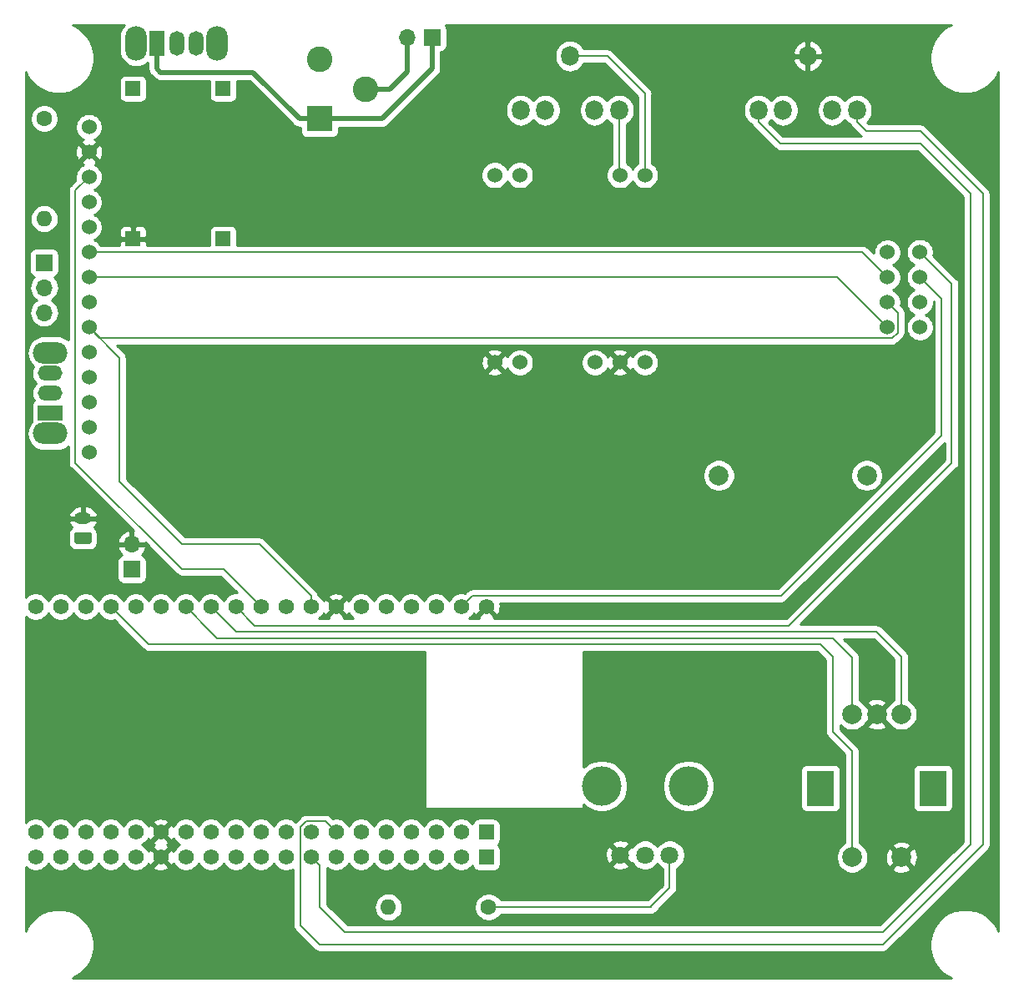
<source format=gbr>
G04 #@! TF.GenerationSoftware,KiCad,Pcbnew,(5.1.4)-1*
G04 #@! TF.CreationDate,2019-11-03T17:56:11-05:00*
G04 #@! TF.ProjectId,MorseTutor4,4d6f7273-6554-4757-946f-72342e6b6963,rev?*
G04 #@! TF.SameCoordinates,Original*
G04 #@! TF.FileFunction,Copper,L1,Top*
G04 #@! TF.FilePolarity,Positive*
%FSLAX46Y46*%
G04 Gerber Fmt 4.6, Leading zero omitted, Abs format (unit mm)*
G04 Created by KiCad (PCBNEW (5.1.4)-1) date 2019-11-03 17:56:11*
%MOMM*%
%LPD*%
G04 APERTURE LIST*
%ADD10O,1.750000X1.200000*%
%ADD11C,0.100000*%
%ADD12C,1.200000*%
%ADD13C,1.524000*%
%ADD14C,1.560000*%
%ADD15R,1.560000X1.560000*%
%ADD16O,1.800000X2.000000*%
%ADD17C,2.000000*%
%ADD18C,1.600000*%
%ADD19O,1.600000X1.600000*%
%ADD20C,1.800000*%
%ADD21C,4.000000*%
%ADD22R,2.800000X3.600000*%
%ADD23R,2.600000X2.600000*%
%ADD24C,2.600000*%
%ADD25O,1.700000X1.700000*%
%ADD26R,1.700000X1.700000*%
%ADD27R,1.500000X2.500000*%
%ADD28O,1.500000X2.500000*%
%ADD29O,2.200000X3.500000*%
%ADD30O,3.500000X2.200000*%
%ADD31O,2.500000X1.500000*%
%ADD32R,2.500000X1.500000*%
%ADD33R,1.524000X1.524000*%
%ADD34C,0.685800*%
%ADD35C,0.203200*%
%ADD36C,0.508000*%
%ADD37C,0.254000*%
G04 APERTURE END LIST*
D10*
X36477000Y-80705000D03*
D11*
G36*
X37126505Y-82106204D02*
G01*
X37150773Y-82109804D01*
X37174572Y-82115765D01*
X37197671Y-82124030D01*
X37219850Y-82134520D01*
X37240893Y-82147132D01*
X37260599Y-82161747D01*
X37278777Y-82178223D01*
X37295253Y-82196401D01*
X37309868Y-82216107D01*
X37322480Y-82237150D01*
X37332970Y-82259329D01*
X37341235Y-82282428D01*
X37347196Y-82306227D01*
X37350796Y-82330495D01*
X37352000Y-82354999D01*
X37352000Y-83055001D01*
X37350796Y-83079505D01*
X37347196Y-83103773D01*
X37341235Y-83127572D01*
X37332970Y-83150671D01*
X37322480Y-83172850D01*
X37309868Y-83193893D01*
X37295253Y-83213599D01*
X37278777Y-83231777D01*
X37260599Y-83248253D01*
X37240893Y-83262868D01*
X37219850Y-83275480D01*
X37197671Y-83285970D01*
X37174572Y-83294235D01*
X37150773Y-83300196D01*
X37126505Y-83303796D01*
X37102001Y-83305000D01*
X35851999Y-83305000D01*
X35827495Y-83303796D01*
X35803227Y-83300196D01*
X35779428Y-83294235D01*
X35756329Y-83285970D01*
X35734150Y-83275480D01*
X35713107Y-83262868D01*
X35693401Y-83248253D01*
X35675223Y-83231777D01*
X35658747Y-83213599D01*
X35644132Y-83193893D01*
X35631520Y-83172850D01*
X35621030Y-83150671D01*
X35612765Y-83127572D01*
X35606804Y-83103773D01*
X35603204Y-83079505D01*
X35602000Y-83055001D01*
X35602000Y-82354999D01*
X35603204Y-82330495D01*
X35606804Y-82306227D01*
X35612765Y-82282428D01*
X35621030Y-82259329D01*
X35631520Y-82237150D01*
X35644132Y-82216107D01*
X35658747Y-82196401D01*
X35675223Y-82178223D01*
X35693401Y-82161747D01*
X35713107Y-82147132D01*
X35734150Y-82134520D01*
X35756329Y-82124030D01*
X35779428Y-82115765D01*
X35803227Y-82109804D01*
X35827495Y-82106204D01*
X35851999Y-82105000D01*
X37102001Y-82105000D01*
X37126505Y-82106204D01*
X37126505Y-82106204D01*
G37*
D12*
X36477000Y-82705000D03*
D13*
X118080000Y-58810000D03*
X118080000Y-56270000D03*
X118080000Y-53730000D03*
X118080000Y-61350000D03*
X37080000Y-58790000D03*
X121380000Y-58790000D03*
X37080000Y-61330000D03*
X37080000Y-63870000D03*
X121380000Y-56250000D03*
X37080000Y-56250000D03*
X37080000Y-68950000D03*
X121380000Y-61330000D03*
X37080000Y-66410000D03*
X37080000Y-43550000D03*
X37080000Y-74030000D03*
X37080000Y-46090000D03*
X121380000Y-53710000D03*
X37080000Y-41010000D03*
X37080000Y-71490000D03*
X37080000Y-51170000D03*
X37080000Y-53710000D03*
X37080000Y-48630000D03*
D14*
X34220000Y-112550000D03*
X72320000Y-112550000D03*
X52000000Y-112550000D03*
X49460000Y-112550000D03*
X39300000Y-112550000D03*
X64700000Y-112550000D03*
X74860000Y-112550000D03*
X57080000Y-112550000D03*
X36760000Y-112550000D03*
X54540000Y-112550000D03*
X31680000Y-112550000D03*
X41840000Y-112550000D03*
X62160000Y-112550000D03*
X69780000Y-112550000D03*
D15*
X77400000Y-112550000D03*
D14*
X67240000Y-112550000D03*
X59620000Y-112550000D03*
X46920000Y-112550000D03*
X44380000Y-112550000D03*
X77400000Y-89690000D03*
X74860000Y-89690000D03*
X72320000Y-89690000D03*
X69780000Y-89690000D03*
X67240000Y-89690000D03*
X64700000Y-89690000D03*
X62160000Y-89690000D03*
X59620000Y-89690000D03*
X57080000Y-89690000D03*
X54540000Y-89690000D03*
X52000000Y-89690000D03*
X49460000Y-89690000D03*
X46920000Y-89690000D03*
X44380000Y-89690000D03*
X41840000Y-89690000D03*
X39300000Y-89690000D03*
X36760000Y-89690000D03*
X34220000Y-89690000D03*
X31680000Y-89690000D03*
X34220000Y-115090000D03*
X36760000Y-115090000D03*
X39300000Y-115090000D03*
X41840000Y-115090000D03*
X44380000Y-115090000D03*
X46920000Y-115090000D03*
X49460000Y-115090000D03*
X52000000Y-115090000D03*
X54540000Y-115090000D03*
X57080000Y-115090000D03*
X59620000Y-115090000D03*
X62160000Y-115090000D03*
X64700000Y-115090000D03*
X67240000Y-115090000D03*
X69780000Y-115090000D03*
X72320000Y-115090000D03*
X31680000Y-115090000D03*
X74860000Y-115090000D03*
D15*
X77400000Y-115090000D03*
D16*
X90880000Y-39310000D03*
X88380000Y-39310000D03*
X80880000Y-39310000D03*
X83380000Y-39310000D03*
X85880000Y-33810000D03*
X110010000Y-33810000D03*
X107510000Y-39310000D03*
X105010000Y-39310000D03*
X112510000Y-39310000D03*
X115010000Y-39310000D03*
D17*
X100986000Y-76355000D03*
X115986000Y-76355000D03*
D18*
X32540000Y-40160000D03*
D19*
X32540000Y-50320000D03*
X67465000Y-120170000D03*
D18*
X77625000Y-120170000D03*
D20*
X91000000Y-114870000D03*
X93500000Y-114870000D03*
X96000000Y-114870000D03*
D21*
X89100000Y-107870000D03*
X97900000Y-107870000D03*
D22*
X122710000Y-108105000D03*
X111310000Y-108105000D03*
D17*
X119510000Y-115105000D03*
X114510000Y-115105000D03*
X119510000Y-100605000D03*
X117010000Y-100605000D03*
X114510000Y-100605000D03*
D13*
X93480000Y-64900000D03*
X90960000Y-64900000D03*
X88420000Y-64900000D03*
X80800000Y-64900000D03*
X78260000Y-64900000D03*
X93480000Y-45900000D03*
X90960000Y-45900000D03*
X80800000Y-45900000D03*
X78260000Y-45900000D03*
D23*
X60480000Y-40160000D03*
D24*
X60480000Y-34160000D03*
X65180000Y-37160000D03*
D25*
X41430000Y-83340000D03*
D26*
X41430000Y-85880000D03*
X71910000Y-31905000D03*
D25*
X69370000Y-31905000D03*
D27*
X43970000Y-32540000D03*
D28*
X45970000Y-32540000D03*
X47970000Y-32540000D03*
D29*
X41870000Y-32540000D03*
X50070000Y-32540000D03*
D30*
X33175000Y-63905000D03*
X33175000Y-72105000D03*
D31*
X33175000Y-66005000D03*
X33175000Y-68005000D03*
D32*
X33175000Y-70005000D03*
D33*
X41557000Y-37112000D03*
X50701000Y-37112000D03*
X41557000Y-52352000D03*
X50701000Y-52352000D03*
D26*
X32540000Y-54765000D03*
D25*
X32540000Y-57305000D03*
X32540000Y-59845000D03*
D34*
X78260006Y-87150000D03*
D35*
X60480000Y-115950000D02*
X59620000Y-115090000D01*
X60480000Y-120170000D02*
X60480000Y-115950000D01*
X63020000Y-122710000D02*
X60480000Y-120170000D01*
X117630000Y-122710000D02*
X63020000Y-122710000D01*
X105010000Y-39310000D02*
X105010000Y-40513200D01*
X105010000Y-40513200D02*
X107196800Y-42700000D01*
X107196800Y-42700000D02*
X121440000Y-42700000D01*
X121440000Y-42700000D02*
X126520000Y-47780000D01*
X126520000Y-47780000D02*
X126520000Y-113820000D01*
X126520000Y-113820000D02*
X117630000Y-122710000D01*
X90880000Y-45820000D02*
X90960000Y-45900000D01*
X90880000Y-39310000D02*
X90880000Y-45820000D01*
X85880000Y-33810000D02*
X89690000Y-33810000D01*
X89690000Y-33810000D02*
X93500000Y-37620000D01*
X93480000Y-37640000D02*
X93480000Y-45900000D01*
X93500000Y-37620000D02*
X93480000Y-37640000D01*
X115010000Y-40513200D02*
X115010000Y-39310000D01*
X121440000Y-41430000D02*
X115926800Y-41430000D01*
X127790000Y-47780000D02*
X121440000Y-41430000D01*
X127790000Y-113820000D02*
X127790000Y-47780000D01*
X117630000Y-123980000D02*
X127790000Y-113820000D01*
X61075199Y-111465199D02*
X59099295Y-111465199D01*
X62160000Y-112550000D02*
X61075199Y-111465199D01*
X59099295Y-111465199D02*
X58535199Y-112029295D01*
X58535199Y-112029295D02*
X58535199Y-122035199D01*
X115926800Y-41430000D02*
X115010000Y-40513200D01*
X58535199Y-122035199D02*
X60480000Y-123980000D01*
X60480000Y-123980000D02*
X117630000Y-123980000D01*
X96000000Y-114870000D02*
X96000000Y-118225000D01*
X94135000Y-120090000D02*
X94135000Y-120170000D01*
X96000000Y-118225000D02*
X94135000Y-120090000D01*
X77625000Y-120170000D02*
X94135000Y-120170000D01*
X43110000Y-93500000D02*
X39300000Y-89690000D01*
X111280000Y-93500000D02*
X43110000Y-93500000D01*
X112550000Y-94770000D02*
X111280000Y-93500000D01*
X112550000Y-102390000D02*
X112550000Y-94770000D01*
X114510000Y-115105000D02*
X114510000Y-104350000D01*
X114510000Y-104350000D02*
X112550000Y-102390000D01*
X49460000Y-89690000D02*
X52000000Y-92230000D01*
X52000000Y-92230000D02*
X95344750Y-92230000D01*
X95344750Y-92230000D02*
X116995000Y-92230000D01*
X119510000Y-94745000D02*
X119510000Y-100063590D01*
X116995000Y-92230000D02*
X119510000Y-94745000D01*
X49572500Y-92342500D02*
X46920000Y-89690000D01*
X50095000Y-92865000D02*
X49572500Y-92342500D01*
X112550000Y-92865000D02*
X50095000Y-92865000D01*
X114510000Y-100605000D02*
X114510000Y-94825000D01*
X114510000Y-94825000D02*
X112550000Y-92865000D01*
X35715000Y-47455000D02*
X37080000Y-46090000D01*
X35715000Y-53952182D02*
X35715000Y-47455000D01*
X35715000Y-75085000D02*
X35715000Y-54993591D01*
X46510000Y-85880000D02*
X35715000Y-75085000D01*
X54540000Y-89690000D02*
X50730000Y-85880000D01*
X50730000Y-85880000D02*
X46510000Y-85880000D01*
X35715000Y-53952182D02*
X35715000Y-54993591D01*
X74860000Y-89690000D02*
X75963086Y-88586914D01*
X107303086Y-88586914D02*
X123573589Y-72316411D01*
X75963086Y-88586914D02*
X107303086Y-88586914D01*
X118080000Y-56250000D02*
X115940000Y-54110000D01*
X115540000Y-53710000D02*
X115305000Y-53710000D01*
X118080000Y-56250000D02*
X115540000Y-53710000D01*
X37080000Y-53710000D02*
X115305000Y-53710000D01*
X123573589Y-58443589D02*
X121380000Y-56250000D01*
X123573589Y-65153589D02*
X123573589Y-58443589D01*
X123573589Y-72316411D02*
X123573589Y-65153589D01*
X123573589Y-65153589D02*
X123573589Y-64793589D01*
X113000000Y-56250000D02*
X112970000Y-56250000D01*
X118080000Y-61330000D02*
X113000000Y-56250000D01*
X37080000Y-56250000D02*
X112970000Y-56250000D01*
X40160000Y-64410000D02*
X37080000Y-61330000D01*
X40160000Y-76990000D02*
X40160000Y-64410000D01*
X46510000Y-83340000D02*
X40160000Y-76990000D01*
X54373086Y-83340000D02*
X46510000Y-83340000D01*
X59620000Y-89690000D02*
X59620000Y-88586914D01*
X59620000Y-88586914D02*
X54373086Y-83340000D01*
X119146801Y-61862065D02*
X119146801Y-59856801D01*
X119146801Y-59856801D02*
X118080000Y-58790000D01*
X118592065Y-62416801D02*
X119146801Y-61862065D01*
X38166801Y-62416801D02*
X118592065Y-62416801D01*
X37080000Y-61330000D02*
X38166801Y-62416801D01*
X124615000Y-56945000D02*
X121380000Y-53710000D01*
X124615000Y-75085000D02*
X124615000Y-56945000D01*
X108105000Y-91595000D02*
X124615000Y-75085000D01*
X52000000Y-89690000D02*
X53905000Y-91595000D01*
X53905000Y-91595000D02*
X108105000Y-91595000D01*
D36*
X71910000Y-35080000D02*
X66830000Y-40160000D01*
X71910000Y-31905000D02*
X71910000Y-35080000D01*
X43970000Y-35080000D02*
X43970000Y-32540000D01*
X44351000Y-35461000D02*
X43970000Y-35080000D01*
X66830000Y-40160000D02*
X60480000Y-40160000D01*
X53749000Y-35461000D02*
X44351000Y-35461000D01*
X58448000Y-40160000D02*
X53749000Y-35461000D01*
X60480000Y-40160000D02*
X58448000Y-40160000D01*
X69370000Y-35430000D02*
X67640000Y-37160000D01*
X69370000Y-31905000D02*
X69370000Y-35430000D01*
X65180000Y-37160000D02*
X67640000Y-37160000D01*
D37*
G36*
X40420421Y-30921423D02*
G01*
X40259314Y-31222833D01*
X40160105Y-31549882D01*
X40135000Y-31804776D01*
X40135000Y-33275225D01*
X40160105Y-33530119D01*
X40259315Y-33857168D01*
X40420422Y-34158578D01*
X40637235Y-34422766D01*
X40901423Y-34639579D01*
X41202833Y-34800686D01*
X41529882Y-34899895D01*
X41870000Y-34933394D01*
X42210119Y-34899895D01*
X42537168Y-34800686D01*
X42838578Y-34639579D01*
X43081000Y-34440629D01*
X43081000Y-35036340D01*
X43076700Y-35080000D01*
X43081000Y-35123660D01*
X43081000Y-35123666D01*
X43087778Y-35192481D01*
X43093864Y-35254274D01*
X43101783Y-35280378D01*
X43144697Y-35421850D01*
X43227247Y-35576290D01*
X43338341Y-35711659D01*
X43372265Y-35739500D01*
X43691497Y-36058731D01*
X43719341Y-36092659D01*
X43854709Y-36203753D01*
X44009149Y-36286303D01*
X44074531Y-36306136D01*
X44176724Y-36337136D01*
X44209924Y-36340406D01*
X44307333Y-36350000D01*
X44307339Y-36350000D01*
X44350999Y-36354300D01*
X44394659Y-36350000D01*
X49300928Y-36350000D01*
X49300928Y-37874000D01*
X49313188Y-37998482D01*
X49349498Y-38118180D01*
X49408463Y-38228494D01*
X49487815Y-38325185D01*
X49584506Y-38404537D01*
X49694820Y-38463502D01*
X49814518Y-38499812D01*
X49939000Y-38512072D01*
X51463000Y-38512072D01*
X51587482Y-38499812D01*
X51707180Y-38463502D01*
X51817494Y-38404537D01*
X51914185Y-38325185D01*
X51993537Y-38228494D01*
X52052502Y-38118180D01*
X52088812Y-37998482D01*
X52101072Y-37874000D01*
X52101072Y-36350000D01*
X53380765Y-36350000D01*
X57788506Y-40757742D01*
X57816341Y-40791659D01*
X57951709Y-40902753D01*
X58106149Y-40985303D01*
X58216533Y-41018787D01*
X58273725Y-41036136D01*
X58448000Y-41053301D01*
X58491668Y-41049000D01*
X58541928Y-41049000D01*
X58541928Y-41460000D01*
X58554188Y-41584482D01*
X58590498Y-41704180D01*
X58649463Y-41814494D01*
X58728815Y-41911185D01*
X58825506Y-41990537D01*
X58935820Y-42049502D01*
X59055518Y-42085812D01*
X59180000Y-42098072D01*
X61780000Y-42098072D01*
X61904482Y-42085812D01*
X62024180Y-42049502D01*
X62134494Y-41990537D01*
X62231185Y-41911185D01*
X62310537Y-41814494D01*
X62369502Y-41704180D01*
X62405812Y-41584482D01*
X62418072Y-41460000D01*
X62418072Y-41049000D01*
X66786340Y-41049000D01*
X66830000Y-41053300D01*
X66873660Y-41049000D01*
X66873667Y-41049000D01*
X67004274Y-41036136D01*
X67171851Y-40985303D01*
X67326291Y-40902753D01*
X67461659Y-40791659D01*
X67489499Y-40757736D01*
X69112643Y-39134592D01*
X79345000Y-39134592D01*
X79345000Y-39485407D01*
X79367210Y-39710912D01*
X79454983Y-40000260D01*
X79597519Y-40266926D01*
X79789339Y-40500661D01*
X80023073Y-40692481D01*
X80289739Y-40835017D01*
X80579087Y-40922790D01*
X80880000Y-40952427D01*
X81180912Y-40922790D01*
X81470260Y-40835017D01*
X81736926Y-40692481D01*
X81970661Y-40500661D01*
X82130000Y-40306505D01*
X82289339Y-40500661D01*
X82523073Y-40692481D01*
X82789739Y-40835017D01*
X83079087Y-40922790D01*
X83380000Y-40952427D01*
X83680912Y-40922790D01*
X83970260Y-40835017D01*
X84236926Y-40692481D01*
X84470661Y-40500661D01*
X84662481Y-40266927D01*
X84805017Y-40000261D01*
X84892790Y-39710913D01*
X84915000Y-39485408D01*
X84915000Y-39134593D01*
X84892790Y-38909088D01*
X84805017Y-38619740D01*
X84662481Y-38353073D01*
X84470661Y-38119339D01*
X84236927Y-37927519D01*
X83970261Y-37784983D01*
X83680913Y-37697210D01*
X83380000Y-37667573D01*
X83079088Y-37697210D01*
X82789740Y-37784983D01*
X82523074Y-37927519D01*
X82289339Y-38119339D01*
X82130000Y-38313495D01*
X81970661Y-38119339D01*
X81736927Y-37927519D01*
X81470261Y-37784983D01*
X81180913Y-37697210D01*
X80880000Y-37667573D01*
X80579088Y-37697210D01*
X80289740Y-37784983D01*
X80023074Y-37927519D01*
X79789339Y-38119339D01*
X79597519Y-38353073D01*
X79454983Y-38619739D01*
X79367210Y-38909087D01*
X79345000Y-39134592D01*
X69112643Y-39134592D01*
X72507742Y-35739494D01*
X72541659Y-35711659D01*
X72652753Y-35576291D01*
X72735303Y-35421851D01*
X72786136Y-35254274D01*
X72799000Y-35123667D01*
X72799000Y-35123660D01*
X72803300Y-35080000D01*
X72799000Y-35036340D01*
X72799000Y-33634592D01*
X84345000Y-33634592D01*
X84345000Y-33985407D01*
X84367210Y-34210912D01*
X84454983Y-34500260D01*
X84597519Y-34766926D01*
X84789339Y-35000661D01*
X85023073Y-35192481D01*
X85289739Y-35335017D01*
X85579087Y-35422790D01*
X85880000Y-35452427D01*
X86180912Y-35422790D01*
X86470260Y-35335017D01*
X86736926Y-35192481D01*
X86970661Y-35000661D01*
X87162481Y-34766927D01*
X87280248Y-34546600D01*
X89384891Y-34546600D01*
X92743400Y-37905110D01*
X92743401Y-44712023D01*
X92589465Y-44814880D01*
X92394880Y-45009465D01*
X92241995Y-45238273D01*
X92220000Y-45291373D01*
X92198005Y-45238273D01*
X92045120Y-45009465D01*
X91850535Y-44814880D01*
X91621727Y-44661995D01*
X91616600Y-44659871D01*
X91616600Y-40756797D01*
X91736926Y-40692481D01*
X91970661Y-40500661D01*
X92162481Y-40266927D01*
X92305017Y-40000261D01*
X92392790Y-39710913D01*
X92415000Y-39485408D01*
X92415000Y-39134593D01*
X92392790Y-38909088D01*
X92305017Y-38619740D01*
X92162481Y-38353073D01*
X91970661Y-38119339D01*
X91736927Y-37927519D01*
X91470261Y-37784983D01*
X91180913Y-37697210D01*
X90880000Y-37667573D01*
X90579088Y-37697210D01*
X90289740Y-37784983D01*
X90023074Y-37927519D01*
X89789339Y-38119339D01*
X89630000Y-38313495D01*
X89470661Y-38119339D01*
X89236927Y-37927519D01*
X88970261Y-37784983D01*
X88680913Y-37697210D01*
X88380000Y-37667573D01*
X88079088Y-37697210D01*
X87789740Y-37784983D01*
X87523074Y-37927519D01*
X87289339Y-38119339D01*
X87097519Y-38353073D01*
X86954983Y-38619739D01*
X86867210Y-38909087D01*
X86845000Y-39134592D01*
X86845000Y-39485407D01*
X86867210Y-39710912D01*
X86954983Y-40000260D01*
X87097519Y-40266926D01*
X87289339Y-40500661D01*
X87523073Y-40692481D01*
X87789739Y-40835017D01*
X88079087Y-40922790D01*
X88380000Y-40952427D01*
X88680912Y-40922790D01*
X88970260Y-40835017D01*
X89236926Y-40692481D01*
X89470661Y-40500661D01*
X89630000Y-40306505D01*
X89789339Y-40500661D01*
X90023073Y-40692481D01*
X90143400Y-40756797D01*
X90143401Y-44765478D01*
X90069465Y-44814880D01*
X89874880Y-45009465D01*
X89721995Y-45238273D01*
X89616686Y-45492510D01*
X89563000Y-45762408D01*
X89563000Y-46037592D01*
X89616686Y-46307490D01*
X89721995Y-46561727D01*
X89874880Y-46790535D01*
X90069465Y-46985120D01*
X90298273Y-47138005D01*
X90552510Y-47243314D01*
X90822408Y-47297000D01*
X91097592Y-47297000D01*
X91367490Y-47243314D01*
X91621727Y-47138005D01*
X91850535Y-46985120D01*
X92045120Y-46790535D01*
X92198005Y-46561727D01*
X92220000Y-46508627D01*
X92241995Y-46561727D01*
X92394880Y-46790535D01*
X92589465Y-46985120D01*
X92818273Y-47138005D01*
X93072510Y-47243314D01*
X93342408Y-47297000D01*
X93617592Y-47297000D01*
X93887490Y-47243314D01*
X94141727Y-47138005D01*
X94370535Y-46985120D01*
X94565120Y-46790535D01*
X94718005Y-46561727D01*
X94823314Y-46307490D01*
X94877000Y-46037592D01*
X94877000Y-45762408D01*
X94823314Y-45492510D01*
X94718005Y-45238273D01*
X94565120Y-45009465D01*
X94370535Y-44814880D01*
X94216600Y-44712024D01*
X94216600Y-37795195D01*
X94225942Y-37764399D01*
X94240164Y-37620000D01*
X94225942Y-37475601D01*
X94183822Y-37336752D01*
X94115424Y-37208787D01*
X94046442Y-37124732D01*
X94046431Y-37124721D01*
X94023374Y-37096626D01*
X93995279Y-37073569D01*
X91098330Y-34176620D01*
X108499224Y-34176620D01*
X108580268Y-34466235D01*
X108716256Y-34734474D01*
X108901962Y-34971029D01*
X109130249Y-35166809D01*
X109392344Y-35314291D01*
X109645260Y-35401036D01*
X109883000Y-35280378D01*
X109883000Y-33937000D01*
X110137000Y-33937000D01*
X110137000Y-35280378D01*
X110374740Y-35401036D01*
X110627656Y-35314291D01*
X110889751Y-35166809D01*
X111118038Y-34971029D01*
X111303744Y-34734474D01*
X111439732Y-34466235D01*
X111520776Y-34176620D01*
X111385134Y-33937000D01*
X110137000Y-33937000D01*
X109883000Y-33937000D01*
X108634866Y-33937000D01*
X108499224Y-34176620D01*
X91098330Y-34176620D01*
X90365090Y-33443380D01*
X108499224Y-33443380D01*
X108634866Y-33683000D01*
X109883000Y-33683000D01*
X109883000Y-32339622D01*
X110137000Y-32339622D01*
X110137000Y-33683000D01*
X111385134Y-33683000D01*
X111520776Y-33443380D01*
X111439732Y-33153765D01*
X111303744Y-32885526D01*
X111118038Y-32648971D01*
X110889751Y-32453191D01*
X110627656Y-32305709D01*
X110374740Y-32218964D01*
X110137000Y-32339622D01*
X109883000Y-32339622D01*
X109645260Y-32218964D01*
X109392344Y-32305709D01*
X109130249Y-32453191D01*
X108901962Y-32648971D01*
X108716256Y-32885526D01*
X108580268Y-33153765D01*
X108499224Y-33443380D01*
X90365090Y-33443380D01*
X90236446Y-33314737D01*
X90213375Y-33286625D01*
X90101213Y-33194576D01*
X89973249Y-33126178D01*
X89834399Y-33084058D01*
X89726186Y-33073400D01*
X89726183Y-33073400D01*
X89690000Y-33069836D01*
X89653817Y-33073400D01*
X87280248Y-33073400D01*
X87162481Y-32853073D01*
X86970661Y-32619339D01*
X86736927Y-32427519D01*
X86470261Y-32284983D01*
X86180913Y-32197210D01*
X85880000Y-32167573D01*
X85579088Y-32197210D01*
X85289740Y-32284983D01*
X85023074Y-32427519D01*
X84789339Y-32619339D01*
X84597519Y-32853073D01*
X84454983Y-33119739D01*
X84367210Y-33409087D01*
X84345000Y-33634592D01*
X72799000Y-33634592D01*
X72799000Y-33389231D01*
X72884482Y-33380812D01*
X73004180Y-33344502D01*
X73114494Y-33285537D01*
X73211185Y-33206185D01*
X73290537Y-33109494D01*
X73349502Y-32999180D01*
X73385812Y-32879482D01*
X73398072Y-32755000D01*
X73398072Y-31055000D01*
X73385812Y-30930518D01*
X73349502Y-30810820D01*
X73290537Y-30700506D01*
X73257295Y-30660000D01*
X124585664Y-30660000D01*
X124281971Y-30785794D01*
X123687922Y-31182725D01*
X123182725Y-31687922D01*
X122785794Y-32281971D01*
X122512383Y-32942043D01*
X122373000Y-33642772D01*
X122373000Y-34357228D01*
X122512383Y-35057957D01*
X122785794Y-35718029D01*
X123182725Y-36312078D01*
X123687922Y-36817275D01*
X124281971Y-37214206D01*
X124942043Y-37487617D01*
X125642772Y-37627000D01*
X126357228Y-37627000D01*
X127057957Y-37487617D01*
X127718029Y-37214206D01*
X128312078Y-36817275D01*
X128817275Y-36312078D01*
X129214206Y-35718029D01*
X129340000Y-35414336D01*
X129340001Y-122585667D01*
X129214206Y-122281971D01*
X128817275Y-121687922D01*
X128312078Y-121182725D01*
X127718029Y-120785794D01*
X127057957Y-120512383D01*
X126357228Y-120373000D01*
X125642772Y-120373000D01*
X124942043Y-120512383D01*
X124281971Y-120785794D01*
X123687922Y-121182725D01*
X123182725Y-121687922D01*
X122785794Y-122281971D01*
X122512383Y-122942043D01*
X122373000Y-123642772D01*
X122373000Y-124357228D01*
X122512383Y-125057957D01*
X122785794Y-125718029D01*
X123182725Y-126312078D01*
X123687922Y-126817275D01*
X124281971Y-127214206D01*
X124585664Y-127340000D01*
X35414336Y-127340000D01*
X35718029Y-127214206D01*
X36312078Y-126817275D01*
X36817275Y-126312078D01*
X37214206Y-125718029D01*
X37487617Y-125057957D01*
X37627000Y-124357228D01*
X37627000Y-123642772D01*
X37487617Y-122942043D01*
X37214206Y-122281971D01*
X36817275Y-121687922D01*
X36312078Y-121182725D01*
X35718029Y-120785794D01*
X35057957Y-120512383D01*
X34357228Y-120373000D01*
X33642772Y-120373000D01*
X32942043Y-120512383D01*
X32281971Y-120785794D01*
X31687922Y-121182725D01*
X31182725Y-121687922D01*
X30785794Y-122281971D01*
X30660000Y-122585664D01*
X30660000Y-116071113D01*
X30777990Y-116189103D01*
X31009746Y-116343957D01*
X31267260Y-116450623D01*
X31540635Y-116505000D01*
X31819365Y-116505000D01*
X32092740Y-116450623D01*
X32350254Y-116343957D01*
X32582010Y-116189103D01*
X32779103Y-115992010D01*
X32933957Y-115760254D01*
X32950000Y-115721523D01*
X32966043Y-115760254D01*
X33120897Y-115992010D01*
X33317990Y-116189103D01*
X33549746Y-116343957D01*
X33807260Y-116450623D01*
X34080635Y-116505000D01*
X34359365Y-116505000D01*
X34632740Y-116450623D01*
X34890254Y-116343957D01*
X35122010Y-116189103D01*
X35319103Y-115992010D01*
X35473957Y-115760254D01*
X35490000Y-115721523D01*
X35506043Y-115760254D01*
X35660897Y-115992010D01*
X35857990Y-116189103D01*
X36089746Y-116343957D01*
X36347260Y-116450623D01*
X36620635Y-116505000D01*
X36899365Y-116505000D01*
X37172740Y-116450623D01*
X37430254Y-116343957D01*
X37662010Y-116189103D01*
X37859103Y-115992010D01*
X38013957Y-115760254D01*
X38030000Y-115721523D01*
X38046043Y-115760254D01*
X38200897Y-115992010D01*
X38397990Y-116189103D01*
X38629746Y-116343957D01*
X38887260Y-116450623D01*
X39160635Y-116505000D01*
X39439365Y-116505000D01*
X39712740Y-116450623D01*
X39970254Y-116343957D01*
X40202010Y-116189103D01*
X40399103Y-115992010D01*
X40553957Y-115760254D01*
X40570000Y-115721523D01*
X40586043Y-115760254D01*
X40740897Y-115992010D01*
X40937990Y-116189103D01*
X41169746Y-116343957D01*
X41427260Y-116450623D01*
X41700635Y-116505000D01*
X41979365Y-116505000D01*
X42252740Y-116450623D01*
X42510254Y-116343957D01*
X42742010Y-116189103D01*
X42862692Y-116068421D01*
X43581184Y-116068421D01*
X43650345Y-116310349D01*
X43902443Y-116429248D01*
X44172894Y-116496681D01*
X44451303Y-116510057D01*
X44726972Y-116468860D01*
X44989308Y-116374675D01*
X45109655Y-116310349D01*
X45178816Y-116068421D01*
X44380000Y-115269605D01*
X43581184Y-116068421D01*
X42862692Y-116068421D01*
X42939103Y-115992010D01*
X43093957Y-115760254D01*
X43108777Y-115724475D01*
X43159651Y-115819655D01*
X43401579Y-115888816D01*
X44200395Y-115090000D01*
X43401579Y-114291184D01*
X43159651Y-114360345D01*
X43111575Y-114462279D01*
X43093957Y-114419746D01*
X42939103Y-114187990D01*
X42742010Y-113990897D01*
X42510254Y-113836043D01*
X42471523Y-113820000D01*
X42510254Y-113803957D01*
X42742010Y-113649103D01*
X42862692Y-113528421D01*
X43581184Y-113528421D01*
X43650345Y-113770349D01*
X43749041Y-113816898D01*
X43650345Y-113869651D01*
X43581184Y-114111579D01*
X44380000Y-114910395D01*
X45178816Y-114111579D01*
X45109655Y-113869651D01*
X45010959Y-113823102D01*
X45109655Y-113770349D01*
X45178816Y-113528421D01*
X44380000Y-112729605D01*
X43581184Y-113528421D01*
X42862692Y-113528421D01*
X42939103Y-113452010D01*
X43093957Y-113220254D01*
X43108777Y-113184475D01*
X43159651Y-113279655D01*
X43401579Y-113348816D01*
X44200395Y-112550000D01*
X44559605Y-112550000D01*
X45358421Y-113348816D01*
X45600349Y-113279655D01*
X45648425Y-113177721D01*
X45666043Y-113220254D01*
X45820897Y-113452010D01*
X46017990Y-113649103D01*
X46249746Y-113803957D01*
X46288477Y-113820000D01*
X46249746Y-113836043D01*
X46017990Y-113990897D01*
X45820897Y-114187990D01*
X45666043Y-114419746D01*
X45651223Y-114455525D01*
X45600349Y-114360345D01*
X45358421Y-114291184D01*
X44559605Y-115090000D01*
X45358421Y-115888816D01*
X45600349Y-115819655D01*
X45648425Y-115717721D01*
X45666043Y-115760254D01*
X45820897Y-115992010D01*
X46017990Y-116189103D01*
X46249746Y-116343957D01*
X46507260Y-116450623D01*
X46780635Y-116505000D01*
X47059365Y-116505000D01*
X47332740Y-116450623D01*
X47590254Y-116343957D01*
X47822010Y-116189103D01*
X48019103Y-115992010D01*
X48173957Y-115760254D01*
X48190000Y-115721523D01*
X48206043Y-115760254D01*
X48360897Y-115992010D01*
X48557990Y-116189103D01*
X48789746Y-116343957D01*
X49047260Y-116450623D01*
X49320635Y-116505000D01*
X49599365Y-116505000D01*
X49872740Y-116450623D01*
X50130254Y-116343957D01*
X50362010Y-116189103D01*
X50559103Y-115992010D01*
X50713957Y-115760254D01*
X50730000Y-115721523D01*
X50746043Y-115760254D01*
X50900897Y-115992010D01*
X51097990Y-116189103D01*
X51329746Y-116343957D01*
X51587260Y-116450623D01*
X51860635Y-116505000D01*
X52139365Y-116505000D01*
X52412740Y-116450623D01*
X52670254Y-116343957D01*
X52902010Y-116189103D01*
X53099103Y-115992010D01*
X53253957Y-115760254D01*
X53270000Y-115721523D01*
X53286043Y-115760254D01*
X53440897Y-115992010D01*
X53637990Y-116189103D01*
X53869746Y-116343957D01*
X54127260Y-116450623D01*
X54400635Y-116505000D01*
X54679365Y-116505000D01*
X54952740Y-116450623D01*
X55210254Y-116343957D01*
X55442010Y-116189103D01*
X55639103Y-115992010D01*
X55793957Y-115760254D01*
X55810000Y-115721523D01*
X55826043Y-115760254D01*
X55980897Y-115992010D01*
X56177990Y-116189103D01*
X56409746Y-116343957D01*
X56667260Y-116450623D01*
X56940635Y-116505000D01*
X57219365Y-116505000D01*
X57492740Y-116450623D01*
X57750254Y-116343957D01*
X57798599Y-116311654D01*
X57798600Y-121999006D01*
X57795035Y-122035199D01*
X57809258Y-122179597D01*
X57845414Y-122298786D01*
X57851378Y-122318448D01*
X57919776Y-122446412D01*
X58011825Y-122558574D01*
X58039931Y-122581640D01*
X59933559Y-124475269D01*
X59956625Y-124503375D01*
X59984731Y-124526441D01*
X59984732Y-124526442D01*
X60068787Y-124595424D01*
X60196751Y-124663822D01*
X60335598Y-124705941D01*
X60335601Y-124705942D01*
X60480000Y-124720164D01*
X60516186Y-124716600D01*
X117593817Y-124716600D01*
X117630000Y-124720164D01*
X117666183Y-124716600D01*
X117666186Y-124716600D01*
X117774399Y-124705942D01*
X117913249Y-124663822D01*
X118041213Y-124595424D01*
X118153375Y-124503375D01*
X118176446Y-124475263D01*
X128285274Y-114366436D01*
X128313374Y-114343375D01*
X128336437Y-114315273D01*
X128336442Y-114315268D01*
X128405424Y-114231213D01*
X128428527Y-114187990D01*
X128473822Y-114103249D01*
X128515942Y-113964399D01*
X128526600Y-113856186D01*
X128526600Y-113856185D01*
X128530164Y-113820000D01*
X128526600Y-113783814D01*
X128526600Y-47816175D01*
X128530163Y-47779999D01*
X128526600Y-47743823D01*
X128526600Y-47743814D01*
X128515942Y-47635601D01*
X128473822Y-47496751D01*
X128405424Y-47368787D01*
X128346510Y-47297000D01*
X128336442Y-47284732D01*
X128336441Y-47284731D01*
X128313375Y-47256625D01*
X128285269Y-47233559D01*
X121986446Y-40934737D01*
X121963375Y-40906625D01*
X121851213Y-40814576D01*
X121723249Y-40746178D01*
X121584399Y-40704058D01*
X121476186Y-40693400D01*
X121476183Y-40693400D01*
X121440000Y-40689836D01*
X121403817Y-40693400D01*
X116231910Y-40693400D01*
X116066888Y-40528378D01*
X116100661Y-40500661D01*
X116292481Y-40266927D01*
X116435017Y-40000261D01*
X116522790Y-39710913D01*
X116545000Y-39485408D01*
X116545000Y-39134593D01*
X116522790Y-38909088D01*
X116435017Y-38619740D01*
X116292481Y-38353073D01*
X116100661Y-38119339D01*
X115866927Y-37927519D01*
X115600261Y-37784983D01*
X115310913Y-37697210D01*
X115010000Y-37667573D01*
X114709088Y-37697210D01*
X114419740Y-37784983D01*
X114153074Y-37927519D01*
X113919339Y-38119339D01*
X113760000Y-38313495D01*
X113600661Y-38119339D01*
X113366927Y-37927519D01*
X113100261Y-37784983D01*
X112810913Y-37697210D01*
X112510000Y-37667573D01*
X112209088Y-37697210D01*
X111919740Y-37784983D01*
X111653074Y-37927519D01*
X111419339Y-38119339D01*
X111227519Y-38353073D01*
X111084983Y-38619739D01*
X110997210Y-38909087D01*
X110975000Y-39134592D01*
X110975000Y-39485407D01*
X110997210Y-39710912D01*
X111084983Y-40000260D01*
X111227519Y-40266926D01*
X111419339Y-40500661D01*
X111653073Y-40692481D01*
X111919739Y-40835017D01*
X112209087Y-40922790D01*
X112510000Y-40952427D01*
X112810912Y-40922790D01*
X113100260Y-40835017D01*
X113366926Y-40692481D01*
X113600661Y-40500661D01*
X113760000Y-40306505D01*
X113919339Y-40500661D01*
X114153073Y-40692481D01*
X114322036Y-40782794D01*
X114326178Y-40796448D01*
X114394576Y-40924412D01*
X114486625Y-41036574D01*
X114514732Y-41059641D01*
X115380357Y-41925267D01*
X115403425Y-41953375D01*
X115415640Y-41963400D01*
X107501910Y-41963400D01*
X106066887Y-40528378D01*
X106100661Y-40500661D01*
X106260000Y-40306505D01*
X106419339Y-40500661D01*
X106653073Y-40692481D01*
X106919739Y-40835017D01*
X107209087Y-40922790D01*
X107510000Y-40952427D01*
X107810912Y-40922790D01*
X108100260Y-40835017D01*
X108366926Y-40692481D01*
X108600661Y-40500661D01*
X108792481Y-40266927D01*
X108935017Y-40000261D01*
X109022790Y-39710913D01*
X109045000Y-39485408D01*
X109045000Y-39134593D01*
X109022790Y-38909088D01*
X108935017Y-38619740D01*
X108792481Y-38353073D01*
X108600661Y-38119339D01*
X108366927Y-37927519D01*
X108100261Y-37784983D01*
X107810913Y-37697210D01*
X107510000Y-37667573D01*
X107209088Y-37697210D01*
X106919740Y-37784983D01*
X106653074Y-37927519D01*
X106419339Y-38119339D01*
X106260000Y-38313495D01*
X106100661Y-38119339D01*
X105866927Y-37927519D01*
X105600261Y-37784983D01*
X105310913Y-37697210D01*
X105010000Y-37667573D01*
X104709088Y-37697210D01*
X104419740Y-37784983D01*
X104153074Y-37927519D01*
X103919339Y-38119339D01*
X103727519Y-38353073D01*
X103584983Y-38619739D01*
X103497210Y-38909087D01*
X103475000Y-39134592D01*
X103475000Y-39485407D01*
X103497210Y-39710912D01*
X103584983Y-40000260D01*
X103727519Y-40266926D01*
X103919339Y-40500661D01*
X104153073Y-40692481D01*
X104322036Y-40782794D01*
X104326178Y-40796447D01*
X104394576Y-40924412D01*
X104417568Y-40952427D01*
X104486626Y-41036575D01*
X104514732Y-41059641D01*
X106650357Y-43195267D01*
X106673425Y-43223375D01*
X106785587Y-43315424D01*
X106913551Y-43383822D01*
X107052401Y-43425942D01*
X107160614Y-43436600D01*
X107160623Y-43436600D01*
X107196799Y-43440163D01*
X107232975Y-43436600D01*
X121134891Y-43436600D01*
X125783400Y-48085110D01*
X125783401Y-113514889D01*
X117324891Y-121973400D01*
X63325109Y-121973400D01*
X61521709Y-120170000D01*
X66023057Y-120170000D01*
X66050764Y-120451309D01*
X66132818Y-120721808D01*
X66266068Y-120971101D01*
X66445392Y-121189608D01*
X66663899Y-121368932D01*
X66913192Y-121502182D01*
X67183691Y-121584236D01*
X67394508Y-121605000D01*
X67535492Y-121605000D01*
X67746309Y-121584236D01*
X68016808Y-121502182D01*
X68266101Y-121368932D01*
X68484608Y-121189608D01*
X68663932Y-120971101D01*
X68797182Y-120721808D01*
X68879236Y-120451309D01*
X68906943Y-120170000D01*
X68893023Y-120028665D01*
X76190000Y-120028665D01*
X76190000Y-120311335D01*
X76245147Y-120588574D01*
X76353320Y-120849727D01*
X76510363Y-121084759D01*
X76710241Y-121284637D01*
X76945273Y-121441680D01*
X77206426Y-121549853D01*
X77483665Y-121605000D01*
X77766335Y-121605000D01*
X78043574Y-121549853D01*
X78304727Y-121441680D01*
X78539759Y-121284637D01*
X78739637Y-121084759D01*
X78858679Y-120906600D01*
X94098814Y-120906600D01*
X94135000Y-120910164D01*
X94171186Y-120906600D01*
X94279399Y-120895942D01*
X94418249Y-120853822D01*
X94546213Y-120785424D01*
X94658375Y-120693375D01*
X94750424Y-120581213D01*
X94818822Y-120453249D01*
X94821157Y-120445552D01*
X96495269Y-118771441D01*
X96523375Y-118748375D01*
X96615424Y-118636213D01*
X96683822Y-118508249D01*
X96725942Y-118369399D01*
X96736600Y-118261186D01*
X96736600Y-118261177D01*
X96740163Y-118225001D01*
X96736600Y-118188825D01*
X96736600Y-116223948D01*
X96978505Y-116062312D01*
X97192312Y-115848505D01*
X97360299Y-115597095D01*
X97476011Y-115317743D01*
X97535000Y-115021184D01*
X97535000Y-114718816D01*
X97476011Y-114422257D01*
X97360299Y-114142905D01*
X97192312Y-113891495D01*
X96978505Y-113677688D01*
X96727095Y-113509701D01*
X96447743Y-113393989D01*
X96151184Y-113335000D01*
X95848816Y-113335000D01*
X95552257Y-113393989D01*
X95272905Y-113509701D01*
X95021495Y-113677688D01*
X94807688Y-113891495D01*
X94750000Y-113977831D01*
X94692312Y-113891495D01*
X94478505Y-113677688D01*
X94227095Y-113509701D01*
X93947743Y-113393989D01*
X93651184Y-113335000D01*
X93348816Y-113335000D01*
X93052257Y-113393989D01*
X92772905Y-113509701D01*
X92521495Y-113677688D01*
X92307688Y-113891495D01*
X92212262Y-114034310D01*
X92064080Y-113985525D01*
X91179605Y-114870000D01*
X92064080Y-115754475D01*
X92212262Y-115705690D01*
X92307688Y-115848505D01*
X92521495Y-116062312D01*
X92772905Y-116230299D01*
X93052257Y-116346011D01*
X93348816Y-116405000D01*
X93651184Y-116405000D01*
X93947743Y-116346011D01*
X94227095Y-116230299D01*
X94478505Y-116062312D01*
X94692312Y-115848505D01*
X94750000Y-115762169D01*
X94807688Y-115848505D01*
X95021495Y-116062312D01*
X95263400Y-116223948D01*
X95263401Y-117919889D01*
X93749891Y-119433400D01*
X78858679Y-119433400D01*
X78739637Y-119255241D01*
X78539759Y-119055363D01*
X78304727Y-118898320D01*
X78043574Y-118790147D01*
X77766335Y-118735000D01*
X77483665Y-118735000D01*
X77206426Y-118790147D01*
X76945273Y-118898320D01*
X76710241Y-119055363D01*
X76510363Y-119255241D01*
X76353320Y-119490273D01*
X76245147Y-119751426D01*
X76190000Y-120028665D01*
X68893023Y-120028665D01*
X68879236Y-119888691D01*
X68797182Y-119618192D01*
X68663932Y-119368899D01*
X68484608Y-119150392D01*
X68266101Y-118971068D01*
X68016808Y-118837818D01*
X67746309Y-118755764D01*
X67535492Y-118735000D01*
X67394508Y-118735000D01*
X67183691Y-118755764D01*
X66913192Y-118837818D01*
X66663899Y-118971068D01*
X66445392Y-119150392D01*
X66266068Y-119368899D01*
X66132818Y-119618192D01*
X66050764Y-119888691D01*
X66023057Y-120170000D01*
X61521709Y-120170000D01*
X61216600Y-119864891D01*
X61216600Y-116147713D01*
X61257990Y-116189103D01*
X61489746Y-116343957D01*
X61747260Y-116450623D01*
X62020635Y-116505000D01*
X62299365Y-116505000D01*
X62572740Y-116450623D01*
X62830254Y-116343957D01*
X63062010Y-116189103D01*
X63259103Y-115992010D01*
X63413957Y-115760254D01*
X63430000Y-115721523D01*
X63446043Y-115760254D01*
X63600897Y-115992010D01*
X63797990Y-116189103D01*
X64029746Y-116343957D01*
X64287260Y-116450623D01*
X64560635Y-116505000D01*
X64839365Y-116505000D01*
X65112740Y-116450623D01*
X65370254Y-116343957D01*
X65602010Y-116189103D01*
X65799103Y-115992010D01*
X65953957Y-115760254D01*
X65970000Y-115721523D01*
X65986043Y-115760254D01*
X66140897Y-115992010D01*
X66337990Y-116189103D01*
X66569746Y-116343957D01*
X66827260Y-116450623D01*
X67100635Y-116505000D01*
X67379365Y-116505000D01*
X67652740Y-116450623D01*
X67910254Y-116343957D01*
X68142010Y-116189103D01*
X68339103Y-115992010D01*
X68493957Y-115760254D01*
X68510000Y-115721523D01*
X68526043Y-115760254D01*
X68680897Y-115992010D01*
X68877990Y-116189103D01*
X69109746Y-116343957D01*
X69367260Y-116450623D01*
X69640635Y-116505000D01*
X69919365Y-116505000D01*
X70192740Y-116450623D01*
X70450254Y-116343957D01*
X70682010Y-116189103D01*
X70879103Y-115992010D01*
X71033957Y-115760254D01*
X71050000Y-115721523D01*
X71066043Y-115760254D01*
X71220897Y-115992010D01*
X71417990Y-116189103D01*
X71649746Y-116343957D01*
X71907260Y-116450623D01*
X72180635Y-116505000D01*
X72459365Y-116505000D01*
X72732740Y-116450623D01*
X72990254Y-116343957D01*
X73222010Y-116189103D01*
X73419103Y-115992010D01*
X73573957Y-115760254D01*
X73590000Y-115721523D01*
X73606043Y-115760254D01*
X73760897Y-115992010D01*
X73957990Y-116189103D01*
X74189746Y-116343957D01*
X74447260Y-116450623D01*
X74720635Y-116505000D01*
X74999365Y-116505000D01*
X75272740Y-116450623D01*
X75530254Y-116343957D01*
X75762010Y-116189103D01*
X75959103Y-115992010D01*
X75989469Y-115946564D01*
X75994188Y-115994482D01*
X76030498Y-116114180D01*
X76089463Y-116224494D01*
X76168815Y-116321185D01*
X76265506Y-116400537D01*
X76375820Y-116459502D01*
X76495518Y-116495812D01*
X76620000Y-116508072D01*
X78180000Y-116508072D01*
X78304482Y-116495812D01*
X78424180Y-116459502D01*
X78534494Y-116400537D01*
X78631185Y-116321185D01*
X78710537Y-116224494D01*
X78769502Y-116114180D01*
X78805812Y-115994482D01*
X78811760Y-115934080D01*
X90115525Y-115934080D01*
X90199208Y-116188261D01*
X90471775Y-116319158D01*
X90764642Y-116394365D01*
X91066553Y-116410991D01*
X91365907Y-116368397D01*
X91651199Y-116268222D01*
X91800792Y-116188261D01*
X91884475Y-115934080D01*
X91000000Y-115049605D01*
X90115525Y-115934080D01*
X78811760Y-115934080D01*
X78818072Y-115870000D01*
X78818072Y-114936553D01*
X89459009Y-114936553D01*
X89501603Y-115235907D01*
X89601778Y-115521199D01*
X89681739Y-115670792D01*
X89935920Y-115754475D01*
X90820395Y-114870000D01*
X89935920Y-113985525D01*
X89681739Y-114069208D01*
X89550842Y-114341775D01*
X89475635Y-114634642D01*
X89459009Y-114936553D01*
X78818072Y-114936553D01*
X78818072Y-114310000D01*
X78805812Y-114185518D01*
X78769502Y-114065820D01*
X78710537Y-113955506D01*
X78631185Y-113858815D01*
X78583889Y-113820000D01*
X78601045Y-113805920D01*
X90115525Y-113805920D01*
X91000000Y-114690395D01*
X91884475Y-113805920D01*
X91800792Y-113551739D01*
X91528225Y-113420842D01*
X91235358Y-113345635D01*
X90933447Y-113329009D01*
X90634093Y-113371603D01*
X90348801Y-113471778D01*
X90199208Y-113551739D01*
X90115525Y-113805920D01*
X78601045Y-113805920D01*
X78631185Y-113781185D01*
X78710537Y-113684494D01*
X78769502Y-113574180D01*
X78805812Y-113454482D01*
X78818072Y-113330000D01*
X78818072Y-111770000D01*
X78805812Y-111645518D01*
X78769502Y-111525820D01*
X78710537Y-111415506D01*
X78631185Y-111318815D01*
X78534494Y-111239463D01*
X78424180Y-111180498D01*
X78304482Y-111144188D01*
X78180000Y-111131928D01*
X76620000Y-111131928D01*
X76495518Y-111144188D01*
X76375820Y-111180498D01*
X76265506Y-111239463D01*
X76168815Y-111318815D01*
X76089463Y-111415506D01*
X76030498Y-111525820D01*
X75994188Y-111645518D01*
X75989469Y-111693436D01*
X75959103Y-111647990D01*
X75762010Y-111450897D01*
X75530254Y-111296043D01*
X75272740Y-111189377D01*
X74999365Y-111135000D01*
X74720635Y-111135000D01*
X74447260Y-111189377D01*
X74189746Y-111296043D01*
X73957990Y-111450897D01*
X73760897Y-111647990D01*
X73606043Y-111879746D01*
X73590000Y-111918477D01*
X73573957Y-111879746D01*
X73419103Y-111647990D01*
X73222010Y-111450897D01*
X72990254Y-111296043D01*
X72732740Y-111189377D01*
X72459365Y-111135000D01*
X72180635Y-111135000D01*
X71907260Y-111189377D01*
X71649746Y-111296043D01*
X71417990Y-111450897D01*
X71220897Y-111647990D01*
X71066043Y-111879746D01*
X71050000Y-111918477D01*
X71033957Y-111879746D01*
X70879103Y-111647990D01*
X70682010Y-111450897D01*
X70450254Y-111296043D01*
X70192740Y-111189377D01*
X69919365Y-111135000D01*
X69640635Y-111135000D01*
X69367260Y-111189377D01*
X69109746Y-111296043D01*
X68877990Y-111450897D01*
X68680897Y-111647990D01*
X68526043Y-111879746D01*
X68510000Y-111918477D01*
X68493957Y-111879746D01*
X68339103Y-111647990D01*
X68142010Y-111450897D01*
X67910254Y-111296043D01*
X67652740Y-111189377D01*
X67379365Y-111135000D01*
X67100635Y-111135000D01*
X66827260Y-111189377D01*
X66569746Y-111296043D01*
X66337990Y-111450897D01*
X66140897Y-111647990D01*
X65986043Y-111879746D01*
X65970000Y-111918477D01*
X65953957Y-111879746D01*
X65799103Y-111647990D01*
X65602010Y-111450897D01*
X65370254Y-111296043D01*
X65112740Y-111189377D01*
X64839365Y-111135000D01*
X64560635Y-111135000D01*
X64287260Y-111189377D01*
X64029746Y-111296043D01*
X63797990Y-111450897D01*
X63600897Y-111647990D01*
X63446043Y-111879746D01*
X63430000Y-111918477D01*
X63413957Y-111879746D01*
X63259103Y-111647990D01*
X63062010Y-111450897D01*
X62830254Y-111296043D01*
X62572740Y-111189377D01*
X62299365Y-111135000D01*
X62020635Y-111135000D01*
X61825520Y-111173810D01*
X61621644Y-110969935D01*
X61598574Y-110941824D01*
X61486412Y-110849775D01*
X61358448Y-110781377D01*
X61219598Y-110739257D01*
X61111385Y-110728599D01*
X61111382Y-110728599D01*
X61075199Y-110725035D01*
X61039016Y-110728599D01*
X59135470Y-110728599D01*
X59099294Y-110725036D01*
X59063118Y-110728599D01*
X59063109Y-110728599D01*
X58954896Y-110739257D01*
X58816046Y-110781377D01*
X58688082Y-110849775D01*
X58575920Y-110941824D01*
X58552854Y-110969930D01*
X58039931Y-111482854D01*
X58025670Y-111494557D01*
X57982010Y-111450897D01*
X57750254Y-111296043D01*
X57492740Y-111189377D01*
X57219365Y-111135000D01*
X56940635Y-111135000D01*
X56667260Y-111189377D01*
X56409746Y-111296043D01*
X56177990Y-111450897D01*
X55980897Y-111647990D01*
X55826043Y-111879746D01*
X55810000Y-111918477D01*
X55793957Y-111879746D01*
X55639103Y-111647990D01*
X55442010Y-111450897D01*
X55210254Y-111296043D01*
X54952740Y-111189377D01*
X54679365Y-111135000D01*
X54400635Y-111135000D01*
X54127260Y-111189377D01*
X53869746Y-111296043D01*
X53637990Y-111450897D01*
X53440897Y-111647990D01*
X53286043Y-111879746D01*
X53270000Y-111918477D01*
X53253957Y-111879746D01*
X53099103Y-111647990D01*
X52902010Y-111450897D01*
X52670254Y-111296043D01*
X52412740Y-111189377D01*
X52139365Y-111135000D01*
X51860635Y-111135000D01*
X51587260Y-111189377D01*
X51329746Y-111296043D01*
X51097990Y-111450897D01*
X50900897Y-111647990D01*
X50746043Y-111879746D01*
X50730000Y-111918477D01*
X50713957Y-111879746D01*
X50559103Y-111647990D01*
X50362010Y-111450897D01*
X50130254Y-111296043D01*
X49872740Y-111189377D01*
X49599365Y-111135000D01*
X49320635Y-111135000D01*
X49047260Y-111189377D01*
X48789746Y-111296043D01*
X48557990Y-111450897D01*
X48360897Y-111647990D01*
X48206043Y-111879746D01*
X48190000Y-111918477D01*
X48173957Y-111879746D01*
X48019103Y-111647990D01*
X47822010Y-111450897D01*
X47590254Y-111296043D01*
X47332740Y-111189377D01*
X47059365Y-111135000D01*
X46780635Y-111135000D01*
X46507260Y-111189377D01*
X46249746Y-111296043D01*
X46017990Y-111450897D01*
X45820897Y-111647990D01*
X45666043Y-111879746D01*
X45651223Y-111915525D01*
X45600349Y-111820345D01*
X45358421Y-111751184D01*
X44559605Y-112550000D01*
X44200395Y-112550000D01*
X43401579Y-111751184D01*
X43159651Y-111820345D01*
X43111575Y-111922279D01*
X43093957Y-111879746D01*
X42939103Y-111647990D01*
X42862692Y-111571579D01*
X43581184Y-111571579D01*
X44380000Y-112370395D01*
X45178816Y-111571579D01*
X45109655Y-111329651D01*
X44857557Y-111210752D01*
X44587106Y-111143319D01*
X44308697Y-111129943D01*
X44033028Y-111171140D01*
X43770692Y-111265325D01*
X43650345Y-111329651D01*
X43581184Y-111571579D01*
X42862692Y-111571579D01*
X42742010Y-111450897D01*
X42510254Y-111296043D01*
X42252740Y-111189377D01*
X41979365Y-111135000D01*
X41700635Y-111135000D01*
X41427260Y-111189377D01*
X41169746Y-111296043D01*
X40937990Y-111450897D01*
X40740897Y-111647990D01*
X40586043Y-111879746D01*
X40570000Y-111918477D01*
X40553957Y-111879746D01*
X40399103Y-111647990D01*
X40202010Y-111450897D01*
X39970254Y-111296043D01*
X39712740Y-111189377D01*
X39439365Y-111135000D01*
X39160635Y-111135000D01*
X38887260Y-111189377D01*
X38629746Y-111296043D01*
X38397990Y-111450897D01*
X38200897Y-111647990D01*
X38046043Y-111879746D01*
X38030000Y-111918477D01*
X38013957Y-111879746D01*
X37859103Y-111647990D01*
X37662010Y-111450897D01*
X37430254Y-111296043D01*
X37172740Y-111189377D01*
X36899365Y-111135000D01*
X36620635Y-111135000D01*
X36347260Y-111189377D01*
X36089746Y-111296043D01*
X35857990Y-111450897D01*
X35660897Y-111647990D01*
X35506043Y-111879746D01*
X35490000Y-111918477D01*
X35473957Y-111879746D01*
X35319103Y-111647990D01*
X35122010Y-111450897D01*
X34890254Y-111296043D01*
X34632740Y-111189377D01*
X34359365Y-111135000D01*
X34080635Y-111135000D01*
X33807260Y-111189377D01*
X33549746Y-111296043D01*
X33317990Y-111450897D01*
X33120897Y-111647990D01*
X32966043Y-111879746D01*
X32950000Y-111918477D01*
X32933957Y-111879746D01*
X32779103Y-111647990D01*
X32582010Y-111450897D01*
X32350254Y-111296043D01*
X32092740Y-111189377D01*
X31819365Y-111135000D01*
X31540635Y-111135000D01*
X31267260Y-111189377D01*
X31009746Y-111296043D01*
X30777990Y-111450897D01*
X30660000Y-111568887D01*
X30660000Y-90671113D01*
X30777990Y-90789103D01*
X31009746Y-90943957D01*
X31267260Y-91050623D01*
X31540635Y-91105000D01*
X31819365Y-91105000D01*
X32092740Y-91050623D01*
X32350254Y-90943957D01*
X32582010Y-90789103D01*
X32779103Y-90592010D01*
X32933957Y-90360254D01*
X32950000Y-90321523D01*
X32966043Y-90360254D01*
X33120897Y-90592010D01*
X33317990Y-90789103D01*
X33549746Y-90943957D01*
X33807260Y-91050623D01*
X34080635Y-91105000D01*
X34359365Y-91105000D01*
X34632740Y-91050623D01*
X34890254Y-90943957D01*
X35122010Y-90789103D01*
X35319103Y-90592010D01*
X35473957Y-90360254D01*
X35490000Y-90321523D01*
X35506043Y-90360254D01*
X35660897Y-90592010D01*
X35857990Y-90789103D01*
X36089746Y-90943957D01*
X36347260Y-91050623D01*
X36620635Y-91105000D01*
X36899365Y-91105000D01*
X37172740Y-91050623D01*
X37430254Y-90943957D01*
X37662010Y-90789103D01*
X37859103Y-90592010D01*
X38013957Y-90360254D01*
X38030000Y-90321523D01*
X38046043Y-90360254D01*
X38200897Y-90592010D01*
X38397990Y-90789103D01*
X38629746Y-90943957D01*
X38887260Y-91050623D01*
X39160635Y-91105000D01*
X39439365Y-91105000D01*
X39634480Y-91066190D01*
X42563557Y-93995267D01*
X42586625Y-94023375D01*
X42698787Y-94115424D01*
X42826751Y-94183822D01*
X42911650Y-94209576D01*
X42965601Y-94225942D01*
X43110000Y-94240164D01*
X43146186Y-94236600D01*
X71148000Y-94236600D01*
X71148000Y-110010000D01*
X71150440Y-110034776D01*
X71157667Y-110058601D01*
X71169403Y-110080557D01*
X71185197Y-110099803D01*
X71204443Y-110115597D01*
X71226399Y-110127333D01*
X71250224Y-110134560D01*
X71275000Y-110137000D01*
X87150000Y-110137000D01*
X87174776Y-110134560D01*
X87198601Y-110127333D01*
X87220557Y-110115597D01*
X87239803Y-110099803D01*
X87255597Y-110080557D01*
X87267333Y-110058601D01*
X87274560Y-110034776D01*
X87277000Y-110010000D01*
X87277000Y-109773453D01*
X87420285Y-109916738D01*
X87851859Y-110205107D01*
X88331399Y-110403739D01*
X88840475Y-110505000D01*
X89359525Y-110505000D01*
X89868601Y-110403739D01*
X90348141Y-110205107D01*
X90779715Y-109916738D01*
X91146738Y-109549715D01*
X91435107Y-109118141D01*
X91633739Y-108638601D01*
X91735000Y-108129525D01*
X91735000Y-107610475D01*
X95265000Y-107610475D01*
X95265000Y-108129525D01*
X95366261Y-108638601D01*
X95564893Y-109118141D01*
X95853262Y-109549715D01*
X96220285Y-109916738D01*
X96651859Y-110205107D01*
X97131399Y-110403739D01*
X97640475Y-110505000D01*
X98159525Y-110505000D01*
X98668601Y-110403739D01*
X99148141Y-110205107D01*
X99579715Y-109916738D01*
X99946738Y-109549715D01*
X100235107Y-109118141D01*
X100433739Y-108638601D01*
X100535000Y-108129525D01*
X100535000Y-107610475D01*
X100433739Y-107101399D01*
X100235107Y-106621859D01*
X100023389Y-106305000D01*
X109271928Y-106305000D01*
X109271928Y-109905000D01*
X109284188Y-110029482D01*
X109320498Y-110149180D01*
X109379463Y-110259494D01*
X109458815Y-110356185D01*
X109555506Y-110435537D01*
X109665820Y-110494502D01*
X109785518Y-110530812D01*
X109910000Y-110543072D01*
X112710000Y-110543072D01*
X112834482Y-110530812D01*
X112954180Y-110494502D01*
X113064494Y-110435537D01*
X113161185Y-110356185D01*
X113240537Y-110259494D01*
X113299502Y-110149180D01*
X113335812Y-110029482D01*
X113348072Y-109905000D01*
X113348072Y-106305000D01*
X113335812Y-106180518D01*
X113299502Y-106060820D01*
X113240537Y-105950506D01*
X113161185Y-105853815D01*
X113064494Y-105774463D01*
X112954180Y-105715498D01*
X112834482Y-105679188D01*
X112710000Y-105666928D01*
X109910000Y-105666928D01*
X109785518Y-105679188D01*
X109665820Y-105715498D01*
X109555506Y-105774463D01*
X109458815Y-105853815D01*
X109379463Y-105950506D01*
X109320498Y-106060820D01*
X109284188Y-106180518D01*
X109271928Y-106305000D01*
X100023389Y-106305000D01*
X99946738Y-106190285D01*
X99579715Y-105823262D01*
X99148141Y-105534893D01*
X98668601Y-105336261D01*
X98159525Y-105235000D01*
X97640475Y-105235000D01*
X97131399Y-105336261D01*
X96651859Y-105534893D01*
X96220285Y-105823262D01*
X95853262Y-106190285D01*
X95564893Y-106621859D01*
X95366261Y-107101399D01*
X95265000Y-107610475D01*
X91735000Y-107610475D01*
X91633739Y-107101399D01*
X91435107Y-106621859D01*
X91146738Y-106190285D01*
X90779715Y-105823262D01*
X90348141Y-105534893D01*
X89868601Y-105336261D01*
X89359525Y-105235000D01*
X88840475Y-105235000D01*
X88331399Y-105336261D01*
X87851859Y-105534893D01*
X87420285Y-105823262D01*
X87277000Y-105966547D01*
X87277000Y-94236600D01*
X110974891Y-94236600D01*
X111813401Y-95075111D01*
X111813400Y-102353817D01*
X111809836Y-102390000D01*
X111813400Y-102426183D01*
X111813400Y-102426185D01*
X111824058Y-102534398D01*
X111866178Y-102673248D01*
X111934576Y-102801212D01*
X112026625Y-102913374D01*
X112054732Y-102936441D01*
X113773401Y-104655111D01*
X113773400Y-113640399D01*
X113735537Y-113656082D01*
X113467748Y-113835013D01*
X113240013Y-114062748D01*
X113061082Y-114330537D01*
X112937832Y-114628088D01*
X112875000Y-114943967D01*
X112875000Y-115266033D01*
X112937832Y-115581912D01*
X113061082Y-115879463D01*
X113240013Y-116147252D01*
X113467748Y-116374987D01*
X113735537Y-116553918D01*
X114033088Y-116677168D01*
X114348967Y-116740000D01*
X114671033Y-116740000D01*
X114986912Y-116677168D01*
X115284463Y-116553918D01*
X115552252Y-116374987D01*
X115686826Y-116240413D01*
X118554192Y-116240413D01*
X118649956Y-116504814D01*
X118939571Y-116645704D01*
X119251108Y-116727384D01*
X119572595Y-116746718D01*
X119891675Y-116702961D01*
X120196088Y-116597795D01*
X120370044Y-116504814D01*
X120465808Y-116240413D01*
X119510000Y-115284605D01*
X118554192Y-116240413D01*
X115686826Y-116240413D01*
X115779987Y-116147252D01*
X115958918Y-115879463D01*
X116082168Y-115581912D01*
X116145000Y-115266033D01*
X116145000Y-115167595D01*
X117868282Y-115167595D01*
X117912039Y-115486675D01*
X118017205Y-115791088D01*
X118110186Y-115965044D01*
X118374587Y-116060808D01*
X119330395Y-115105000D01*
X119689605Y-115105000D01*
X120645413Y-116060808D01*
X120909814Y-115965044D01*
X121050704Y-115675429D01*
X121132384Y-115363892D01*
X121151718Y-115042405D01*
X121107961Y-114723325D01*
X121002795Y-114418912D01*
X120909814Y-114244956D01*
X120645413Y-114149192D01*
X119689605Y-115105000D01*
X119330395Y-115105000D01*
X118374587Y-114149192D01*
X118110186Y-114244956D01*
X117969296Y-114534571D01*
X117887616Y-114846108D01*
X117868282Y-115167595D01*
X116145000Y-115167595D01*
X116145000Y-114943967D01*
X116082168Y-114628088D01*
X115958918Y-114330537D01*
X115779987Y-114062748D01*
X115686826Y-113969587D01*
X118554192Y-113969587D01*
X119510000Y-114925395D01*
X120465808Y-113969587D01*
X120370044Y-113705186D01*
X120080429Y-113564296D01*
X119768892Y-113482616D01*
X119447405Y-113463282D01*
X119128325Y-113507039D01*
X118823912Y-113612205D01*
X118649956Y-113705186D01*
X118554192Y-113969587D01*
X115686826Y-113969587D01*
X115552252Y-113835013D01*
X115284463Y-113656082D01*
X115246600Y-113640399D01*
X115246600Y-106305000D01*
X120671928Y-106305000D01*
X120671928Y-109905000D01*
X120684188Y-110029482D01*
X120720498Y-110149180D01*
X120779463Y-110259494D01*
X120858815Y-110356185D01*
X120955506Y-110435537D01*
X121065820Y-110494502D01*
X121185518Y-110530812D01*
X121310000Y-110543072D01*
X124110000Y-110543072D01*
X124234482Y-110530812D01*
X124354180Y-110494502D01*
X124464494Y-110435537D01*
X124561185Y-110356185D01*
X124640537Y-110259494D01*
X124699502Y-110149180D01*
X124735812Y-110029482D01*
X124748072Y-109905000D01*
X124748072Y-106305000D01*
X124735812Y-106180518D01*
X124699502Y-106060820D01*
X124640537Y-105950506D01*
X124561185Y-105853815D01*
X124464494Y-105774463D01*
X124354180Y-105715498D01*
X124234482Y-105679188D01*
X124110000Y-105666928D01*
X121310000Y-105666928D01*
X121185518Y-105679188D01*
X121065820Y-105715498D01*
X120955506Y-105774463D01*
X120858815Y-105853815D01*
X120779463Y-105950506D01*
X120720498Y-106060820D01*
X120684188Y-106180518D01*
X120671928Y-106305000D01*
X115246600Y-106305000D01*
X115246600Y-104386186D01*
X115250164Y-104350000D01*
X115235942Y-104205601D01*
X115193822Y-104066752D01*
X115193822Y-104066751D01*
X115125424Y-103938787D01*
X115033375Y-103826625D01*
X115005269Y-103803559D01*
X113286600Y-102084891D01*
X113286600Y-101693839D01*
X113467748Y-101874987D01*
X113735537Y-102053918D01*
X114033088Y-102177168D01*
X114348967Y-102240000D01*
X114671033Y-102240000D01*
X114986912Y-102177168D01*
X115284463Y-102053918D01*
X115552252Y-101874987D01*
X115686826Y-101740413D01*
X116054192Y-101740413D01*
X116149956Y-102004814D01*
X116439571Y-102145704D01*
X116751108Y-102227384D01*
X117072595Y-102246718D01*
X117391675Y-102202961D01*
X117696088Y-102097795D01*
X117870044Y-102004814D01*
X117965808Y-101740413D01*
X117010000Y-100784605D01*
X116054192Y-101740413D01*
X115686826Y-101740413D01*
X115779987Y-101647252D01*
X115844925Y-101550065D01*
X115874587Y-101560808D01*
X116830395Y-100605000D01*
X115874587Y-99649192D01*
X115844925Y-99659935D01*
X115779987Y-99562748D01*
X115686826Y-99469587D01*
X116054192Y-99469587D01*
X117010000Y-100425395D01*
X117965808Y-99469587D01*
X117870044Y-99205186D01*
X117580429Y-99064296D01*
X117268892Y-98982616D01*
X116947405Y-98963282D01*
X116628325Y-99007039D01*
X116323912Y-99112205D01*
X116149956Y-99205186D01*
X116054192Y-99469587D01*
X115686826Y-99469587D01*
X115552252Y-99335013D01*
X115284463Y-99156082D01*
X115246600Y-99140399D01*
X115246600Y-94861186D01*
X115250164Y-94825000D01*
X115235942Y-94680601D01*
X115219258Y-94625601D01*
X115193822Y-94541751D01*
X115125424Y-94413787D01*
X115080286Y-94358786D01*
X115056442Y-94329732D01*
X115056441Y-94329731D01*
X115033375Y-94301625D01*
X115005269Y-94278559D01*
X113693309Y-92966600D01*
X116689891Y-92966600D01*
X118773400Y-95050110D01*
X118773401Y-99140398D01*
X118735537Y-99156082D01*
X118467748Y-99335013D01*
X118240013Y-99562748D01*
X118175075Y-99659935D01*
X118145413Y-99649192D01*
X117189605Y-100605000D01*
X118145413Y-101560808D01*
X118175075Y-101550065D01*
X118240013Y-101647252D01*
X118467748Y-101874987D01*
X118735537Y-102053918D01*
X119033088Y-102177168D01*
X119348967Y-102240000D01*
X119671033Y-102240000D01*
X119986912Y-102177168D01*
X120284463Y-102053918D01*
X120552252Y-101874987D01*
X120779987Y-101647252D01*
X120958918Y-101379463D01*
X121082168Y-101081912D01*
X121145000Y-100766033D01*
X121145000Y-100443967D01*
X121082168Y-100128088D01*
X120958918Y-99830537D01*
X120779987Y-99562748D01*
X120552252Y-99335013D01*
X120284463Y-99156082D01*
X120246600Y-99140399D01*
X120246600Y-94781175D01*
X120250163Y-94744999D01*
X120246600Y-94708823D01*
X120246600Y-94708814D01*
X120235942Y-94600601D01*
X120193822Y-94461751D01*
X120125424Y-94333787D01*
X120099029Y-94301625D01*
X120056442Y-94249732D01*
X120056437Y-94249727D01*
X120033374Y-94221625D01*
X120005273Y-94198563D01*
X117541446Y-91734736D01*
X117518375Y-91706625D01*
X117406213Y-91614576D01*
X117278249Y-91546178D01*
X117139399Y-91504058D01*
X117031186Y-91493400D01*
X117031183Y-91493400D01*
X116995000Y-91489836D01*
X116958817Y-91493400D01*
X109248309Y-91493400D01*
X125110274Y-75631436D01*
X125138374Y-75608375D01*
X125161437Y-75580273D01*
X125161442Y-75580268D01*
X125230424Y-75496213D01*
X125267419Y-75427000D01*
X125298822Y-75368249D01*
X125340942Y-75229399D01*
X125351600Y-75121186D01*
X125351600Y-75121185D01*
X125355164Y-75085000D01*
X125351600Y-75048814D01*
X125351600Y-56981186D01*
X125355164Y-56945000D01*
X125340942Y-56800601D01*
X125298822Y-56661752D01*
X125298822Y-56661751D01*
X125230424Y-56533787D01*
X125138375Y-56421625D01*
X125110269Y-56398559D01*
X122740881Y-54029172D01*
X122777000Y-53847592D01*
X122777000Y-53572408D01*
X122723314Y-53302510D01*
X122618005Y-53048273D01*
X122465120Y-52819465D01*
X122270535Y-52624880D01*
X122041727Y-52471995D01*
X121787490Y-52366686D01*
X121517592Y-52313000D01*
X121242408Y-52313000D01*
X120972510Y-52366686D01*
X120718273Y-52471995D01*
X120489465Y-52624880D01*
X120294880Y-52819465D01*
X120141995Y-53048273D01*
X120036686Y-53302510D01*
X119983000Y-53572408D01*
X119983000Y-53847592D01*
X120036686Y-54117490D01*
X120141995Y-54371727D01*
X120294880Y-54600535D01*
X120489465Y-54795120D01*
X120718273Y-54948005D01*
X120795515Y-54980000D01*
X120718273Y-55011995D01*
X120489465Y-55164880D01*
X120294880Y-55359465D01*
X120141995Y-55588273D01*
X120036686Y-55842510D01*
X119983000Y-56112408D01*
X119983000Y-56387592D01*
X120036686Y-56657490D01*
X120141995Y-56911727D01*
X120294880Y-57140535D01*
X120489465Y-57335120D01*
X120718273Y-57488005D01*
X120795515Y-57520000D01*
X120718273Y-57551995D01*
X120489465Y-57704880D01*
X120294880Y-57899465D01*
X120141995Y-58128273D01*
X120036686Y-58382510D01*
X119983000Y-58652408D01*
X119983000Y-58927592D01*
X120036686Y-59197490D01*
X120141995Y-59451727D01*
X120294880Y-59680535D01*
X120489465Y-59875120D01*
X120718273Y-60028005D01*
X120795515Y-60060000D01*
X120718273Y-60091995D01*
X120489465Y-60244880D01*
X120294880Y-60439465D01*
X120141995Y-60668273D01*
X120036686Y-60922510D01*
X119983000Y-61192408D01*
X119983000Y-61467592D01*
X120036686Y-61737490D01*
X120141995Y-61991727D01*
X120294880Y-62220535D01*
X120489465Y-62415120D01*
X120718273Y-62568005D01*
X120972510Y-62673314D01*
X121242408Y-62727000D01*
X121517592Y-62727000D01*
X121787490Y-62673314D01*
X122041727Y-62568005D01*
X122270535Y-62415120D01*
X122465120Y-62220535D01*
X122618005Y-61991727D01*
X122723314Y-61737490D01*
X122777000Y-61467592D01*
X122777000Y-61192408D01*
X122723314Y-60922510D01*
X122618005Y-60668273D01*
X122465120Y-60439465D01*
X122270535Y-60244880D01*
X122041727Y-60091995D01*
X121964485Y-60060000D01*
X122041727Y-60028005D01*
X122270535Y-59875120D01*
X122465120Y-59680535D01*
X122618005Y-59451727D01*
X122723314Y-59197490D01*
X122777000Y-58927592D01*
X122777000Y-58688709D01*
X122836990Y-58748699D01*
X122836989Y-65189774D01*
X122836990Y-65189784D01*
X122836989Y-72011301D01*
X106997977Y-87850314D01*
X75999261Y-87850314D01*
X75963085Y-87846751D01*
X75926909Y-87850314D01*
X75926900Y-87850314D01*
X75818687Y-87860972D01*
X75679837Y-87903092D01*
X75551873Y-87971490D01*
X75439711Y-88063539D01*
X75416645Y-88091645D01*
X75194480Y-88313810D01*
X74999365Y-88275000D01*
X74720635Y-88275000D01*
X74447260Y-88329377D01*
X74189746Y-88436043D01*
X73957990Y-88590897D01*
X73760897Y-88787990D01*
X73606043Y-89019746D01*
X73590000Y-89058477D01*
X73573957Y-89019746D01*
X73419103Y-88787990D01*
X73222010Y-88590897D01*
X72990254Y-88436043D01*
X72732740Y-88329377D01*
X72459365Y-88275000D01*
X72180635Y-88275000D01*
X71907260Y-88329377D01*
X71649746Y-88436043D01*
X71417990Y-88590897D01*
X71220897Y-88787990D01*
X71066043Y-89019746D01*
X71050000Y-89058477D01*
X71033957Y-89019746D01*
X70879103Y-88787990D01*
X70682010Y-88590897D01*
X70450254Y-88436043D01*
X70192740Y-88329377D01*
X69919365Y-88275000D01*
X69640635Y-88275000D01*
X69367260Y-88329377D01*
X69109746Y-88436043D01*
X68877990Y-88590897D01*
X68680897Y-88787990D01*
X68526043Y-89019746D01*
X68510000Y-89058477D01*
X68493957Y-89019746D01*
X68339103Y-88787990D01*
X68142010Y-88590897D01*
X67910254Y-88436043D01*
X67652740Y-88329377D01*
X67379365Y-88275000D01*
X67100635Y-88275000D01*
X66827260Y-88329377D01*
X66569746Y-88436043D01*
X66337990Y-88590897D01*
X66140897Y-88787990D01*
X65986043Y-89019746D01*
X65970000Y-89058477D01*
X65953957Y-89019746D01*
X65799103Y-88787990D01*
X65602010Y-88590897D01*
X65370254Y-88436043D01*
X65112740Y-88329377D01*
X64839365Y-88275000D01*
X64560635Y-88275000D01*
X64287260Y-88329377D01*
X64029746Y-88436043D01*
X63797990Y-88590897D01*
X63600897Y-88787990D01*
X63446043Y-89019746D01*
X63431223Y-89055525D01*
X63380349Y-88960345D01*
X63138421Y-88891184D01*
X62339605Y-89690000D01*
X63138421Y-90488816D01*
X63380349Y-90419655D01*
X63428425Y-90317721D01*
X63446043Y-90360254D01*
X63600897Y-90592010D01*
X63797990Y-90789103D01*
X63901701Y-90858400D01*
X62904506Y-90858400D01*
X62958816Y-90668421D01*
X62160000Y-89869605D01*
X61361184Y-90668421D01*
X61415494Y-90858400D01*
X60418299Y-90858400D01*
X60522010Y-90789103D01*
X60719103Y-90592010D01*
X60873957Y-90360254D01*
X60888777Y-90324475D01*
X60939651Y-90419655D01*
X61181579Y-90488816D01*
X61980395Y-89690000D01*
X61181579Y-88891184D01*
X60939651Y-88960345D01*
X60891575Y-89062279D01*
X60873957Y-89019746D01*
X60719103Y-88787990D01*
X60642692Y-88711579D01*
X61361184Y-88711579D01*
X62160000Y-89510395D01*
X62958816Y-88711579D01*
X62889655Y-88469651D01*
X62637557Y-88350752D01*
X62367106Y-88283319D01*
X62088697Y-88269943D01*
X61813028Y-88311140D01*
X61550692Y-88405325D01*
X61430345Y-88469651D01*
X61361184Y-88711579D01*
X60642692Y-88711579D01*
X60522010Y-88590897D01*
X60349183Y-88475418D01*
X60345942Y-88442515D01*
X60318106Y-88350752D01*
X60303822Y-88303665D01*
X60235424Y-88175701D01*
X60143375Y-88063539D01*
X60115268Y-88040472D01*
X54919532Y-82844737D01*
X54896461Y-82816625D01*
X54784299Y-82724576D01*
X54656335Y-82656178D01*
X54517485Y-82614058D01*
X54409272Y-82603400D01*
X54409269Y-82603400D01*
X54373086Y-82599836D01*
X54336903Y-82603400D01*
X46815110Y-82603400D01*
X40896600Y-76684891D01*
X40896600Y-76193967D01*
X99351000Y-76193967D01*
X99351000Y-76516033D01*
X99413832Y-76831912D01*
X99537082Y-77129463D01*
X99716013Y-77397252D01*
X99943748Y-77624987D01*
X100211537Y-77803918D01*
X100509088Y-77927168D01*
X100824967Y-77990000D01*
X101147033Y-77990000D01*
X101462912Y-77927168D01*
X101760463Y-77803918D01*
X102028252Y-77624987D01*
X102255987Y-77397252D01*
X102434918Y-77129463D01*
X102558168Y-76831912D01*
X102621000Y-76516033D01*
X102621000Y-76193967D01*
X114351000Y-76193967D01*
X114351000Y-76516033D01*
X114413832Y-76831912D01*
X114537082Y-77129463D01*
X114716013Y-77397252D01*
X114943748Y-77624987D01*
X115211537Y-77803918D01*
X115509088Y-77927168D01*
X115824967Y-77990000D01*
X116147033Y-77990000D01*
X116462912Y-77927168D01*
X116760463Y-77803918D01*
X117028252Y-77624987D01*
X117255987Y-77397252D01*
X117434918Y-77129463D01*
X117558168Y-76831912D01*
X117621000Y-76516033D01*
X117621000Y-76193967D01*
X117558168Y-75878088D01*
X117434918Y-75580537D01*
X117255987Y-75312748D01*
X117028252Y-75085013D01*
X116760463Y-74906082D01*
X116462912Y-74782832D01*
X116147033Y-74720000D01*
X115824967Y-74720000D01*
X115509088Y-74782832D01*
X115211537Y-74906082D01*
X114943748Y-75085013D01*
X114716013Y-75312748D01*
X114537082Y-75580537D01*
X114413832Y-75878088D01*
X114351000Y-76193967D01*
X102621000Y-76193967D01*
X102558168Y-75878088D01*
X102434918Y-75580537D01*
X102255987Y-75312748D01*
X102028252Y-75085013D01*
X101760463Y-74906082D01*
X101462912Y-74782832D01*
X101147033Y-74720000D01*
X100824967Y-74720000D01*
X100509088Y-74782832D01*
X100211537Y-74906082D01*
X99943748Y-75085013D01*
X99716013Y-75312748D01*
X99537082Y-75580537D01*
X99413832Y-75878088D01*
X99351000Y-76193967D01*
X40896600Y-76193967D01*
X40896600Y-65865565D01*
X77474040Y-65865565D01*
X77541020Y-66105656D01*
X77790048Y-66222756D01*
X78057135Y-66289023D01*
X78332017Y-66301910D01*
X78604133Y-66260922D01*
X78863023Y-66167636D01*
X78978980Y-66105656D01*
X79045960Y-65865565D01*
X78260000Y-65079605D01*
X77474040Y-65865565D01*
X40896600Y-65865565D01*
X40896600Y-64972017D01*
X76858090Y-64972017D01*
X76899078Y-65244133D01*
X76992364Y-65503023D01*
X77054344Y-65618980D01*
X77294435Y-65685960D01*
X78080395Y-64900000D01*
X78439605Y-64900000D01*
X79225565Y-65685960D01*
X79465656Y-65618980D01*
X79529485Y-65483240D01*
X79561995Y-65561727D01*
X79714880Y-65790535D01*
X79909465Y-65985120D01*
X80138273Y-66138005D01*
X80392510Y-66243314D01*
X80662408Y-66297000D01*
X80937592Y-66297000D01*
X81207490Y-66243314D01*
X81461727Y-66138005D01*
X81690535Y-65985120D01*
X81885120Y-65790535D01*
X82038005Y-65561727D01*
X82143314Y-65307490D01*
X82197000Y-65037592D01*
X82197000Y-64762408D01*
X87023000Y-64762408D01*
X87023000Y-65037592D01*
X87076686Y-65307490D01*
X87181995Y-65561727D01*
X87334880Y-65790535D01*
X87529465Y-65985120D01*
X87758273Y-66138005D01*
X88012510Y-66243314D01*
X88282408Y-66297000D01*
X88557592Y-66297000D01*
X88827490Y-66243314D01*
X89081727Y-66138005D01*
X89310535Y-65985120D01*
X89430090Y-65865565D01*
X90174040Y-65865565D01*
X90241020Y-66105656D01*
X90490048Y-66222756D01*
X90757135Y-66289023D01*
X91032017Y-66301910D01*
X91304133Y-66260922D01*
X91563023Y-66167636D01*
X91678980Y-66105656D01*
X91745960Y-65865565D01*
X90960000Y-65079605D01*
X90174040Y-65865565D01*
X89430090Y-65865565D01*
X89505120Y-65790535D01*
X89658005Y-65561727D01*
X89687692Y-65490057D01*
X89692364Y-65503023D01*
X89754344Y-65618980D01*
X89994435Y-65685960D01*
X90780395Y-64900000D01*
X91139605Y-64900000D01*
X91925565Y-65685960D01*
X92165656Y-65618980D01*
X92218851Y-65505853D01*
X92241995Y-65561727D01*
X92394880Y-65790535D01*
X92589465Y-65985120D01*
X92818273Y-66138005D01*
X93072510Y-66243314D01*
X93342408Y-66297000D01*
X93617592Y-66297000D01*
X93887490Y-66243314D01*
X94141727Y-66138005D01*
X94370535Y-65985120D01*
X94565120Y-65790535D01*
X94718005Y-65561727D01*
X94823314Y-65307490D01*
X94877000Y-65037592D01*
X94877000Y-64762408D01*
X94823314Y-64492510D01*
X94718005Y-64238273D01*
X94565120Y-64009465D01*
X94370535Y-63814880D01*
X94141727Y-63661995D01*
X93887490Y-63556686D01*
X93617592Y-63503000D01*
X93342408Y-63503000D01*
X93072510Y-63556686D01*
X92818273Y-63661995D01*
X92589465Y-63814880D01*
X92394880Y-64009465D01*
X92241995Y-64238273D01*
X92222026Y-64286482D01*
X92165656Y-64181020D01*
X91925565Y-64114040D01*
X91139605Y-64900000D01*
X90780395Y-64900000D01*
X89994435Y-64114040D01*
X89754344Y-64181020D01*
X89690515Y-64316760D01*
X89658005Y-64238273D01*
X89505120Y-64009465D01*
X89430090Y-63934435D01*
X90174040Y-63934435D01*
X90960000Y-64720395D01*
X91745960Y-63934435D01*
X91678980Y-63694344D01*
X91429952Y-63577244D01*
X91162865Y-63510977D01*
X90887983Y-63498090D01*
X90615867Y-63539078D01*
X90356977Y-63632364D01*
X90241020Y-63694344D01*
X90174040Y-63934435D01*
X89430090Y-63934435D01*
X89310535Y-63814880D01*
X89081727Y-63661995D01*
X88827490Y-63556686D01*
X88557592Y-63503000D01*
X88282408Y-63503000D01*
X88012510Y-63556686D01*
X87758273Y-63661995D01*
X87529465Y-63814880D01*
X87334880Y-64009465D01*
X87181995Y-64238273D01*
X87076686Y-64492510D01*
X87023000Y-64762408D01*
X82197000Y-64762408D01*
X82143314Y-64492510D01*
X82038005Y-64238273D01*
X81885120Y-64009465D01*
X81690535Y-63814880D01*
X81461727Y-63661995D01*
X81207490Y-63556686D01*
X80937592Y-63503000D01*
X80662408Y-63503000D01*
X80392510Y-63556686D01*
X80138273Y-63661995D01*
X79909465Y-63814880D01*
X79714880Y-64009465D01*
X79561995Y-64238273D01*
X79532308Y-64309943D01*
X79527636Y-64296977D01*
X79465656Y-64181020D01*
X79225565Y-64114040D01*
X78439605Y-64900000D01*
X78080395Y-64900000D01*
X77294435Y-64114040D01*
X77054344Y-64181020D01*
X76937244Y-64430048D01*
X76870977Y-64697135D01*
X76858090Y-64972017D01*
X40896600Y-64972017D01*
X40896600Y-64446186D01*
X40900164Y-64410000D01*
X40885942Y-64265601D01*
X40843822Y-64126752D01*
X40843822Y-64126751D01*
X40775424Y-63998787D01*
X40722612Y-63934435D01*
X77474040Y-63934435D01*
X78260000Y-64720395D01*
X79045960Y-63934435D01*
X78978980Y-63694344D01*
X78729952Y-63577244D01*
X78462865Y-63510977D01*
X78187983Y-63498090D01*
X77915867Y-63539078D01*
X77656977Y-63632364D01*
X77541020Y-63694344D01*
X77474040Y-63934435D01*
X40722612Y-63934435D01*
X40683375Y-63886625D01*
X40655269Y-63863559D01*
X39945111Y-63153401D01*
X118555882Y-63153401D01*
X118592065Y-63156965D01*
X118628248Y-63153401D01*
X118628251Y-63153401D01*
X118736464Y-63142743D01*
X118875314Y-63100623D01*
X119003278Y-63032225D01*
X119115440Y-62940176D01*
X119138510Y-62912065D01*
X119642074Y-62408502D01*
X119670175Y-62385440D01*
X119693238Y-62357338D01*
X119693243Y-62357333D01*
X119762224Y-62273279D01*
X119762226Y-62273277D01*
X119830623Y-62145314D01*
X119872743Y-62006464D01*
X119883401Y-61898251D01*
X119883401Y-61898242D01*
X119886964Y-61862066D01*
X119883401Y-61825890D01*
X119883401Y-59892976D01*
X119886964Y-59856800D01*
X119883401Y-59820624D01*
X119883401Y-59820615D01*
X119872743Y-59712402D01*
X119830623Y-59573552D01*
X119762225Y-59445588D01*
X119670176Y-59333426D01*
X119642064Y-59310355D01*
X119444200Y-59112491D01*
X119477000Y-58947592D01*
X119477000Y-58672408D01*
X119423314Y-58402510D01*
X119318005Y-58148273D01*
X119165120Y-57919465D01*
X118970535Y-57724880D01*
X118741727Y-57571995D01*
X118664485Y-57540000D01*
X118741727Y-57508005D01*
X118970535Y-57355120D01*
X119165120Y-57160535D01*
X119318005Y-56931727D01*
X119423314Y-56677490D01*
X119477000Y-56407592D01*
X119477000Y-56132408D01*
X119423314Y-55862510D01*
X119318005Y-55608273D01*
X119165120Y-55379465D01*
X118970535Y-55184880D01*
X118741727Y-55031995D01*
X118664485Y-55000000D01*
X118741727Y-54968005D01*
X118970535Y-54815120D01*
X119165120Y-54620535D01*
X119318005Y-54391727D01*
X119423314Y-54137490D01*
X119477000Y-53867592D01*
X119477000Y-53592408D01*
X119423314Y-53322510D01*
X119318005Y-53068273D01*
X119165120Y-52839465D01*
X118970535Y-52644880D01*
X118741727Y-52491995D01*
X118487490Y-52386686D01*
X118217592Y-52333000D01*
X117942408Y-52333000D01*
X117672510Y-52386686D01*
X117418273Y-52491995D01*
X117189465Y-52644880D01*
X116994880Y-52839465D01*
X116841995Y-53068273D01*
X116736686Y-53322510D01*
X116683000Y-53592408D01*
X116683000Y-53811291D01*
X116086446Y-53214737D01*
X116063375Y-53186625D01*
X115951213Y-53094576D01*
X115823249Y-53026178D01*
X115684399Y-52984058D01*
X115576186Y-52973400D01*
X115576183Y-52973400D01*
X115540000Y-52969836D01*
X115503817Y-52973400D01*
X52101072Y-52973400D01*
X52101072Y-51590000D01*
X52088812Y-51465518D01*
X52052502Y-51345820D01*
X51993537Y-51235506D01*
X51914185Y-51138815D01*
X51817494Y-51059463D01*
X51707180Y-51000498D01*
X51587482Y-50964188D01*
X51463000Y-50951928D01*
X49939000Y-50951928D01*
X49814518Y-50964188D01*
X49694820Y-51000498D01*
X49584506Y-51059463D01*
X49487815Y-51138815D01*
X49408463Y-51235506D01*
X49349498Y-51345820D01*
X49313188Y-51465518D01*
X49300928Y-51590000D01*
X49300928Y-52973400D01*
X42956165Y-52973400D01*
X42954000Y-52637750D01*
X42795250Y-52479000D01*
X41684000Y-52479000D01*
X41684000Y-52499000D01*
X41430000Y-52499000D01*
X41430000Y-52479000D01*
X40318750Y-52479000D01*
X40160000Y-52637750D01*
X40157835Y-52973400D01*
X38267976Y-52973400D01*
X38165120Y-52819465D01*
X37970535Y-52624880D01*
X37741727Y-52471995D01*
X37664485Y-52440000D01*
X37741727Y-52408005D01*
X37970535Y-52255120D01*
X38165120Y-52060535D01*
X38318005Y-51831727D01*
X38418132Y-51590000D01*
X40156928Y-51590000D01*
X40160000Y-52066250D01*
X40318750Y-52225000D01*
X41430000Y-52225000D01*
X41430000Y-51113750D01*
X41684000Y-51113750D01*
X41684000Y-52225000D01*
X42795250Y-52225000D01*
X42954000Y-52066250D01*
X42957072Y-51590000D01*
X42944812Y-51465518D01*
X42908502Y-51345820D01*
X42849537Y-51235506D01*
X42770185Y-51138815D01*
X42673494Y-51059463D01*
X42563180Y-51000498D01*
X42443482Y-50964188D01*
X42319000Y-50951928D01*
X41842750Y-50955000D01*
X41684000Y-51113750D01*
X41430000Y-51113750D01*
X41271250Y-50955000D01*
X40795000Y-50951928D01*
X40670518Y-50964188D01*
X40550820Y-51000498D01*
X40440506Y-51059463D01*
X40343815Y-51138815D01*
X40264463Y-51235506D01*
X40205498Y-51345820D01*
X40169188Y-51465518D01*
X40156928Y-51590000D01*
X38418132Y-51590000D01*
X38423314Y-51577490D01*
X38477000Y-51307592D01*
X38477000Y-51032408D01*
X38423314Y-50762510D01*
X38318005Y-50508273D01*
X38165120Y-50279465D01*
X37970535Y-50084880D01*
X37741727Y-49931995D01*
X37664485Y-49900000D01*
X37741727Y-49868005D01*
X37970535Y-49715120D01*
X38165120Y-49520535D01*
X38318005Y-49291727D01*
X38423314Y-49037490D01*
X38477000Y-48767592D01*
X38477000Y-48492408D01*
X38423314Y-48222510D01*
X38318005Y-47968273D01*
X38165120Y-47739465D01*
X37970535Y-47544880D01*
X37741727Y-47391995D01*
X37664485Y-47360000D01*
X37741727Y-47328005D01*
X37970535Y-47175120D01*
X38165120Y-46980535D01*
X38318005Y-46751727D01*
X38423314Y-46497490D01*
X38477000Y-46227592D01*
X38477000Y-45952408D01*
X38439207Y-45762408D01*
X76863000Y-45762408D01*
X76863000Y-46037592D01*
X76916686Y-46307490D01*
X77021995Y-46561727D01*
X77174880Y-46790535D01*
X77369465Y-46985120D01*
X77598273Y-47138005D01*
X77852510Y-47243314D01*
X78122408Y-47297000D01*
X78397592Y-47297000D01*
X78667490Y-47243314D01*
X78921727Y-47138005D01*
X79150535Y-46985120D01*
X79345120Y-46790535D01*
X79498005Y-46561727D01*
X79530000Y-46484485D01*
X79561995Y-46561727D01*
X79714880Y-46790535D01*
X79909465Y-46985120D01*
X80138273Y-47138005D01*
X80392510Y-47243314D01*
X80662408Y-47297000D01*
X80937592Y-47297000D01*
X81207490Y-47243314D01*
X81461727Y-47138005D01*
X81690535Y-46985120D01*
X81885120Y-46790535D01*
X82038005Y-46561727D01*
X82143314Y-46307490D01*
X82197000Y-46037592D01*
X82197000Y-45762408D01*
X82143314Y-45492510D01*
X82038005Y-45238273D01*
X81885120Y-45009465D01*
X81690535Y-44814880D01*
X81461727Y-44661995D01*
X81207490Y-44556686D01*
X80937592Y-44503000D01*
X80662408Y-44503000D01*
X80392510Y-44556686D01*
X80138273Y-44661995D01*
X79909465Y-44814880D01*
X79714880Y-45009465D01*
X79561995Y-45238273D01*
X79530000Y-45315515D01*
X79498005Y-45238273D01*
X79345120Y-45009465D01*
X79150535Y-44814880D01*
X78921727Y-44661995D01*
X78667490Y-44556686D01*
X78397592Y-44503000D01*
X78122408Y-44503000D01*
X77852510Y-44556686D01*
X77598273Y-44661995D01*
X77369465Y-44814880D01*
X77174880Y-45009465D01*
X77021995Y-45238273D01*
X76916686Y-45492510D01*
X76863000Y-45762408D01*
X38439207Y-45762408D01*
X38423314Y-45682510D01*
X38318005Y-45428273D01*
X38165120Y-45199465D01*
X37970535Y-45004880D01*
X37741727Y-44851995D01*
X37670057Y-44822308D01*
X37683023Y-44817636D01*
X37798980Y-44755656D01*
X37865960Y-44515565D01*
X37080000Y-43729605D01*
X36294040Y-44515565D01*
X36361020Y-44755656D01*
X36496760Y-44819485D01*
X36418273Y-44851995D01*
X36189465Y-45004880D01*
X35994880Y-45199465D01*
X35841995Y-45428273D01*
X35736686Y-45682510D01*
X35683000Y-45952408D01*
X35683000Y-46227592D01*
X35719118Y-46409172D01*
X35219732Y-46908559D01*
X35191626Y-46931625D01*
X35168560Y-46959731D01*
X35168558Y-46959733D01*
X35099576Y-47043788D01*
X35040010Y-47155229D01*
X35031179Y-47171751D01*
X34996907Y-47284732D01*
X34989059Y-47310602D01*
X34974836Y-47455000D01*
X34978401Y-47491193D01*
X34978400Y-53915996D01*
X34978400Y-53915997D01*
X34978401Y-54957405D01*
X34978401Y-62607101D01*
X34793578Y-62455421D01*
X34492168Y-62294314D01*
X34165119Y-62195105D01*
X33910225Y-62170000D01*
X32439775Y-62170000D01*
X32184881Y-62195105D01*
X31857832Y-62294314D01*
X31556422Y-62455421D01*
X31292234Y-62672234D01*
X31075421Y-62936422D01*
X30914314Y-63237832D01*
X30815105Y-63564881D01*
X30781606Y-63905000D01*
X30815105Y-64245119D01*
X30914314Y-64572168D01*
X31075421Y-64873578D01*
X31292234Y-65137766D01*
X31483994Y-65295139D01*
X31389236Y-65472419D01*
X31310040Y-65733493D01*
X31283299Y-66005000D01*
X31310040Y-66276507D01*
X31389236Y-66537581D01*
X31517843Y-66778188D01*
X31690919Y-66989081D01*
X31710316Y-67005000D01*
X31690919Y-67020919D01*
X31517843Y-67231812D01*
X31389236Y-67472419D01*
X31310040Y-67733493D01*
X31283299Y-68005000D01*
X31310040Y-68276507D01*
X31389236Y-68537581D01*
X31513940Y-68770886D01*
X31473815Y-68803815D01*
X31394463Y-68900506D01*
X31335498Y-69010820D01*
X31299188Y-69130518D01*
X31286928Y-69255000D01*
X31286928Y-70755000D01*
X31298008Y-70867496D01*
X31292234Y-70872234D01*
X31075421Y-71136422D01*
X30914314Y-71437832D01*
X30815105Y-71764881D01*
X30781606Y-72105000D01*
X30815105Y-72445119D01*
X30914314Y-72772168D01*
X31075421Y-73073578D01*
X31292234Y-73337766D01*
X31556422Y-73554579D01*
X31857832Y-73715686D01*
X32184881Y-73814895D01*
X32439775Y-73840000D01*
X33910225Y-73840000D01*
X34165119Y-73814895D01*
X34492168Y-73715686D01*
X34793578Y-73554579D01*
X34978400Y-73402900D01*
X34978400Y-75048817D01*
X34974836Y-75085000D01*
X34978400Y-75121183D01*
X34978400Y-75121185D01*
X34989058Y-75229398D01*
X35031178Y-75368248D01*
X35099576Y-75496212D01*
X35191625Y-75608374D01*
X35219732Y-75631441D01*
X41590102Y-82001811D01*
X41557000Y-82019186D01*
X41557000Y-83213000D01*
X42750155Y-83213000D01*
X42767819Y-83179528D01*
X45963554Y-86375263D01*
X45986625Y-86403375D01*
X46098787Y-86495424D01*
X46226751Y-86563822D01*
X46365601Y-86605942D01*
X46473814Y-86616600D01*
X46473823Y-86616600D01*
X46509999Y-86620163D01*
X46546175Y-86616600D01*
X50424891Y-86616600D01*
X52083291Y-88275000D01*
X51860635Y-88275000D01*
X51587260Y-88329377D01*
X51329746Y-88436043D01*
X51097990Y-88590897D01*
X50900897Y-88787990D01*
X50746043Y-89019746D01*
X50730000Y-89058477D01*
X50713957Y-89019746D01*
X50559103Y-88787990D01*
X50362010Y-88590897D01*
X50130254Y-88436043D01*
X49872740Y-88329377D01*
X49599365Y-88275000D01*
X49320635Y-88275000D01*
X49047260Y-88329377D01*
X48789746Y-88436043D01*
X48557990Y-88590897D01*
X48360897Y-88787990D01*
X48206043Y-89019746D01*
X48190000Y-89058477D01*
X48173957Y-89019746D01*
X48019103Y-88787990D01*
X47822010Y-88590897D01*
X47590254Y-88436043D01*
X47332740Y-88329377D01*
X47059365Y-88275000D01*
X46780635Y-88275000D01*
X46507260Y-88329377D01*
X46249746Y-88436043D01*
X46017990Y-88590897D01*
X45820897Y-88787990D01*
X45666043Y-89019746D01*
X45650000Y-89058477D01*
X45633957Y-89019746D01*
X45479103Y-88787990D01*
X45282010Y-88590897D01*
X45050254Y-88436043D01*
X44792740Y-88329377D01*
X44519365Y-88275000D01*
X44240635Y-88275000D01*
X43967260Y-88329377D01*
X43709746Y-88436043D01*
X43477990Y-88590897D01*
X43280897Y-88787990D01*
X43126043Y-89019746D01*
X43110000Y-89058477D01*
X43093957Y-89019746D01*
X42939103Y-88787990D01*
X42742010Y-88590897D01*
X42510254Y-88436043D01*
X42252740Y-88329377D01*
X41979365Y-88275000D01*
X41700635Y-88275000D01*
X41427260Y-88329377D01*
X41169746Y-88436043D01*
X40937990Y-88590897D01*
X40740897Y-88787990D01*
X40586043Y-89019746D01*
X40570000Y-89058477D01*
X40553957Y-89019746D01*
X40399103Y-88787990D01*
X40202010Y-88590897D01*
X39970254Y-88436043D01*
X39712740Y-88329377D01*
X39439365Y-88275000D01*
X39160635Y-88275000D01*
X38887260Y-88329377D01*
X38629746Y-88436043D01*
X38397990Y-88590897D01*
X38200897Y-88787990D01*
X38046043Y-89019746D01*
X38030000Y-89058477D01*
X38013957Y-89019746D01*
X37859103Y-88787990D01*
X37662010Y-88590897D01*
X37430254Y-88436043D01*
X37172740Y-88329377D01*
X36899365Y-88275000D01*
X36620635Y-88275000D01*
X36347260Y-88329377D01*
X36089746Y-88436043D01*
X35857990Y-88590897D01*
X35660897Y-88787990D01*
X35506043Y-89019746D01*
X35490000Y-89058477D01*
X35473957Y-89019746D01*
X35319103Y-88787990D01*
X35122010Y-88590897D01*
X34890254Y-88436043D01*
X34632740Y-88329377D01*
X34359365Y-88275000D01*
X34080635Y-88275000D01*
X33807260Y-88329377D01*
X33549746Y-88436043D01*
X33317990Y-88590897D01*
X33120897Y-88787990D01*
X32966043Y-89019746D01*
X32950000Y-89058477D01*
X32933957Y-89019746D01*
X32779103Y-88787990D01*
X32582010Y-88590897D01*
X32350254Y-88436043D01*
X32092740Y-88329377D01*
X31819365Y-88275000D01*
X31540635Y-88275000D01*
X31267260Y-88329377D01*
X31009746Y-88436043D01*
X30777990Y-88590897D01*
X30660000Y-88708887D01*
X30660000Y-85030000D01*
X39941928Y-85030000D01*
X39941928Y-86730000D01*
X39954188Y-86854482D01*
X39990498Y-86974180D01*
X40049463Y-87084494D01*
X40128815Y-87181185D01*
X40225506Y-87260537D01*
X40335820Y-87319502D01*
X40455518Y-87355812D01*
X40580000Y-87368072D01*
X42280000Y-87368072D01*
X42404482Y-87355812D01*
X42524180Y-87319502D01*
X42634494Y-87260537D01*
X42731185Y-87181185D01*
X42810537Y-87084494D01*
X42869502Y-86974180D01*
X42905812Y-86854482D01*
X42918072Y-86730000D01*
X42918072Y-85030000D01*
X42905812Y-84905518D01*
X42869502Y-84785820D01*
X42810537Y-84675506D01*
X42731185Y-84578815D01*
X42634494Y-84499463D01*
X42524180Y-84440498D01*
X42443534Y-84416034D01*
X42527588Y-84340269D01*
X42701641Y-84106920D01*
X42826825Y-83844099D01*
X42871476Y-83696890D01*
X42750155Y-83467000D01*
X41557000Y-83467000D01*
X41557000Y-83487000D01*
X41303000Y-83487000D01*
X41303000Y-83467000D01*
X40109845Y-83467000D01*
X39988524Y-83696890D01*
X40033175Y-83844099D01*
X40158359Y-84106920D01*
X40332412Y-84340269D01*
X40416466Y-84416034D01*
X40335820Y-84440498D01*
X40225506Y-84499463D01*
X40128815Y-84578815D01*
X40049463Y-84675506D01*
X39990498Y-84785820D01*
X39954188Y-84905518D01*
X39941928Y-85030000D01*
X30660000Y-85030000D01*
X30660000Y-82354999D01*
X34963928Y-82354999D01*
X34963928Y-83055001D01*
X34980992Y-83228255D01*
X35031528Y-83394851D01*
X35113595Y-83548387D01*
X35224038Y-83682962D01*
X35358613Y-83793405D01*
X35512149Y-83875472D01*
X35678745Y-83926008D01*
X35851999Y-83943072D01*
X37102001Y-83943072D01*
X37275255Y-83926008D01*
X37441851Y-83875472D01*
X37595387Y-83793405D01*
X37729962Y-83682962D01*
X37840405Y-83548387D01*
X37922472Y-83394851D01*
X37973008Y-83228255D01*
X37990072Y-83055001D01*
X37990072Y-82983110D01*
X39988524Y-82983110D01*
X40109845Y-83213000D01*
X41303000Y-83213000D01*
X41303000Y-82019186D01*
X41073109Y-81898519D01*
X40798748Y-81995843D01*
X40548645Y-82144822D01*
X40332412Y-82339731D01*
X40158359Y-82573080D01*
X40033175Y-82835901D01*
X39988524Y-82983110D01*
X37990072Y-82983110D01*
X37990072Y-82354999D01*
X37973008Y-82181745D01*
X37922472Y-82015149D01*
X37840405Y-81861613D01*
X37729962Y-81727038D01*
X37595387Y-81616595D01*
X37590594Y-81614033D01*
X37715078Y-81488474D01*
X37849421Y-81285533D01*
X37941591Y-81060282D01*
X37945462Y-81022609D01*
X37820731Y-80832000D01*
X36604000Y-80832000D01*
X36604000Y-80852000D01*
X36350000Y-80852000D01*
X36350000Y-80832000D01*
X35133269Y-80832000D01*
X35008538Y-81022609D01*
X35012409Y-81060282D01*
X35104579Y-81285533D01*
X35238922Y-81488474D01*
X35363406Y-81614033D01*
X35358613Y-81616595D01*
X35224038Y-81727038D01*
X35113595Y-81861613D01*
X35031528Y-82015149D01*
X34980992Y-82181745D01*
X34963928Y-82354999D01*
X30660000Y-82354999D01*
X30660000Y-80387391D01*
X35008538Y-80387391D01*
X35133269Y-80578000D01*
X36350000Y-80578000D01*
X36350000Y-79470000D01*
X36604000Y-79470000D01*
X36604000Y-80578000D01*
X37820731Y-80578000D01*
X37945462Y-80387391D01*
X37941591Y-80349718D01*
X37849421Y-80124467D01*
X37715078Y-79921526D01*
X37543725Y-79748693D01*
X37341946Y-79612610D01*
X37117496Y-79518507D01*
X36879000Y-79470000D01*
X36604000Y-79470000D01*
X36350000Y-79470000D01*
X36075000Y-79470000D01*
X35836504Y-79518507D01*
X35612054Y-79612610D01*
X35410275Y-79748693D01*
X35238922Y-79921526D01*
X35104579Y-80124467D01*
X35012409Y-80349718D01*
X35008538Y-80387391D01*
X30660000Y-80387391D01*
X30660000Y-57305000D01*
X31047815Y-57305000D01*
X31076487Y-57596111D01*
X31161401Y-57876034D01*
X31299294Y-58134014D01*
X31484866Y-58360134D01*
X31710986Y-58545706D01*
X31765791Y-58575000D01*
X31710986Y-58604294D01*
X31484866Y-58789866D01*
X31299294Y-59015986D01*
X31161401Y-59273966D01*
X31076487Y-59553889D01*
X31047815Y-59845000D01*
X31076487Y-60136111D01*
X31161401Y-60416034D01*
X31299294Y-60674014D01*
X31484866Y-60900134D01*
X31710986Y-61085706D01*
X31968966Y-61223599D01*
X32248889Y-61308513D01*
X32467050Y-61330000D01*
X32612950Y-61330000D01*
X32831111Y-61308513D01*
X33111034Y-61223599D01*
X33369014Y-61085706D01*
X33595134Y-60900134D01*
X33780706Y-60674014D01*
X33918599Y-60416034D01*
X34003513Y-60136111D01*
X34032185Y-59845000D01*
X34003513Y-59553889D01*
X33918599Y-59273966D01*
X33780706Y-59015986D01*
X33595134Y-58789866D01*
X33369014Y-58604294D01*
X33314209Y-58575000D01*
X33369014Y-58545706D01*
X33595134Y-58360134D01*
X33780706Y-58134014D01*
X33918599Y-57876034D01*
X34003513Y-57596111D01*
X34032185Y-57305000D01*
X34003513Y-57013889D01*
X33918599Y-56733966D01*
X33780706Y-56475986D01*
X33595134Y-56249866D01*
X33565313Y-56225393D01*
X33634180Y-56204502D01*
X33744494Y-56145537D01*
X33841185Y-56066185D01*
X33920537Y-55969494D01*
X33979502Y-55859180D01*
X34015812Y-55739482D01*
X34028072Y-55615000D01*
X34028072Y-53915000D01*
X34015812Y-53790518D01*
X33979502Y-53670820D01*
X33920537Y-53560506D01*
X33841185Y-53463815D01*
X33744494Y-53384463D01*
X33634180Y-53325498D01*
X33514482Y-53289188D01*
X33390000Y-53276928D01*
X31690000Y-53276928D01*
X31565518Y-53289188D01*
X31445820Y-53325498D01*
X31335506Y-53384463D01*
X31238815Y-53463815D01*
X31159463Y-53560506D01*
X31100498Y-53670820D01*
X31064188Y-53790518D01*
X31051928Y-53915000D01*
X31051928Y-55615000D01*
X31064188Y-55739482D01*
X31100498Y-55859180D01*
X31159463Y-55969494D01*
X31238815Y-56066185D01*
X31335506Y-56145537D01*
X31445820Y-56204502D01*
X31514687Y-56225393D01*
X31484866Y-56249866D01*
X31299294Y-56475986D01*
X31161401Y-56733966D01*
X31076487Y-57013889D01*
X31047815Y-57305000D01*
X30660000Y-57305000D01*
X30660000Y-50320000D01*
X31098057Y-50320000D01*
X31125764Y-50601309D01*
X31207818Y-50871808D01*
X31341068Y-51121101D01*
X31520392Y-51339608D01*
X31738899Y-51518932D01*
X31988192Y-51652182D01*
X32258691Y-51734236D01*
X32469508Y-51755000D01*
X32610492Y-51755000D01*
X32821309Y-51734236D01*
X33091808Y-51652182D01*
X33341101Y-51518932D01*
X33559608Y-51339608D01*
X33738932Y-51121101D01*
X33872182Y-50871808D01*
X33954236Y-50601309D01*
X33981943Y-50320000D01*
X33954236Y-50038691D01*
X33872182Y-49768192D01*
X33738932Y-49518899D01*
X33559608Y-49300392D01*
X33341101Y-49121068D01*
X33091808Y-48987818D01*
X32821309Y-48905764D01*
X32610492Y-48885000D01*
X32469508Y-48885000D01*
X32258691Y-48905764D01*
X31988192Y-48987818D01*
X31738899Y-49121068D01*
X31520392Y-49300392D01*
X31341068Y-49518899D01*
X31207818Y-49768192D01*
X31125764Y-50038691D01*
X31098057Y-50320000D01*
X30660000Y-50320000D01*
X30660000Y-43622017D01*
X35678090Y-43622017D01*
X35719078Y-43894133D01*
X35812364Y-44153023D01*
X35874344Y-44268980D01*
X36114435Y-44335960D01*
X36900395Y-43550000D01*
X37259605Y-43550000D01*
X38045565Y-44335960D01*
X38285656Y-44268980D01*
X38402756Y-44019952D01*
X38469023Y-43752865D01*
X38481910Y-43477983D01*
X38440922Y-43205867D01*
X38347636Y-42946977D01*
X38285656Y-42831020D01*
X38045565Y-42764040D01*
X37259605Y-43550000D01*
X36900395Y-43550000D01*
X36114435Y-42764040D01*
X35874344Y-42831020D01*
X35757244Y-43080048D01*
X35690977Y-43347135D01*
X35678090Y-43622017D01*
X30660000Y-43622017D01*
X30660000Y-40018665D01*
X31105000Y-40018665D01*
X31105000Y-40301335D01*
X31160147Y-40578574D01*
X31268320Y-40839727D01*
X31425363Y-41074759D01*
X31625241Y-41274637D01*
X31860273Y-41431680D01*
X32121426Y-41539853D01*
X32398665Y-41595000D01*
X32681335Y-41595000D01*
X32958574Y-41539853D01*
X33219727Y-41431680D01*
X33454759Y-41274637D01*
X33654637Y-41074759D01*
X33789843Y-40872408D01*
X35683000Y-40872408D01*
X35683000Y-41147592D01*
X35736686Y-41417490D01*
X35841995Y-41671727D01*
X35994880Y-41900535D01*
X36189465Y-42095120D01*
X36418273Y-42248005D01*
X36489943Y-42277692D01*
X36476977Y-42282364D01*
X36361020Y-42344344D01*
X36294040Y-42584435D01*
X37080000Y-43370395D01*
X37865960Y-42584435D01*
X37798980Y-42344344D01*
X37663240Y-42280515D01*
X37741727Y-42248005D01*
X37970535Y-42095120D01*
X38165120Y-41900535D01*
X38318005Y-41671727D01*
X38423314Y-41417490D01*
X38477000Y-41147592D01*
X38477000Y-40872408D01*
X38423314Y-40602510D01*
X38318005Y-40348273D01*
X38165120Y-40119465D01*
X37970535Y-39924880D01*
X37741727Y-39771995D01*
X37487490Y-39666686D01*
X37217592Y-39613000D01*
X36942408Y-39613000D01*
X36672510Y-39666686D01*
X36418273Y-39771995D01*
X36189465Y-39924880D01*
X35994880Y-40119465D01*
X35841995Y-40348273D01*
X35736686Y-40602510D01*
X35683000Y-40872408D01*
X33789843Y-40872408D01*
X33811680Y-40839727D01*
X33919853Y-40578574D01*
X33975000Y-40301335D01*
X33975000Y-40018665D01*
X33919853Y-39741426D01*
X33811680Y-39480273D01*
X33654637Y-39245241D01*
X33454759Y-39045363D01*
X33219727Y-38888320D01*
X32958574Y-38780147D01*
X32681335Y-38725000D01*
X32398665Y-38725000D01*
X32121426Y-38780147D01*
X31860273Y-38888320D01*
X31625241Y-39045363D01*
X31425363Y-39245241D01*
X31268320Y-39480273D01*
X31160147Y-39741426D01*
X31105000Y-40018665D01*
X30660000Y-40018665D01*
X30660000Y-35414336D01*
X30785794Y-35718029D01*
X31182725Y-36312078D01*
X31687922Y-36817275D01*
X32281971Y-37214206D01*
X32942043Y-37487617D01*
X33642772Y-37627000D01*
X34357228Y-37627000D01*
X35057957Y-37487617D01*
X35718029Y-37214206D01*
X36312078Y-36817275D01*
X36779353Y-36350000D01*
X40156928Y-36350000D01*
X40156928Y-37874000D01*
X40169188Y-37998482D01*
X40205498Y-38118180D01*
X40264463Y-38228494D01*
X40343815Y-38325185D01*
X40440506Y-38404537D01*
X40550820Y-38463502D01*
X40670518Y-38499812D01*
X40795000Y-38512072D01*
X42319000Y-38512072D01*
X42443482Y-38499812D01*
X42563180Y-38463502D01*
X42673494Y-38404537D01*
X42770185Y-38325185D01*
X42849537Y-38228494D01*
X42908502Y-38118180D01*
X42944812Y-37998482D01*
X42957072Y-37874000D01*
X42957072Y-36350000D01*
X42944812Y-36225518D01*
X42908502Y-36105820D01*
X42849537Y-35995506D01*
X42770185Y-35898815D01*
X42673494Y-35819463D01*
X42563180Y-35760498D01*
X42443482Y-35724188D01*
X42319000Y-35711928D01*
X40795000Y-35711928D01*
X40670518Y-35724188D01*
X40550820Y-35760498D01*
X40440506Y-35819463D01*
X40343815Y-35898815D01*
X40264463Y-35995506D01*
X40205498Y-36105820D01*
X40169188Y-36225518D01*
X40156928Y-36350000D01*
X36779353Y-36350000D01*
X36817275Y-36312078D01*
X37214206Y-35718029D01*
X37487617Y-35057957D01*
X37627000Y-34357228D01*
X37627000Y-33642772D01*
X37487617Y-32942043D01*
X37214206Y-32281971D01*
X36817275Y-31687922D01*
X36312078Y-31182725D01*
X35718029Y-30785794D01*
X35414336Y-30660000D01*
X40634964Y-30660000D01*
X40420421Y-30921423D01*
X40420421Y-30921423D01*
G37*
X40420421Y-30921423D02*
X40259314Y-31222833D01*
X40160105Y-31549882D01*
X40135000Y-31804776D01*
X40135000Y-33275225D01*
X40160105Y-33530119D01*
X40259315Y-33857168D01*
X40420422Y-34158578D01*
X40637235Y-34422766D01*
X40901423Y-34639579D01*
X41202833Y-34800686D01*
X41529882Y-34899895D01*
X41870000Y-34933394D01*
X42210119Y-34899895D01*
X42537168Y-34800686D01*
X42838578Y-34639579D01*
X43081000Y-34440629D01*
X43081000Y-35036340D01*
X43076700Y-35080000D01*
X43081000Y-35123660D01*
X43081000Y-35123666D01*
X43087778Y-35192481D01*
X43093864Y-35254274D01*
X43101783Y-35280378D01*
X43144697Y-35421850D01*
X43227247Y-35576290D01*
X43338341Y-35711659D01*
X43372265Y-35739500D01*
X43691497Y-36058731D01*
X43719341Y-36092659D01*
X43854709Y-36203753D01*
X44009149Y-36286303D01*
X44074531Y-36306136D01*
X44176724Y-36337136D01*
X44209924Y-36340406D01*
X44307333Y-36350000D01*
X44307339Y-36350000D01*
X44350999Y-36354300D01*
X44394659Y-36350000D01*
X49300928Y-36350000D01*
X49300928Y-37874000D01*
X49313188Y-37998482D01*
X49349498Y-38118180D01*
X49408463Y-38228494D01*
X49487815Y-38325185D01*
X49584506Y-38404537D01*
X49694820Y-38463502D01*
X49814518Y-38499812D01*
X49939000Y-38512072D01*
X51463000Y-38512072D01*
X51587482Y-38499812D01*
X51707180Y-38463502D01*
X51817494Y-38404537D01*
X51914185Y-38325185D01*
X51993537Y-38228494D01*
X52052502Y-38118180D01*
X52088812Y-37998482D01*
X52101072Y-37874000D01*
X52101072Y-36350000D01*
X53380765Y-36350000D01*
X57788506Y-40757742D01*
X57816341Y-40791659D01*
X57951709Y-40902753D01*
X58106149Y-40985303D01*
X58216533Y-41018787D01*
X58273725Y-41036136D01*
X58448000Y-41053301D01*
X58491668Y-41049000D01*
X58541928Y-41049000D01*
X58541928Y-41460000D01*
X58554188Y-41584482D01*
X58590498Y-41704180D01*
X58649463Y-41814494D01*
X58728815Y-41911185D01*
X58825506Y-41990537D01*
X58935820Y-42049502D01*
X59055518Y-42085812D01*
X59180000Y-42098072D01*
X61780000Y-42098072D01*
X61904482Y-42085812D01*
X62024180Y-42049502D01*
X62134494Y-41990537D01*
X62231185Y-41911185D01*
X62310537Y-41814494D01*
X62369502Y-41704180D01*
X62405812Y-41584482D01*
X62418072Y-41460000D01*
X62418072Y-41049000D01*
X66786340Y-41049000D01*
X66830000Y-41053300D01*
X66873660Y-41049000D01*
X66873667Y-41049000D01*
X67004274Y-41036136D01*
X67171851Y-40985303D01*
X67326291Y-40902753D01*
X67461659Y-40791659D01*
X67489499Y-40757736D01*
X69112643Y-39134592D01*
X79345000Y-39134592D01*
X79345000Y-39485407D01*
X79367210Y-39710912D01*
X79454983Y-40000260D01*
X79597519Y-40266926D01*
X79789339Y-40500661D01*
X80023073Y-40692481D01*
X80289739Y-40835017D01*
X80579087Y-40922790D01*
X80880000Y-40952427D01*
X81180912Y-40922790D01*
X81470260Y-40835017D01*
X81736926Y-40692481D01*
X81970661Y-40500661D01*
X82130000Y-40306505D01*
X82289339Y-40500661D01*
X82523073Y-40692481D01*
X82789739Y-40835017D01*
X83079087Y-40922790D01*
X83380000Y-40952427D01*
X83680912Y-40922790D01*
X83970260Y-40835017D01*
X84236926Y-40692481D01*
X84470661Y-40500661D01*
X84662481Y-40266927D01*
X84805017Y-40000261D01*
X84892790Y-39710913D01*
X84915000Y-39485408D01*
X84915000Y-39134593D01*
X84892790Y-38909088D01*
X84805017Y-38619740D01*
X84662481Y-38353073D01*
X84470661Y-38119339D01*
X84236927Y-37927519D01*
X83970261Y-37784983D01*
X83680913Y-37697210D01*
X83380000Y-37667573D01*
X83079088Y-37697210D01*
X82789740Y-37784983D01*
X82523074Y-37927519D01*
X82289339Y-38119339D01*
X82130000Y-38313495D01*
X81970661Y-38119339D01*
X81736927Y-37927519D01*
X81470261Y-37784983D01*
X81180913Y-37697210D01*
X80880000Y-37667573D01*
X80579088Y-37697210D01*
X80289740Y-37784983D01*
X80023074Y-37927519D01*
X79789339Y-38119339D01*
X79597519Y-38353073D01*
X79454983Y-38619739D01*
X79367210Y-38909087D01*
X79345000Y-39134592D01*
X69112643Y-39134592D01*
X72507742Y-35739494D01*
X72541659Y-35711659D01*
X72652753Y-35576291D01*
X72735303Y-35421851D01*
X72786136Y-35254274D01*
X72799000Y-35123667D01*
X72799000Y-35123660D01*
X72803300Y-35080000D01*
X72799000Y-35036340D01*
X72799000Y-33634592D01*
X84345000Y-33634592D01*
X84345000Y-33985407D01*
X84367210Y-34210912D01*
X84454983Y-34500260D01*
X84597519Y-34766926D01*
X84789339Y-35000661D01*
X85023073Y-35192481D01*
X85289739Y-35335017D01*
X85579087Y-35422790D01*
X85880000Y-35452427D01*
X86180912Y-35422790D01*
X86470260Y-35335017D01*
X86736926Y-35192481D01*
X86970661Y-35000661D01*
X87162481Y-34766927D01*
X87280248Y-34546600D01*
X89384891Y-34546600D01*
X92743400Y-37905110D01*
X92743401Y-44712023D01*
X92589465Y-44814880D01*
X92394880Y-45009465D01*
X92241995Y-45238273D01*
X92220000Y-45291373D01*
X92198005Y-45238273D01*
X92045120Y-45009465D01*
X91850535Y-44814880D01*
X91621727Y-44661995D01*
X91616600Y-44659871D01*
X91616600Y-40756797D01*
X91736926Y-40692481D01*
X91970661Y-40500661D01*
X92162481Y-40266927D01*
X92305017Y-40000261D01*
X92392790Y-39710913D01*
X92415000Y-39485408D01*
X92415000Y-39134593D01*
X92392790Y-38909088D01*
X92305017Y-38619740D01*
X92162481Y-38353073D01*
X91970661Y-38119339D01*
X91736927Y-37927519D01*
X91470261Y-37784983D01*
X91180913Y-37697210D01*
X90880000Y-37667573D01*
X90579088Y-37697210D01*
X90289740Y-37784983D01*
X90023074Y-37927519D01*
X89789339Y-38119339D01*
X89630000Y-38313495D01*
X89470661Y-38119339D01*
X89236927Y-37927519D01*
X88970261Y-37784983D01*
X88680913Y-37697210D01*
X88380000Y-37667573D01*
X88079088Y-37697210D01*
X87789740Y-37784983D01*
X87523074Y-37927519D01*
X87289339Y-38119339D01*
X87097519Y-38353073D01*
X86954983Y-38619739D01*
X86867210Y-38909087D01*
X86845000Y-39134592D01*
X86845000Y-39485407D01*
X86867210Y-39710912D01*
X86954983Y-40000260D01*
X87097519Y-40266926D01*
X87289339Y-40500661D01*
X87523073Y-40692481D01*
X87789739Y-40835017D01*
X88079087Y-40922790D01*
X88380000Y-40952427D01*
X88680912Y-40922790D01*
X88970260Y-40835017D01*
X89236926Y-40692481D01*
X89470661Y-40500661D01*
X89630000Y-40306505D01*
X89789339Y-40500661D01*
X90023073Y-40692481D01*
X90143400Y-40756797D01*
X90143401Y-44765478D01*
X90069465Y-44814880D01*
X89874880Y-45009465D01*
X89721995Y-45238273D01*
X89616686Y-45492510D01*
X89563000Y-45762408D01*
X89563000Y-46037592D01*
X89616686Y-46307490D01*
X89721995Y-46561727D01*
X89874880Y-46790535D01*
X90069465Y-46985120D01*
X90298273Y-47138005D01*
X90552510Y-47243314D01*
X90822408Y-47297000D01*
X91097592Y-47297000D01*
X91367490Y-47243314D01*
X91621727Y-47138005D01*
X91850535Y-46985120D01*
X92045120Y-46790535D01*
X92198005Y-46561727D01*
X92220000Y-46508627D01*
X92241995Y-46561727D01*
X92394880Y-46790535D01*
X92589465Y-46985120D01*
X92818273Y-47138005D01*
X93072510Y-47243314D01*
X93342408Y-47297000D01*
X93617592Y-47297000D01*
X93887490Y-47243314D01*
X94141727Y-47138005D01*
X94370535Y-46985120D01*
X94565120Y-46790535D01*
X94718005Y-46561727D01*
X94823314Y-46307490D01*
X94877000Y-46037592D01*
X94877000Y-45762408D01*
X94823314Y-45492510D01*
X94718005Y-45238273D01*
X94565120Y-45009465D01*
X94370535Y-44814880D01*
X94216600Y-44712024D01*
X94216600Y-37795195D01*
X94225942Y-37764399D01*
X94240164Y-37620000D01*
X94225942Y-37475601D01*
X94183822Y-37336752D01*
X94115424Y-37208787D01*
X94046442Y-37124732D01*
X94046431Y-37124721D01*
X94023374Y-37096626D01*
X93995279Y-37073569D01*
X91098330Y-34176620D01*
X108499224Y-34176620D01*
X108580268Y-34466235D01*
X108716256Y-34734474D01*
X108901962Y-34971029D01*
X109130249Y-35166809D01*
X109392344Y-35314291D01*
X109645260Y-35401036D01*
X109883000Y-35280378D01*
X109883000Y-33937000D01*
X110137000Y-33937000D01*
X110137000Y-35280378D01*
X110374740Y-35401036D01*
X110627656Y-35314291D01*
X110889751Y-35166809D01*
X111118038Y-34971029D01*
X111303744Y-34734474D01*
X111439732Y-34466235D01*
X111520776Y-34176620D01*
X111385134Y-33937000D01*
X110137000Y-33937000D01*
X109883000Y-33937000D01*
X108634866Y-33937000D01*
X108499224Y-34176620D01*
X91098330Y-34176620D01*
X90365090Y-33443380D01*
X108499224Y-33443380D01*
X108634866Y-33683000D01*
X109883000Y-33683000D01*
X109883000Y-32339622D01*
X110137000Y-32339622D01*
X110137000Y-33683000D01*
X111385134Y-33683000D01*
X111520776Y-33443380D01*
X111439732Y-33153765D01*
X111303744Y-32885526D01*
X111118038Y-32648971D01*
X110889751Y-32453191D01*
X110627656Y-32305709D01*
X110374740Y-32218964D01*
X110137000Y-32339622D01*
X109883000Y-32339622D01*
X109645260Y-32218964D01*
X109392344Y-32305709D01*
X109130249Y-32453191D01*
X108901962Y-32648971D01*
X108716256Y-32885526D01*
X108580268Y-33153765D01*
X108499224Y-33443380D01*
X90365090Y-33443380D01*
X90236446Y-33314737D01*
X90213375Y-33286625D01*
X90101213Y-33194576D01*
X89973249Y-33126178D01*
X89834399Y-33084058D01*
X89726186Y-33073400D01*
X89726183Y-33073400D01*
X89690000Y-33069836D01*
X89653817Y-33073400D01*
X87280248Y-33073400D01*
X87162481Y-32853073D01*
X86970661Y-32619339D01*
X86736927Y-32427519D01*
X86470261Y-32284983D01*
X86180913Y-32197210D01*
X85880000Y-32167573D01*
X85579088Y-32197210D01*
X85289740Y-32284983D01*
X85023074Y-32427519D01*
X84789339Y-32619339D01*
X84597519Y-32853073D01*
X84454983Y-33119739D01*
X84367210Y-33409087D01*
X84345000Y-33634592D01*
X72799000Y-33634592D01*
X72799000Y-33389231D01*
X72884482Y-33380812D01*
X73004180Y-33344502D01*
X73114494Y-33285537D01*
X73211185Y-33206185D01*
X73290537Y-33109494D01*
X73349502Y-32999180D01*
X73385812Y-32879482D01*
X73398072Y-32755000D01*
X73398072Y-31055000D01*
X73385812Y-30930518D01*
X73349502Y-30810820D01*
X73290537Y-30700506D01*
X73257295Y-30660000D01*
X124585664Y-30660000D01*
X124281971Y-30785794D01*
X123687922Y-31182725D01*
X123182725Y-31687922D01*
X122785794Y-32281971D01*
X122512383Y-32942043D01*
X122373000Y-33642772D01*
X122373000Y-34357228D01*
X122512383Y-35057957D01*
X122785794Y-35718029D01*
X123182725Y-36312078D01*
X123687922Y-36817275D01*
X124281971Y-37214206D01*
X124942043Y-37487617D01*
X125642772Y-37627000D01*
X126357228Y-37627000D01*
X127057957Y-37487617D01*
X127718029Y-37214206D01*
X128312078Y-36817275D01*
X128817275Y-36312078D01*
X129214206Y-35718029D01*
X129340000Y-35414336D01*
X129340001Y-122585667D01*
X129214206Y-122281971D01*
X128817275Y-121687922D01*
X128312078Y-121182725D01*
X127718029Y-120785794D01*
X127057957Y-120512383D01*
X126357228Y-120373000D01*
X125642772Y-120373000D01*
X124942043Y-120512383D01*
X124281971Y-120785794D01*
X123687922Y-121182725D01*
X123182725Y-121687922D01*
X122785794Y-122281971D01*
X122512383Y-122942043D01*
X122373000Y-123642772D01*
X122373000Y-124357228D01*
X122512383Y-125057957D01*
X122785794Y-125718029D01*
X123182725Y-126312078D01*
X123687922Y-126817275D01*
X124281971Y-127214206D01*
X124585664Y-127340000D01*
X35414336Y-127340000D01*
X35718029Y-127214206D01*
X36312078Y-126817275D01*
X36817275Y-126312078D01*
X37214206Y-125718029D01*
X37487617Y-125057957D01*
X37627000Y-124357228D01*
X37627000Y-123642772D01*
X37487617Y-122942043D01*
X37214206Y-122281971D01*
X36817275Y-121687922D01*
X36312078Y-121182725D01*
X35718029Y-120785794D01*
X35057957Y-120512383D01*
X34357228Y-120373000D01*
X33642772Y-120373000D01*
X32942043Y-120512383D01*
X32281971Y-120785794D01*
X31687922Y-121182725D01*
X31182725Y-121687922D01*
X30785794Y-122281971D01*
X30660000Y-122585664D01*
X30660000Y-116071113D01*
X30777990Y-116189103D01*
X31009746Y-116343957D01*
X31267260Y-116450623D01*
X31540635Y-116505000D01*
X31819365Y-116505000D01*
X32092740Y-116450623D01*
X32350254Y-116343957D01*
X32582010Y-116189103D01*
X32779103Y-115992010D01*
X32933957Y-115760254D01*
X32950000Y-115721523D01*
X32966043Y-115760254D01*
X33120897Y-115992010D01*
X33317990Y-116189103D01*
X33549746Y-116343957D01*
X33807260Y-116450623D01*
X34080635Y-116505000D01*
X34359365Y-116505000D01*
X34632740Y-116450623D01*
X34890254Y-116343957D01*
X35122010Y-116189103D01*
X35319103Y-115992010D01*
X35473957Y-115760254D01*
X35490000Y-115721523D01*
X35506043Y-115760254D01*
X35660897Y-115992010D01*
X35857990Y-116189103D01*
X36089746Y-116343957D01*
X36347260Y-116450623D01*
X36620635Y-116505000D01*
X36899365Y-116505000D01*
X37172740Y-116450623D01*
X37430254Y-116343957D01*
X37662010Y-116189103D01*
X37859103Y-115992010D01*
X38013957Y-115760254D01*
X38030000Y-115721523D01*
X38046043Y-115760254D01*
X38200897Y-115992010D01*
X38397990Y-116189103D01*
X38629746Y-116343957D01*
X38887260Y-116450623D01*
X39160635Y-116505000D01*
X39439365Y-116505000D01*
X39712740Y-116450623D01*
X39970254Y-116343957D01*
X40202010Y-116189103D01*
X40399103Y-115992010D01*
X40553957Y-115760254D01*
X40570000Y-115721523D01*
X40586043Y-115760254D01*
X40740897Y-115992010D01*
X40937990Y-116189103D01*
X41169746Y-116343957D01*
X41427260Y-116450623D01*
X41700635Y-116505000D01*
X41979365Y-116505000D01*
X42252740Y-116450623D01*
X42510254Y-116343957D01*
X42742010Y-116189103D01*
X42862692Y-116068421D01*
X43581184Y-116068421D01*
X43650345Y-116310349D01*
X43902443Y-116429248D01*
X44172894Y-116496681D01*
X44451303Y-116510057D01*
X44726972Y-116468860D01*
X44989308Y-116374675D01*
X45109655Y-116310349D01*
X45178816Y-116068421D01*
X44380000Y-115269605D01*
X43581184Y-116068421D01*
X42862692Y-116068421D01*
X42939103Y-115992010D01*
X43093957Y-115760254D01*
X43108777Y-115724475D01*
X43159651Y-115819655D01*
X43401579Y-115888816D01*
X44200395Y-115090000D01*
X43401579Y-114291184D01*
X43159651Y-114360345D01*
X43111575Y-114462279D01*
X43093957Y-114419746D01*
X42939103Y-114187990D01*
X42742010Y-113990897D01*
X42510254Y-113836043D01*
X42471523Y-113820000D01*
X42510254Y-113803957D01*
X42742010Y-113649103D01*
X42862692Y-113528421D01*
X43581184Y-113528421D01*
X43650345Y-113770349D01*
X43749041Y-113816898D01*
X43650345Y-113869651D01*
X43581184Y-114111579D01*
X44380000Y-114910395D01*
X45178816Y-114111579D01*
X45109655Y-113869651D01*
X45010959Y-113823102D01*
X45109655Y-113770349D01*
X45178816Y-113528421D01*
X44380000Y-112729605D01*
X43581184Y-113528421D01*
X42862692Y-113528421D01*
X42939103Y-113452010D01*
X43093957Y-113220254D01*
X43108777Y-113184475D01*
X43159651Y-113279655D01*
X43401579Y-113348816D01*
X44200395Y-112550000D01*
X44559605Y-112550000D01*
X45358421Y-113348816D01*
X45600349Y-113279655D01*
X45648425Y-113177721D01*
X45666043Y-113220254D01*
X45820897Y-113452010D01*
X46017990Y-113649103D01*
X46249746Y-113803957D01*
X46288477Y-113820000D01*
X46249746Y-113836043D01*
X46017990Y-113990897D01*
X45820897Y-114187990D01*
X45666043Y-114419746D01*
X45651223Y-114455525D01*
X45600349Y-114360345D01*
X45358421Y-114291184D01*
X44559605Y-115090000D01*
X45358421Y-115888816D01*
X45600349Y-115819655D01*
X45648425Y-115717721D01*
X45666043Y-115760254D01*
X45820897Y-115992010D01*
X46017990Y-116189103D01*
X46249746Y-116343957D01*
X46507260Y-116450623D01*
X46780635Y-116505000D01*
X47059365Y-116505000D01*
X47332740Y-116450623D01*
X47590254Y-116343957D01*
X47822010Y-116189103D01*
X48019103Y-115992010D01*
X48173957Y-115760254D01*
X48190000Y-115721523D01*
X48206043Y-115760254D01*
X48360897Y-115992010D01*
X48557990Y-116189103D01*
X48789746Y-116343957D01*
X49047260Y-116450623D01*
X49320635Y-116505000D01*
X49599365Y-116505000D01*
X49872740Y-116450623D01*
X50130254Y-116343957D01*
X50362010Y-116189103D01*
X50559103Y-115992010D01*
X50713957Y-115760254D01*
X50730000Y-115721523D01*
X50746043Y-115760254D01*
X50900897Y-115992010D01*
X51097990Y-116189103D01*
X51329746Y-116343957D01*
X51587260Y-116450623D01*
X51860635Y-116505000D01*
X52139365Y-116505000D01*
X52412740Y-116450623D01*
X52670254Y-116343957D01*
X52902010Y-116189103D01*
X53099103Y-115992010D01*
X53253957Y-115760254D01*
X53270000Y-115721523D01*
X53286043Y-115760254D01*
X53440897Y-115992010D01*
X53637990Y-116189103D01*
X53869746Y-116343957D01*
X54127260Y-116450623D01*
X54400635Y-116505000D01*
X54679365Y-116505000D01*
X54952740Y-116450623D01*
X55210254Y-116343957D01*
X55442010Y-116189103D01*
X55639103Y-115992010D01*
X55793957Y-115760254D01*
X55810000Y-115721523D01*
X55826043Y-115760254D01*
X55980897Y-115992010D01*
X56177990Y-116189103D01*
X56409746Y-116343957D01*
X56667260Y-116450623D01*
X56940635Y-116505000D01*
X57219365Y-116505000D01*
X57492740Y-116450623D01*
X57750254Y-116343957D01*
X57798599Y-116311654D01*
X57798600Y-121999006D01*
X57795035Y-122035199D01*
X57809258Y-122179597D01*
X57845414Y-122298786D01*
X57851378Y-122318448D01*
X57919776Y-122446412D01*
X58011825Y-122558574D01*
X58039931Y-122581640D01*
X59933559Y-124475269D01*
X59956625Y-124503375D01*
X59984731Y-124526441D01*
X59984732Y-124526442D01*
X60068787Y-124595424D01*
X60196751Y-124663822D01*
X60335598Y-124705941D01*
X60335601Y-124705942D01*
X60480000Y-124720164D01*
X60516186Y-124716600D01*
X117593817Y-124716600D01*
X117630000Y-124720164D01*
X117666183Y-124716600D01*
X117666186Y-124716600D01*
X117774399Y-124705942D01*
X117913249Y-124663822D01*
X118041213Y-124595424D01*
X118153375Y-124503375D01*
X118176446Y-124475263D01*
X128285274Y-114366436D01*
X128313374Y-114343375D01*
X128336437Y-114315273D01*
X128336442Y-114315268D01*
X128405424Y-114231213D01*
X128428527Y-114187990D01*
X128473822Y-114103249D01*
X128515942Y-113964399D01*
X128526600Y-113856186D01*
X128526600Y-113856185D01*
X128530164Y-113820000D01*
X128526600Y-113783814D01*
X128526600Y-47816175D01*
X128530163Y-47779999D01*
X128526600Y-47743823D01*
X128526600Y-47743814D01*
X128515942Y-47635601D01*
X128473822Y-47496751D01*
X128405424Y-47368787D01*
X128346510Y-47297000D01*
X128336442Y-47284732D01*
X128336441Y-47284731D01*
X128313375Y-47256625D01*
X128285269Y-47233559D01*
X121986446Y-40934737D01*
X121963375Y-40906625D01*
X121851213Y-40814576D01*
X121723249Y-40746178D01*
X121584399Y-40704058D01*
X121476186Y-40693400D01*
X121476183Y-40693400D01*
X121440000Y-40689836D01*
X121403817Y-40693400D01*
X116231910Y-40693400D01*
X116066888Y-40528378D01*
X116100661Y-40500661D01*
X116292481Y-40266927D01*
X116435017Y-40000261D01*
X116522790Y-39710913D01*
X116545000Y-39485408D01*
X116545000Y-39134593D01*
X116522790Y-38909088D01*
X116435017Y-38619740D01*
X116292481Y-38353073D01*
X116100661Y-38119339D01*
X115866927Y-37927519D01*
X115600261Y-37784983D01*
X115310913Y-37697210D01*
X115010000Y-37667573D01*
X114709088Y-37697210D01*
X114419740Y-37784983D01*
X114153074Y-37927519D01*
X113919339Y-38119339D01*
X113760000Y-38313495D01*
X113600661Y-38119339D01*
X113366927Y-37927519D01*
X113100261Y-37784983D01*
X112810913Y-37697210D01*
X112510000Y-37667573D01*
X112209088Y-37697210D01*
X111919740Y-37784983D01*
X111653074Y-37927519D01*
X111419339Y-38119339D01*
X111227519Y-38353073D01*
X111084983Y-38619739D01*
X110997210Y-38909087D01*
X110975000Y-39134592D01*
X110975000Y-39485407D01*
X110997210Y-39710912D01*
X111084983Y-40000260D01*
X111227519Y-40266926D01*
X111419339Y-40500661D01*
X111653073Y-40692481D01*
X111919739Y-40835017D01*
X112209087Y-40922790D01*
X112510000Y-40952427D01*
X112810912Y-40922790D01*
X113100260Y-40835017D01*
X113366926Y-40692481D01*
X113600661Y-40500661D01*
X113760000Y-40306505D01*
X113919339Y-40500661D01*
X114153073Y-40692481D01*
X114322036Y-40782794D01*
X114326178Y-40796448D01*
X114394576Y-40924412D01*
X114486625Y-41036574D01*
X114514732Y-41059641D01*
X115380357Y-41925267D01*
X115403425Y-41953375D01*
X115415640Y-41963400D01*
X107501910Y-41963400D01*
X106066887Y-40528378D01*
X106100661Y-40500661D01*
X106260000Y-40306505D01*
X106419339Y-40500661D01*
X106653073Y-40692481D01*
X106919739Y-40835017D01*
X107209087Y-40922790D01*
X107510000Y-40952427D01*
X107810912Y-40922790D01*
X108100260Y-40835017D01*
X108366926Y-40692481D01*
X108600661Y-40500661D01*
X108792481Y-40266927D01*
X108935017Y-40000261D01*
X109022790Y-39710913D01*
X109045000Y-39485408D01*
X109045000Y-39134593D01*
X109022790Y-38909088D01*
X108935017Y-38619740D01*
X108792481Y-38353073D01*
X108600661Y-38119339D01*
X108366927Y-37927519D01*
X108100261Y-37784983D01*
X107810913Y-37697210D01*
X107510000Y-37667573D01*
X107209088Y-37697210D01*
X106919740Y-37784983D01*
X106653074Y-37927519D01*
X106419339Y-38119339D01*
X106260000Y-38313495D01*
X106100661Y-38119339D01*
X105866927Y-37927519D01*
X105600261Y-37784983D01*
X105310913Y-37697210D01*
X105010000Y-37667573D01*
X104709088Y-37697210D01*
X104419740Y-37784983D01*
X104153074Y-37927519D01*
X103919339Y-38119339D01*
X103727519Y-38353073D01*
X103584983Y-38619739D01*
X103497210Y-38909087D01*
X103475000Y-39134592D01*
X103475000Y-39485407D01*
X103497210Y-39710912D01*
X103584983Y-40000260D01*
X103727519Y-40266926D01*
X103919339Y-40500661D01*
X104153073Y-40692481D01*
X104322036Y-40782794D01*
X104326178Y-40796447D01*
X104394576Y-40924412D01*
X104417568Y-40952427D01*
X104486626Y-41036575D01*
X104514732Y-41059641D01*
X106650357Y-43195267D01*
X106673425Y-43223375D01*
X106785587Y-43315424D01*
X106913551Y-43383822D01*
X107052401Y-43425942D01*
X107160614Y-43436600D01*
X107160623Y-43436600D01*
X107196799Y-43440163D01*
X107232975Y-43436600D01*
X121134891Y-43436600D01*
X125783400Y-48085110D01*
X125783401Y-113514889D01*
X117324891Y-121973400D01*
X63325109Y-121973400D01*
X61521709Y-120170000D01*
X66023057Y-120170000D01*
X66050764Y-120451309D01*
X66132818Y-120721808D01*
X66266068Y-120971101D01*
X66445392Y-121189608D01*
X66663899Y-121368932D01*
X66913192Y-121502182D01*
X67183691Y-121584236D01*
X67394508Y-121605000D01*
X67535492Y-121605000D01*
X67746309Y-121584236D01*
X68016808Y-121502182D01*
X68266101Y-121368932D01*
X68484608Y-121189608D01*
X68663932Y-120971101D01*
X68797182Y-120721808D01*
X68879236Y-120451309D01*
X68906943Y-120170000D01*
X68893023Y-120028665D01*
X76190000Y-120028665D01*
X76190000Y-120311335D01*
X76245147Y-120588574D01*
X76353320Y-120849727D01*
X76510363Y-121084759D01*
X76710241Y-121284637D01*
X76945273Y-121441680D01*
X77206426Y-121549853D01*
X77483665Y-121605000D01*
X77766335Y-121605000D01*
X78043574Y-121549853D01*
X78304727Y-121441680D01*
X78539759Y-121284637D01*
X78739637Y-121084759D01*
X78858679Y-120906600D01*
X94098814Y-120906600D01*
X94135000Y-120910164D01*
X94171186Y-120906600D01*
X94279399Y-120895942D01*
X94418249Y-120853822D01*
X94546213Y-120785424D01*
X94658375Y-120693375D01*
X94750424Y-120581213D01*
X94818822Y-120453249D01*
X94821157Y-120445552D01*
X96495269Y-118771441D01*
X96523375Y-118748375D01*
X96615424Y-118636213D01*
X96683822Y-118508249D01*
X96725942Y-118369399D01*
X96736600Y-118261186D01*
X96736600Y-118261177D01*
X96740163Y-118225001D01*
X96736600Y-118188825D01*
X96736600Y-116223948D01*
X96978505Y-116062312D01*
X97192312Y-115848505D01*
X97360299Y-115597095D01*
X97476011Y-115317743D01*
X97535000Y-115021184D01*
X97535000Y-114718816D01*
X97476011Y-114422257D01*
X97360299Y-114142905D01*
X97192312Y-113891495D01*
X96978505Y-113677688D01*
X96727095Y-113509701D01*
X96447743Y-113393989D01*
X96151184Y-113335000D01*
X95848816Y-113335000D01*
X95552257Y-113393989D01*
X95272905Y-113509701D01*
X95021495Y-113677688D01*
X94807688Y-113891495D01*
X94750000Y-113977831D01*
X94692312Y-113891495D01*
X94478505Y-113677688D01*
X94227095Y-113509701D01*
X93947743Y-113393989D01*
X93651184Y-113335000D01*
X93348816Y-113335000D01*
X93052257Y-113393989D01*
X92772905Y-113509701D01*
X92521495Y-113677688D01*
X92307688Y-113891495D01*
X92212262Y-114034310D01*
X92064080Y-113985525D01*
X91179605Y-114870000D01*
X92064080Y-115754475D01*
X92212262Y-115705690D01*
X92307688Y-115848505D01*
X92521495Y-116062312D01*
X92772905Y-116230299D01*
X93052257Y-116346011D01*
X93348816Y-116405000D01*
X93651184Y-116405000D01*
X93947743Y-116346011D01*
X94227095Y-116230299D01*
X94478505Y-116062312D01*
X94692312Y-115848505D01*
X94750000Y-115762169D01*
X94807688Y-115848505D01*
X95021495Y-116062312D01*
X95263400Y-116223948D01*
X95263401Y-117919889D01*
X93749891Y-119433400D01*
X78858679Y-119433400D01*
X78739637Y-119255241D01*
X78539759Y-119055363D01*
X78304727Y-118898320D01*
X78043574Y-118790147D01*
X77766335Y-118735000D01*
X77483665Y-118735000D01*
X77206426Y-118790147D01*
X76945273Y-118898320D01*
X76710241Y-119055363D01*
X76510363Y-119255241D01*
X76353320Y-119490273D01*
X76245147Y-119751426D01*
X76190000Y-120028665D01*
X68893023Y-120028665D01*
X68879236Y-119888691D01*
X68797182Y-119618192D01*
X68663932Y-119368899D01*
X68484608Y-119150392D01*
X68266101Y-118971068D01*
X68016808Y-118837818D01*
X67746309Y-118755764D01*
X67535492Y-118735000D01*
X67394508Y-118735000D01*
X67183691Y-118755764D01*
X66913192Y-118837818D01*
X66663899Y-118971068D01*
X66445392Y-119150392D01*
X66266068Y-119368899D01*
X66132818Y-119618192D01*
X66050764Y-119888691D01*
X66023057Y-120170000D01*
X61521709Y-120170000D01*
X61216600Y-119864891D01*
X61216600Y-116147713D01*
X61257990Y-116189103D01*
X61489746Y-116343957D01*
X61747260Y-116450623D01*
X62020635Y-116505000D01*
X62299365Y-116505000D01*
X62572740Y-116450623D01*
X62830254Y-116343957D01*
X63062010Y-116189103D01*
X63259103Y-115992010D01*
X63413957Y-115760254D01*
X63430000Y-115721523D01*
X63446043Y-115760254D01*
X63600897Y-115992010D01*
X63797990Y-116189103D01*
X64029746Y-116343957D01*
X64287260Y-116450623D01*
X64560635Y-116505000D01*
X64839365Y-116505000D01*
X65112740Y-116450623D01*
X65370254Y-116343957D01*
X65602010Y-116189103D01*
X65799103Y-115992010D01*
X65953957Y-115760254D01*
X65970000Y-115721523D01*
X65986043Y-115760254D01*
X66140897Y-115992010D01*
X66337990Y-116189103D01*
X66569746Y-116343957D01*
X66827260Y-116450623D01*
X67100635Y-116505000D01*
X67379365Y-116505000D01*
X67652740Y-116450623D01*
X67910254Y-116343957D01*
X68142010Y-116189103D01*
X68339103Y-115992010D01*
X68493957Y-115760254D01*
X68510000Y-115721523D01*
X68526043Y-115760254D01*
X68680897Y-115992010D01*
X68877990Y-116189103D01*
X69109746Y-116343957D01*
X69367260Y-116450623D01*
X69640635Y-116505000D01*
X69919365Y-116505000D01*
X70192740Y-116450623D01*
X70450254Y-116343957D01*
X70682010Y-116189103D01*
X70879103Y-115992010D01*
X71033957Y-115760254D01*
X71050000Y-115721523D01*
X71066043Y-115760254D01*
X71220897Y-115992010D01*
X71417990Y-116189103D01*
X71649746Y-116343957D01*
X71907260Y-116450623D01*
X72180635Y-116505000D01*
X72459365Y-116505000D01*
X72732740Y-116450623D01*
X72990254Y-116343957D01*
X73222010Y-116189103D01*
X73419103Y-115992010D01*
X73573957Y-115760254D01*
X73590000Y-115721523D01*
X73606043Y-115760254D01*
X73760897Y-115992010D01*
X73957990Y-116189103D01*
X74189746Y-116343957D01*
X74447260Y-116450623D01*
X74720635Y-116505000D01*
X74999365Y-116505000D01*
X75272740Y-116450623D01*
X75530254Y-116343957D01*
X75762010Y-116189103D01*
X75959103Y-115992010D01*
X75989469Y-115946564D01*
X75994188Y-115994482D01*
X76030498Y-116114180D01*
X76089463Y-116224494D01*
X76168815Y-116321185D01*
X76265506Y-116400537D01*
X76375820Y-116459502D01*
X76495518Y-116495812D01*
X76620000Y-116508072D01*
X78180000Y-116508072D01*
X78304482Y-116495812D01*
X78424180Y-116459502D01*
X78534494Y-116400537D01*
X78631185Y-116321185D01*
X78710537Y-116224494D01*
X78769502Y-116114180D01*
X78805812Y-115994482D01*
X78811760Y-115934080D01*
X90115525Y-115934080D01*
X90199208Y-116188261D01*
X90471775Y-116319158D01*
X90764642Y-116394365D01*
X91066553Y-116410991D01*
X91365907Y-116368397D01*
X91651199Y-116268222D01*
X91800792Y-116188261D01*
X91884475Y-115934080D01*
X91000000Y-115049605D01*
X90115525Y-115934080D01*
X78811760Y-115934080D01*
X78818072Y-115870000D01*
X78818072Y-114936553D01*
X89459009Y-114936553D01*
X89501603Y-115235907D01*
X89601778Y-115521199D01*
X89681739Y-115670792D01*
X89935920Y-115754475D01*
X90820395Y-114870000D01*
X89935920Y-113985525D01*
X89681739Y-114069208D01*
X89550842Y-114341775D01*
X89475635Y-114634642D01*
X89459009Y-114936553D01*
X78818072Y-114936553D01*
X78818072Y-114310000D01*
X78805812Y-114185518D01*
X78769502Y-114065820D01*
X78710537Y-113955506D01*
X78631185Y-113858815D01*
X78583889Y-113820000D01*
X78601045Y-113805920D01*
X90115525Y-113805920D01*
X91000000Y-114690395D01*
X91884475Y-113805920D01*
X91800792Y-113551739D01*
X91528225Y-113420842D01*
X91235358Y-113345635D01*
X90933447Y-113329009D01*
X90634093Y-113371603D01*
X90348801Y-113471778D01*
X90199208Y-113551739D01*
X90115525Y-113805920D01*
X78601045Y-113805920D01*
X78631185Y-113781185D01*
X78710537Y-113684494D01*
X78769502Y-113574180D01*
X78805812Y-113454482D01*
X78818072Y-113330000D01*
X78818072Y-111770000D01*
X78805812Y-111645518D01*
X78769502Y-111525820D01*
X78710537Y-111415506D01*
X78631185Y-111318815D01*
X78534494Y-111239463D01*
X78424180Y-111180498D01*
X78304482Y-111144188D01*
X78180000Y-111131928D01*
X76620000Y-111131928D01*
X76495518Y-111144188D01*
X76375820Y-111180498D01*
X76265506Y-111239463D01*
X76168815Y-111318815D01*
X76089463Y-111415506D01*
X76030498Y-111525820D01*
X75994188Y-111645518D01*
X75989469Y-111693436D01*
X75959103Y-111647990D01*
X75762010Y-111450897D01*
X75530254Y-111296043D01*
X75272740Y-111189377D01*
X74999365Y-111135000D01*
X74720635Y-111135000D01*
X74447260Y-111189377D01*
X74189746Y-111296043D01*
X73957990Y-111450897D01*
X73760897Y-111647990D01*
X73606043Y-111879746D01*
X73590000Y-111918477D01*
X73573957Y-111879746D01*
X73419103Y-111647990D01*
X73222010Y-111450897D01*
X72990254Y-111296043D01*
X72732740Y-111189377D01*
X72459365Y-111135000D01*
X72180635Y-111135000D01*
X71907260Y-111189377D01*
X71649746Y-111296043D01*
X71417990Y-111450897D01*
X71220897Y-111647990D01*
X71066043Y-111879746D01*
X71050000Y-111918477D01*
X71033957Y-111879746D01*
X70879103Y-111647990D01*
X70682010Y-111450897D01*
X70450254Y-111296043D01*
X70192740Y-111189377D01*
X69919365Y-111135000D01*
X69640635Y-111135000D01*
X69367260Y-111189377D01*
X69109746Y-111296043D01*
X68877990Y-111450897D01*
X68680897Y-111647990D01*
X68526043Y-111879746D01*
X68510000Y-111918477D01*
X68493957Y-111879746D01*
X68339103Y-111647990D01*
X68142010Y-111450897D01*
X67910254Y-111296043D01*
X67652740Y-111189377D01*
X67379365Y-111135000D01*
X67100635Y-111135000D01*
X66827260Y-111189377D01*
X66569746Y-111296043D01*
X66337990Y-111450897D01*
X66140897Y-111647990D01*
X65986043Y-111879746D01*
X65970000Y-111918477D01*
X65953957Y-111879746D01*
X65799103Y-111647990D01*
X65602010Y-111450897D01*
X65370254Y-111296043D01*
X65112740Y-111189377D01*
X64839365Y-111135000D01*
X64560635Y-111135000D01*
X64287260Y-111189377D01*
X64029746Y-111296043D01*
X63797990Y-111450897D01*
X63600897Y-111647990D01*
X63446043Y-111879746D01*
X63430000Y-111918477D01*
X63413957Y-111879746D01*
X63259103Y-111647990D01*
X63062010Y-111450897D01*
X62830254Y-111296043D01*
X62572740Y-111189377D01*
X62299365Y-111135000D01*
X62020635Y-111135000D01*
X61825520Y-111173810D01*
X61621644Y-110969935D01*
X61598574Y-110941824D01*
X61486412Y-110849775D01*
X61358448Y-110781377D01*
X61219598Y-110739257D01*
X61111385Y-110728599D01*
X61111382Y-110728599D01*
X61075199Y-110725035D01*
X61039016Y-110728599D01*
X59135470Y-110728599D01*
X59099294Y-110725036D01*
X59063118Y-110728599D01*
X59063109Y-110728599D01*
X58954896Y-110739257D01*
X58816046Y-110781377D01*
X58688082Y-110849775D01*
X58575920Y-110941824D01*
X58552854Y-110969930D01*
X58039931Y-111482854D01*
X58025670Y-111494557D01*
X57982010Y-111450897D01*
X57750254Y-111296043D01*
X57492740Y-111189377D01*
X57219365Y-111135000D01*
X56940635Y-111135000D01*
X56667260Y-111189377D01*
X56409746Y-111296043D01*
X56177990Y-111450897D01*
X55980897Y-111647990D01*
X55826043Y-111879746D01*
X55810000Y-111918477D01*
X55793957Y-111879746D01*
X55639103Y-111647990D01*
X55442010Y-111450897D01*
X55210254Y-111296043D01*
X54952740Y-111189377D01*
X54679365Y-111135000D01*
X54400635Y-111135000D01*
X54127260Y-111189377D01*
X53869746Y-111296043D01*
X53637990Y-111450897D01*
X53440897Y-111647990D01*
X53286043Y-111879746D01*
X53270000Y-111918477D01*
X53253957Y-111879746D01*
X53099103Y-111647990D01*
X52902010Y-111450897D01*
X52670254Y-111296043D01*
X52412740Y-111189377D01*
X52139365Y-111135000D01*
X51860635Y-111135000D01*
X51587260Y-111189377D01*
X51329746Y-111296043D01*
X51097990Y-111450897D01*
X50900897Y-111647990D01*
X50746043Y-111879746D01*
X50730000Y-111918477D01*
X50713957Y-111879746D01*
X50559103Y-111647990D01*
X50362010Y-111450897D01*
X50130254Y-111296043D01*
X49872740Y-111189377D01*
X49599365Y-111135000D01*
X49320635Y-111135000D01*
X49047260Y-111189377D01*
X48789746Y-111296043D01*
X48557990Y-111450897D01*
X48360897Y-111647990D01*
X48206043Y-111879746D01*
X48190000Y-111918477D01*
X48173957Y-111879746D01*
X48019103Y-111647990D01*
X47822010Y-111450897D01*
X47590254Y-111296043D01*
X47332740Y-111189377D01*
X47059365Y-111135000D01*
X46780635Y-111135000D01*
X46507260Y-111189377D01*
X46249746Y-111296043D01*
X46017990Y-111450897D01*
X45820897Y-111647990D01*
X45666043Y-111879746D01*
X45651223Y-111915525D01*
X45600349Y-111820345D01*
X45358421Y-111751184D01*
X44559605Y-112550000D01*
X44200395Y-112550000D01*
X43401579Y-111751184D01*
X43159651Y-111820345D01*
X43111575Y-111922279D01*
X43093957Y-111879746D01*
X42939103Y-111647990D01*
X42862692Y-111571579D01*
X43581184Y-111571579D01*
X44380000Y-112370395D01*
X45178816Y-111571579D01*
X45109655Y-111329651D01*
X44857557Y-111210752D01*
X44587106Y-111143319D01*
X44308697Y-111129943D01*
X44033028Y-111171140D01*
X43770692Y-111265325D01*
X43650345Y-111329651D01*
X43581184Y-111571579D01*
X42862692Y-111571579D01*
X42742010Y-111450897D01*
X42510254Y-111296043D01*
X42252740Y-111189377D01*
X41979365Y-111135000D01*
X41700635Y-111135000D01*
X41427260Y-111189377D01*
X41169746Y-111296043D01*
X40937990Y-111450897D01*
X40740897Y-111647990D01*
X40586043Y-111879746D01*
X40570000Y-111918477D01*
X40553957Y-111879746D01*
X40399103Y-111647990D01*
X40202010Y-111450897D01*
X39970254Y-111296043D01*
X39712740Y-111189377D01*
X39439365Y-111135000D01*
X39160635Y-111135000D01*
X38887260Y-111189377D01*
X38629746Y-111296043D01*
X38397990Y-111450897D01*
X38200897Y-111647990D01*
X38046043Y-111879746D01*
X38030000Y-111918477D01*
X38013957Y-111879746D01*
X37859103Y-111647990D01*
X37662010Y-111450897D01*
X37430254Y-111296043D01*
X37172740Y-111189377D01*
X36899365Y-111135000D01*
X36620635Y-111135000D01*
X36347260Y-111189377D01*
X36089746Y-111296043D01*
X35857990Y-111450897D01*
X35660897Y-111647990D01*
X35506043Y-111879746D01*
X35490000Y-111918477D01*
X35473957Y-111879746D01*
X35319103Y-111647990D01*
X35122010Y-111450897D01*
X34890254Y-111296043D01*
X34632740Y-111189377D01*
X34359365Y-111135000D01*
X34080635Y-111135000D01*
X33807260Y-111189377D01*
X33549746Y-111296043D01*
X33317990Y-111450897D01*
X33120897Y-111647990D01*
X32966043Y-111879746D01*
X32950000Y-111918477D01*
X32933957Y-111879746D01*
X32779103Y-111647990D01*
X32582010Y-111450897D01*
X32350254Y-111296043D01*
X32092740Y-111189377D01*
X31819365Y-111135000D01*
X31540635Y-111135000D01*
X31267260Y-111189377D01*
X31009746Y-111296043D01*
X30777990Y-111450897D01*
X30660000Y-111568887D01*
X30660000Y-90671113D01*
X30777990Y-90789103D01*
X31009746Y-90943957D01*
X31267260Y-91050623D01*
X31540635Y-91105000D01*
X31819365Y-91105000D01*
X32092740Y-91050623D01*
X32350254Y-90943957D01*
X32582010Y-90789103D01*
X32779103Y-90592010D01*
X32933957Y-90360254D01*
X32950000Y-90321523D01*
X32966043Y-90360254D01*
X33120897Y-90592010D01*
X33317990Y-90789103D01*
X33549746Y-90943957D01*
X33807260Y-91050623D01*
X34080635Y-91105000D01*
X34359365Y-91105000D01*
X34632740Y-91050623D01*
X34890254Y-90943957D01*
X35122010Y-90789103D01*
X35319103Y-90592010D01*
X35473957Y-90360254D01*
X35490000Y-90321523D01*
X35506043Y-90360254D01*
X35660897Y-90592010D01*
X35857990Y-90789103D01*
X36089746Y-90943957D01*
X36347260Y-91050623D01*
X36620635Y-91105000D01*
X36899365Y-91105000D01*
X37172740Y-91050623D01*
X37430254Y-90943957D01*
X37662010Y-90789103D01*
X37859103Y-90592010D01*
X38013957Y-90360254D01*
X38030000Y-90321523D01*
X38046043Y-90360254D01*
X38200897Y-90592010D01*
X38397990Y-90789103D01*
X38629746Y-90943957D01*
X38887260Y-91050623D01*
X39160635Y-91105000D01*
X39439365Y-91105000D01*
X39634480Y-91066190D01*
X42563557Y-93995267D01*
X42586625Y-94023375D01*
X42698787Y-94115424D01*
X42826751Y-94183822D01*
X42911650Y-94209576D01*
X42965601Y-94225942D01*
X43110000Y-94240164D01*
X43146186Y-94236600D01*
X71148000Y-94236600D01*
X71148000Y-110010000D01*
X71150440Y-110034776D01*
X71157667Y-110058601D01*
X71169403Y-110080557D01*
X71185197Y-110099803D01*
X71204443Y-110115597D01*
X71226399Y-110127333D01*
X71250224Y-110134560D01*
X71275000Y-110137000D01*
X87150000Y-110137000D01*
X87174776Y-110134560D01*
X87198601Y-110127333D01*
X87220557Y-110115597D01*
X87239803Y-110099803D01*
X87255597Y-110080557D01*
X87267333Y-110058601D01*
X87274560Y-110034776D01*
X87277000Y-110010000D01*
X87277000Y-109773453D01*
X87420285Y-109916738D01*
X87851859Y-110205107D01*
X88331399Y-110403739D01*
X88840475Y-110505000D01*
X89359525Y-110505000D01*
X89868601Y-110403739D01*
X90348141Y-110205107D01*
X90779715Y-109916738D01*
X91146738Y-109549715D01*
X91435107Y-109118141D01*
X91633739Y-108638601D01*
X91735000Y-108129525D01*
X91735000Y-107610475D01*
X95265000Y-107610475D01*
X95265000Y-108129525D01*
X95366261Y-108638601D01*
X95564893Y-109118141D01*
X95853262Y-109549715D01*
X96220285Y-109916738D01*
X96651859Y-110205107D01*
X97131399Y-110403739D01*
X97640475Y-110505000D01*
X98159525Y-110505000D01*
X98668601Y-110403739D01*
X99148141Y-110205107D01*
X99579715Y-109916738D01*
X99946738Y-109549715D01*
X100235107Y-109118141D01*
X100433739Y-108638601D01*
X100535000Y-108129525D01*
X100535000Y-107610475D01*
X100433739Y-107101399D01*
X100235107Y-106621859D01*
X100023389Y-106305000D01*
X109271928Y-106305000D01*
X109271928Y-109905000D01*
X109284188Y-110029482D01*
X109320498Y-110149180D01*
X109379463Y-110259494D01*
X109458815Y-110356185D01*
X109555506Y-110435537D01*
X109665820Y-110494502D01*
X109785518Y-110530812D01*
X109910000Y-110543072D01*
X112710000Y-110543072D01*
X112834482Y-110530812D01*
X112954180Y-110494502D01*
X113064494Y-110435537D01*
X113161185Y-110356185D01*
X113240537Y-110259494D01*
X113299502Y-110149180D01*
X113335812Y-110029482D01*
X113348072Y-109905000D01*
X113348072Y-106305000D01*
X113335812Y-106180518D01*
X113299502Y-106060820D01*
X113240537Y-105950506D01*
X113161185Y-105853815D01*
X113064494Y-105774463D01*
X112954180Y-105715498D01*
X112834482Y-105679188D01*
X112710000Y-105666928D01*
X109910000Y-105666928D01*
X109785518Y-105679188D01*
X109665820Y-105715498D01*
X109555506Y-105774463D01*
X109458815Y-105853815D01*
X109379463Y-105950506D01*
X109320498Y-106060820D01*
X109284188Y-106180518D01*
X109271928Y-106305000D01*
X100023389Y-106305000D01*
X99946738Y-106190285D01*
X99579715Y-105823262D01*
X99148141Y-105534893D01*
X98668601Y-105336261D01*
X98159525Y-105235000D01*
X97640475Y-105235000D01*
X97131399Y-105336261D01*
X96651859Y-105534893D01*
X96220285Y-105823262D01*
X95853262Y-106190285D01*
X95564893Y-106621859D01*
X95366261Y-107101399D01*
X95265000Y-107610475D01*
X91735000Y-107610475D01*
X91633739Y-107101399D01*
X91435107Y-106621859D01*
X91146738Y-106190285D01*
X90779715Y-105823262D01*
X90348141Y-105534893D01*
X89868601Y-105336261D01*
X89359525Y-105235000D01*
X88840475Y-105235000D01*
X88331399Y-105336261D01*
X87851859Y-105534893D01*
X87420285Y-105823262D01*
X87277000Y-105966547D01*
X87277000Y-94236600D01*
X110974891Y-94236600D01*
X111813401Y-95075111D01*
X111813400Y-102353817D01*
X111809836Y-102390000D01*
X111813400Y-102426183D01*
X111813400Y-102426185D01*
X111824058Y-102534398D01*
X111866178Y-102673248D01*
X111934576Y-102801212D01*
X112026625Y-102913374D01*
X112054732Y-102936441D01*
X113773401Y-104655111D01*
X113773400Y-113640399D01*
X113735537Y-113656082D01*
X113467748Y-113835013D01*
X113240013Y-114062748D01*
X113061082Y-114330537D01*
X112937832Y-114628088D01*
X112875000Y-114943967D01*
X112875000Y-115266033D01*
X112937832Y-115581912D01*
X113061082Y-115879463D01*
X113240013Y-116147252D01*
X113467748Y-116374987D01*
X113735537Y-116553918D01*
X114033088Y-116677168D01*
X114348967Y-116740000D01*
X114671033Y-116740000D01*
X114986912Y-116677168D01*
X115284463Y-116553918D01*
X115552252Y-116374987D01*
X115686826Y-116240413D01*
X118554192Y-116240413D01*
X118649956Y-116504814D01*
X118939571Y-116645704D01*
X119251108Y-116727384D01*
X119572595Y-116746718D01*
X119891675Y-116702961D01*
X120196088Y-116597795D01*
X120370044Y-116504814D01*
X120465808Y-116240413D01*
X119510000Y-115284605D01*
X118554192Y-116240413D01*
X115686826Y-116240413D01*
X115779987Y-116147252D01*
X115958918Y-115879463D01*
X116082168Y-115581912D01*
X116145000Y-115266033D01*
X116145000Y-115167595D01*
X117868282Y-115167595D01*
X117912039Y-115486675D01*
X118017205Y-115791088D01*
X118110186Y-115965044D01*
X118374587Y-116060808D01*
X119330395Y-115105000D01*
X119689605Y-115105000D01*
X120645413Y-116060808D01*
X120909814Y-115965044D01*
X121050704Y-115675429D01*
X121132384Y-115363892D01*
X121151718Y-115042405D01*
X121107961Y-114723325D01*
X121002795Y-114418912D01*
X120909814Y-114244956D01*
X120645413Y-114149192D01*
X119689605Y-115105000D01*
X119330395Y-115105000D01*
X118374587Y-114149192D01*
X118110186Y-114244956D01*
X117969296Y-114534571D01*
X117887616Y-114846108D01*
X117868282Y-115167595D01*
X116145000Y-115167595D01*
X116145000Y-114943967D01*
X116082168Y-114628088D01*
X115958918Y-114330537D01*
X115779987Y-114062748D01*
X115686826Y-113969587D01*
X118554192Y-113969587D01*
X119510000Y-114925395D01*
X120465808Y-113969587D01*
X120370044Y-113705186D01*
X120080429Y-113564296D01*
X119768892Y-113482616D01*
X119447405Y-113463282D01*
X119128325Y-113507039D01*
X118823912Y-113612205D01*
X118649956Y-113705186D01*
X118554192Y-113969587D01*
X115686826Y-113969587D01*
X115552252Y-113835013D01*
X115284463Y-113656082D01*
X115246600Y-113640399D01*
X115246600Y-106305000D01*
X120671928Y-106305000D01*
X120671928Y-109905000D01*
X120684188Y-110029482D01*
X120720498Y-110149180D01*
X120779463Y-110259494D01*
X120858815Y-110356185D01*
X120955506Y-110435537D01*
X121065820Y-110494502D01*
X121185518Y-110530812D01*
X121310000Y-110543072D01*
X124110000Y-110543072D01*
X124234482Y-110530812D01*
X124354180Y-110494502D01*
X124464494Y-110435537D01*
X124561185Y-110356185D01*
X124640537Y-110259494D01*
X124699502Y-110149180D01*
X124735812Y-110029482D01*
X124748072Y-109905000D01*
X124748072Y-106305000D01*
X124735812Y-106180518D01*
X124699502Y-106060820D01*
X124640537Y-105950506D01*
X124561185Y-105853815D01*
X124464494Y-105774463D01*
X124354180Y-105715498D01*
X124234482Y-105679188D01*
X124110000Y-105666928D01*
X121310000Y-105666928D01*
X121185518Y-105679188D01*
X121065820Y-105715498D01*
X120955506Y-105774463D01*
X120858815Y-105853815D01*
X120779463Y-105950506D01*
X120720498Y-106060820D01*
X120684188Y-106180518D01*
X120671928Y-106305000D01*
X115246600Y-106305000D01*
X115246600Y-104386186D01*
X115250164Y-104350000D01*
X115235942Y-104205601D01*
X115193822Y-104066752D01*
X115193822Y-104066751D01*
X115125424Y-103938787D01*
X115033375Y-103826625D01*
X115005269Y-103803559D01*
X113286600Y-102084891D01*
X113286600Y-101693839D01*
X113467748Y-101874987D01*
X113735537Y-102053918D01*
X114033088Y-102177168D01*
X114348967Y-102240000D01*
X114671033Y-102240000D01*
X114986912Y-102177168D01*
X115284463Y-102053918D01*
X115552252Y-101874987D01*
X115686826Y-101740413D01*
X116054192Y-101740413D01*
X116149956Y-102004814D01*
X116439571Y-102145704D01*
X116751108Y-102227384D01*
X117072595Y-102246718D01*
X117391675Y-102202961D01*
X117696088Y-102097795D01*
X117870044Y-102004814D01*
X117965808Y-101740413D01*
X117010000Y-100784605D01*
X116054192Y-101740413D01*
X115686826Y-101740413D01*
X115779987Y-101647252D01*
X115844925Y-101550065D01*
X115874587Y-101560808D01*
X116830395Y-100605000D01*
X115874587Y-99649192D01*
X115844925Y-99659935D01*
X115779987Y-99562748D01*
X115686826Y-99469587D01*
X116054192Y-99469587D01*
X117010000Y-100425395D01*
X117965808Y-99469587D01*
X117870044Y-99205186D01*
X117580429Y-99064296D01*
X117268892Y-98982616D01*
X116947405Y-98963282D01*
X116628325Y-99007039D01*
X116323912Y-99112205D01*
X116149956Y-99205186D01*
X116054192Y-99469587D01*
X115686826Y-99469587D01*
X115552252Y-99335013D01*
X115284463Y-99156082D01*
X115246600Y-99140399D01*
X115246600Y-94861186D01*
X115250164Y-94825000D01*
X115235942Y-94680601D01*
X115219258Y-94625601D01*
X115193822Y-94541751D01*
X115125424Y-94413787D01*
X115080286Y-94358786D01*
X115056442Y-94329732D01*
X115056441Y-94329731D01*
X115033375Y-94301625D01*
X115005269Y-94278559D01*
X113693309Y-92966600D01*
X116689891Y-92966600D01*
X118773400Y-95050110D01*
X118773401Y-99140398D01*
X118735537Y-99156082D01*
X118467748Y-99335013D01*
X118240013Y-99562748D01*
X118175075Y-99659935D01*
X118145413Y-99649192D01*
X117189605Y-100605000D01*
X118145413Y-101560808D01*
X118175075Y-101550065D01*
X118240013Y-101647252D01*
X118467748Y-101874987D01*
X118735537Y-102053918D01*
X119033088Y-102177168D01*
X119348967Y-102240000D01*
X119671033Y-102240000D01*
X119986912Y-102177168D01*
X120284463Y-102053918D01*
X120552252Y-101874987D01*
X120779987Y-101647252D01*
X120958918Y-101379463D01*
X121082168Y-101081912D01*
X121145000Y-100766033D01*
X121145000Y-100443967D01*
X121082168Y-100128088D01*
X120958918Y-99830537D01*
X120779987Y-99562748D01*
X120552252Y-99335013D01*
X120284463Y-99156082D01*
X120246600Y-99140399D01*
X120246600Y-94781175D01*
X120250163Y-94744999D01*
X120246600Y-94708823D01*
X120246600Y-94708814D01*
X120235942Y-94600601D01*
X120193822Y-94461751D01*
X120125424Y-94333787D01*
X120099029Y-94301625D01*
X120056442Y-94249732D01*
X120056437Y-94249727D01*
X120033374Y-94221625D01*
X120005273Y-94198563D01*
X117541446Y-91734736D01*
X117518375Y-91706625D01*
X117406213Y-91614576D01*
X117278249Y-91546178D01*
X117139399Y-91504058D01*
X117031186Y-91493400D01*
X117031183Y-91493400D01*
X116995000Y-91489836D01*
X116958817Y-91493400D01*
X109248309Y-91493400D01*
X125110274Y-75631436D01*
X125138374Y-75608375D01*
X125161437Y-75580273D01*
X125161442Y-75580268D01*
X125230424Y-75496213D01*
X125267419Y-75427000D01*
X125298822Y-75368249D01*
X125340942Y-75229399D01*
X125351600Y-75121186D01*
X125351600Y-75121185D01*
X125355164Y-75085000D01*
X125351600Y-75048814D01*
X125351600Y-56981186D01*
X125355164Y-56945000D01*
X125340942Y-56800601D01*
X125298822Y-56661752D01*
X125298822Y-56661751D01*
X125230424Y-56533787D01*
X125138375Y-56421625D01*
X125110269Y-56398559D01*
X122740881Y-54029172D01*
X122777000Y-53847592D01*
X122777000Y-53572408D01*
X122723314Y-53302510D01*
X122618005Y-53048273D01*
X122465120Y-52819465D01*
X122270535Y-52624880D01*
X122041727Y-52471995D01*
X121787490Y-52366686D01*
X121517592Y-52313000D01*
X121242408Y-52313000D01*
X120972510Y-52366686D01*
X120718273Y-52471995D01*
X120489465Y-52624880D01*
X120294880Y-52819465D01*
X120141995Y-53048273D01*
X120036686Y-53302510D01*
X119983000Y-53572408D01*
X119983000Y-53847592D01*
X120036686Y-54117490D01*
X120141995Y-54371727D01*
X120294880Y-54600535D01*
X120489465Y-54795120D01*
X120718273Y-54948005D01*
X120795515Y-54980000D01*
X120718273Y-55011995D01*
X120489465Y-55164880D01*
X120294880Y-55359465D01*
X120141995Y-55588273D01*
X120036686Y-55842510D01*
X119983000Y-56112408D01*
X119983000Y-56387592D01*
X120036686Y-56657490D01*
X120141995Y-56911727D01*
X120294880Y-57140535D01*
X120489465Y-57335120D01*
X120718273Y-57488005D01*
X120795515Y-57520000D01*
X120718273Y-57551995D01*
X120489465Y-57704880D01*
X120294880Y-57899465D01*
X120141995Y-58128273D01*
X120036686Y-58382510D01*
X119983000Y-58652408D01*
X119983000Y-58927592D01*
X120036686Y-59197490D01*
X120141995Y-59451727D01*
X120294880Y-59680535D01*
X120489465Y-59875120D01*
X120718273Y-60028005D01*
X120795515Y-60060000D01*
X120718273Y-60091995D01*
X120489465Y-60244880D01*
X120294880Y-60439465D01*
X120141995Y-60668273D01*
X120036686Y-60922510D01*
X119983000Y-61192408D01*
X119983000Y-61467592D01*
X120036686Y-61737490D01*
X120141995Y-61991727D01*
X120294880Y-62220535D01*
X120489465Y-62415120D01*
X120718273Y-62568005D01*
X120972510Y-62673314D01*
X121242408Y-62727000D01*
X121517592Y-62727000D01*
X121787490Y-62673314D01*
X122041727Y-62568005D01*
X122270535Y-62415120D01*
X122465120Y-62220535D01*
X122618005Y-61991727D01*
X122723314Y-61737490D01*
X122777000Y-61467592D01*
X122777000Y-61192408D01*
X122723314Y-60922510D01*
X122618005Y-60668273D01*
X122465120Y-60439465D01*
X122270535Y-60244880D01*
X122041727Y-60091995D01*
X121964485Y-60060000D01*
X122041727Y-60028005D01*
X122270535Y-59875120D01*
X122465120Y-59680535D01*
X122618005Y-59451727D01*
X122723314Y-59197490D01*
X122777000Y-58927592D01*
X122777000Y-58688709D01*
X122836990Y-58748699D01*
X122836989Y-65189774D01*
X122836990Y-65189784D01*
X122836989Y-72011301D01*
X106997977Y-87850314D01*
X75999261Y-87850314D01*
X75963085Y-87846751D01*
X75926909Y-87850314D01*
X75926900Y-87850314D01*
X75818687Y-87860972D01*
X75679837Y-87903092D01*
X75551873Y-87971490D01*
X75439711Y-88063539D01*
X75416645Y-88091645D01*
X75194480Y-88313810D01*
X74999365Y-88275000D01*
X74720635Y-88275000D01*
X74447260Y-88329377D01*
X74189746Y-88436043D01*
X73957990Y-88590897D01*
X73760897Y-88787990D01*
X73606043Y-89019746D01*
X73590000Y-89058477D01*
X73573957Y-89019746D01*
X73419103Y-88787990D01*
X73222010Y-88590897D01*
X72990254Y-88436043D01*
X72732740Y-88329377D01*
X72459365Y-88275000D01*
X72180635Y-88275000D01*
X71907260Y-88329377D01*
X71649746Y-88436043D01*
X71417990Y-88590897D01*
X71220897Y-88787990D01*
X71066043Y-89019746D01*
X71050000Y-89058477D01*
X71033957Y-89019746D01*
X70879103Y-88787990D01*
X70682010Y-88590897D01*
X70450254Y-88436043D01*
X70192740Y-88329377D01*
X69919365Y-88275000D01*
X69640635Y-88275000D01*
X69367260Y-88329377D01*
X69109746Y-88436043D01*
X68877990Y-88590897D01*
X68680897Y-88787990D01*
X68526043Y-89019746D01*
X68510000Y-89058477D01*
X68493957Y-89019746D01*
X68339103Y-88787990D01*
X68142010Y-88590897D01*
X67910254Y-88436043D01*
X67652740Y-88329377D01*
X67379365Y-88275000D01*
X67100635Y-88275000D01*
X66827260Y-88329377D01*
X66569746Y-88436043D01*
X66337990Y-88590897D01*
X66140897Y-88787990D01*
X65986043Y-89019746D01*
X65970000Y-89058477D01*
X65953957Y-89019746D01*
X65799103Y-88787990D01*
X65602010Y-88590897D01*
X65370254Y-88436043D01*
X65112740Y-88329377D01*
X64839365Y-88275000D01*
X64560635Y-88275000D01*
X64287260Y-88329377D01*
X64029746Y-88436043D01*
X63797990Y-88590897D01*
X63600897Y-88787990D01*
X63446043Y-89019746D01*
X63431223Y-89055525D01*
X63380349Y-88960345D01*
X63138421Y-88891184D01*
X62339605Y-89690000D01*
X63138421Y-90488816D01*
X63380349Y-90419655D01*
X63428425Y-90317721D01*
X63446043Y-90360254D01*
X63600897Y-90592010D01*
X63797990Y-90789103D01*
X63901701Y-90858400D01*
X62904506Y-90858400D01*
X62958816Y-90668421D01*
X62160000Y-89869605D01*
X61361184Y-90668421D01*
X61415494Y-90858400D01*
X60418299Y-90858400D01*
X60522010Y-90789103D01*
X60719103Y-90592010D01*
X60873957Y-90360254D01*
X60888777Y-90324475D01*
X60939651Y-90419655D01*
X61181579Y-90488816D01*
X61980395Y-89690000D01*
X61181579Y-88891184D01*
X60939651Y-88960345D01*
X60891575Y-89062279D01*
X60873957Y-89019746D01*
X60719103Y-88787990D01*
X60642692Y-88711579D01*
X61361184Y-88711579D01*
X62160000Y-89510395D01*
X62958816Y-88711579D01*
X62889655Y-88469651D01*
X62637557Y-88350752D01*
X62367106Y-88283319D01*
X62088697Y-88269943D01*
X61813028Y-88311140D01*
X61550692Y-88405325D01*
X61430345Y-88469651D01*
X61361184Y-88711579D01*
X60642692Y-88711579D01*
X60522010Y-88590897D01*
X60349183Y-88475418D01*
X60345942Y-88442515D01*
X60318106Y-88350752D01*
X60303822Y-88303665D01*
X60235424Y-88175701D01*
X60143375Y-88063539D01*
X60115268Y-88040472D01*
X54919532Y-82844737D01*
X54896461Y-82816625D01*
X54784299Y-82724576D01*
X54656335Y-82656178D01*
X54517485Y-82614058D01*
X54409272Y-82603400D01*
X54409269Y-82603400D01*
X54373086Y-82599836D01*
X54336903Y-82603400D01*
X46815110Y-82603400D01*
X40896600Y-76684891D01*
X40896600Y-76193967D01*
X99351000Y-76193967D01*
X99351000Y-76516033D01*
X99413832Y-76831912D01*
X99537082Y-77129463D01*
X99716013Y-77397252D01*
X99943748Y-77624987D01*
X100211537Y-77803918D01*
X100509088Y-77927168D01*
X100824967Y-77990000D01*
X101147033Y-77990000D01*
X101462912Y-77927168D01*
X101760463Y-77803918D01*
X102028252Y-77624987D01*
X102255987Y-77397252D01*
X102434918Y-77129463D01*
X102558168Y-76831912D01*
X102621000Y-76516033D01*
X102621000Y-76193967D01*
X114351000Y-76193967D01*
X114351000Y-76516033D01*
X114413832Y-76831912D01*
X114537082Y-77129463D01*
X114716013Y-77397252D01*
X114943748Y-77624987D01*
X115211537Y-77803918D01*
X115509088Y-77927168D01*
X115824967Y-77990000D01*
X116147033Y-77990000D01*
X116462912Y-77927168D01*
X116760463Y-77803918D01*
X117028252Y-77624987D01*
X117255987Y-77397252D01*
X117434918Y-77129463D01*
X117558168Y-76831912D01*
X117621000Y-76516033D01*
X117621000Y-76193967D01*
X117558168Y-75878088D01*
X117434918Y-75580537D01*
X117255987Y-75312748D01*
X117028252Y-75085013D01*
X116760463Y-74906082D01*
X116462912Y-74782832D01*
X116147033Y-74720000D01*
X115824967Y-74720000D01*
X115509088Y-74782832D01*
X115211537Y-74906082D01*
X114943748Y-75085013D01*
X114716013Y-75312748D01*
X114537082Y-75580537D01*
X114413832Y-75878088D01*
X114351000Y-76193967D01*
X102621000Y-76193967D01*
X102558168Y-75878088D01*
X102434918Y-75580537D01*
X102255987Y-75312748D01*
X102028252Y-75085013D01*
X101760463Y-74906082D01*
X101462912Y-74782832D01*
X101147033Y-74720000D01*
X100824967Y-74720000D01*
X100509088Y-74782832D01*
X100211537Y-74906082D01*
X99943748Y-75085013D01*
X99716013Y-75312748D01*
X99537082Y-75580537D01*
X99413832Y-75878088D01*
X99351000Y-76193967D01*
X40896600Y-76193967D01*
X40896600Y-65865565D01*
X77474040Y-65865565D01*
X77541020Y-66105656D01*
X77790048Y-66222756D01*
X78057135Y-66289023D01*
X78332017Y-66301910D01*
X78604133Y-66260922D01*
X78863023Y-66167636D01*
X78978980Y-66105656D01*
X79045960Y-65865565D01*
X78260000Y-65079605D01*
X77474040Y-65865565D01*
X40896600Y-65865565D01*
X40896600Y-64972017D01*
X76858090Y-64972017D01*
X76899078Y-65244133D01*
X76992364Y-65503023D01*
X77054344Y-65618980D01*
X77294435Y-65685960D01*
X78080395Y-64900000D01*
X78439605Y-64900000D01*
X79225565Y-65685960D01*
X79465656Y-65618980D01*
X79529485Y-65483240D01*
X79561995Y-65561727D01*
X79714880Y-65790535D01*
X79909465Y-65985120D01*
X80138273Y-66138005D01*
X80392510Y-66243314D01*
X80662408Y-66297000D01*
X80937592Y-66297000D01*
X81207490Y-66243314D01*
X81461727Y-66138005D01*
X81690535Y-65985120D01*
X81885120Y-65790535D01*
X82038005Y-65561727D01*
X82143314Y-65307490D01*
X82197000Y-65037592D01*
X82197000Y-64762408D01*
X87023000Y-64762408D01*
X87023000Y-65037592D01*
X87076686Y-65307490D01*
X87181995Y-65561727D01*
X87334880Y-65790535D01*
X87529465Y-65985120D01*
X87758273Y-66138005D01*
X88012510Y-66243314D01*
X88282408Y-66297000D01*
X88557592Y-66297000D01*
X88827490Y-66243314D01*
X89081727Y-66138005D01*
X89310535Y-65985120D01*
X89430090Y-65865565D01*
X90174040Y-65865565D01*
X90241020Y-66105656D01*
X90490048Y-66222756D01*
X90757135Y-66289023D01*
X91032017Y-66301910D01*
X91304133Y-66260922D01*
X91563023Y-66167636D01*
X91678980Y-66105656D01*
X91745960Y-65865565D01*
X90960000Y-65079605D01*
X90174040Y-65865565D01*
X89430090Y-65865565D01*
X89505120Y-65790535D01*
X89658005Y-65561727D01*
X89687692Y-65490057D01*
X89692364Y-65503023D01*
X89754344Y-65618980D01*
X89994435Y-65685960D01*
X90780395Y-64900000D01*
X91139605Y-64900000D01*
X91925565Y-65685960D01*
X92165656Y-65618980D01*
X92218851Y-65505853D01*
X92241995Y-65561727D01*
X92394880Y-65790535D01*
X92589465Y-65985120D01*
X92818273Y-66138005D01*
X93072510Y-66243314D01*
X93342408Y-66297000D01*
X93617592Y-66297000D01*
X93887490Y-66243314D01*
X94141727Y-66138005D01*
X94370535Y-65985120D01*
X94565120Y-65790535D01*
X94718005Y-65561727D01*
X94823314Y-65307490D01*
X94877000Y-65037592D01*
X94877000Y-64762408D01*
X94823314Y-64492510D01*
X94718005Y-64238273D01*
X94565120Y-64009465D01*
X94370535Y-63814880D01*
X94141727Y-63661995D01*
X93887490Y-63556686D01*
X93617592Y-63503000D01*
X93342408Y-63503000D01*
X93072510Y-63556686D01*
X92818273Y-63661995D01*
X92589465Y-63814880D01*
X92394880Y-64009465D01*
X92241995Y-64238273D01*
X92222026Y-64286482D01*
X92165656Y-64181020D01*
X91925565Y-64114040D01*
X91139605Y-64900000D01*
X90780395Y-64900000D01*
X89994435Y-64114040D01*
X89754344Y-64181020D01*
X89690515Y-64316760D01*
X89658005Y-64238273D01*
X89505120Y-64009465D01*
X89430090Y-63934435D01*
X90174040Y-63934435D01*
X90960000Y-64720395D01*
X91745960Y-63934435D01*
X91678980Y-63694344D01*
X91429952Y-63577244D01*
X91162865Y-63510977D01*
X90887983Y-63498090D01*
X90615867Y-63539078D01*
X90356977Y-63632364D01*
X90241020Y-63694344D01*
X90174040Y-63934435D01*
X89430090Y-63934435D01*
X89310535Y-63814880D01*
X89081727Y-63661995D01*
X88827490Y-63556686D01*
X88557592Y-63503000D01*
X88282408Y-63503000D01*
X88012510Y-63556686D01*
X87758273Y-63661995D01*
X87529465Y-63814880D01*
X87334880Y-64009465D01*
X87181995Y-64238273D01*
X87076686Y-64492510D01*
X87023000Y-64762408D01*
X82197000Y-64762408D01*
X82143314Y-64492510D01*
X82038005Y-64238273D01*
X81885120Y-64009465D01*
X81690535Y-63814880D01*
X81461727Y-63661995D01*
X81207490Y-63556686D01*
X80937592Y-63503000D01*
X80662408Y-63503000D01*
X80392510Y-63556686D01*
X80138273Y-63661995D01*
X79909465Y-63814880D01*
X79714880Y-64009465D01*
X79561995Y-64238273D01*
X79532308Y-64309943D01*
X79527636Y-64296977D01*
X79465656Y-64181020D01*
X79225565Y-64114040D01*
X78439605Y-64900000D01*
X78080395Y-64900000D01*
X77294435Y-64114040D01*
X77054344Y-64181020D01*
X76937244Y-64430048D01*
X76870977Y-64697135D01*
X76858090Y-64972017D01*
X40896600Y-64972017D01*
X40896600Y-64446186D01*
X40900164Y-64410000D01*
X40885942Y-64265601D01*
X40843822Y-64126752D01*
X40843822Y-64126751D01*
X40775424Y-63998787D01*
X40722612Y-63934435D01*
X77474040Y-63934435D01*
X78260000Y-64720395D01*
X79045960Y-63934435D01*
X78978980Y-63694344D01*
X78729952Y-63577244D01*
X78462865Y-63510977D01*
X78187983Y-63498090D01*
X77915867Y-63539078D01*
X77656977Y-63632364D01*
X77541020Y-63694344D01*
X77474040Y-63934435D01*
X40722612Y-63934435D01*
X40683375Y-63886625D01*
X40655269Y-63863559D01*
X39945111Y-63153401D01*
X118555882Y-63153401D01*
X118592065Y-63156965D01*
X118628248Y-63153401D01*
X118628251Y-63153401D01*
X118736464Y-63142743D01*
X118875314Y-63100623D01*
X119003278Y-63032225D01*
X119115440Y-62940176D01*
X119138510Y-62912065D01*
X119642074Y-62408502D01*
X119670175Y-62385440D01*
X119693238Y-62357338D01*
X119693243Y-62357333D01*
X119762224Y-62273279D01*
X119762226Y-62273277D01*
X119830623Y-62145314D01*
X119872743Y-62006464D01*
X119883401Y-61898251D01*
X119883401Y-61898242D01*
X119886964Y-61862066D01*
X119883401Y-61825890D01*
X119883401Y-59892976D01*
X119886964Y-59856800D01*
X119883401Y-59820624D01*
X119883401Y-59820615D01*
X119872743Y-59712402D01*
X119830623Y-59573552D01*
X119762225Y-59445588D01*
X119670176Y-59333426D01*
X119642064Y-59310355D01*
X119444200Y-59112491D01*
X119477000Y-58947592D01*
X119477000Y-58672408D01*
X119423314Y-58402510D01*
X119318005Y-58148273D01*
X119165120Y-57919465D01*
X118970535Y-57724880D01*
X118741727Y-57571995D01*
X118664485Y-57540000D01*
X118741727Y-57508005D01*
X118970535Y-57355120D01*
X119165120Y-57160535D01*
X119318005Y-56931727D01*
X119423314Y-56677490D01*
X119477000Y-56407592D01*
X119477000Y-56132408D01*
X119423314Y-55862510D01*
X119318005Y-55608273D01*
X119165120Y-55379465D01*
X118970535Y-55184880D01*
X118741727Y-55031995D01*
X118664485Y-55000000D01*
X118741727Y-54968005D01*
X118970535Y-54815120D01*
X119165120Y-54620535D01*
X119318005Y-54391727D01*
X119423314Y-54137490D01*
X119477000Y-53867592D01*
X119477000Y-53592408D01*
X119423314Y-53322510D01*
X119318005Y-53068273D01*
X119165120Y-52839465D01*
X118970535Y-52644880D01*
X118741727Y-52491995D01*
X118487490Y-52386686D01*
X118217592Y-52333000D01*
X117942408Y-52333000D01*
X117672510Y-52386686D01*
X117418273Y-52491995D01*
X117189465Y-52644880D01*
X116994880Y-52839465D01*
X116841995Y-53068273D01*
X116736686Y-53322510D01*
X116683000Y-53592408D01*
X116683000Y-53811291D01*
X116086446Y-53214737D01*
X116063375Y-53186625D01*
X115951213Y-53094576D01*
X115823249Y-53026178D01*
X115684399Y-52984058D01*
X115576186Y-52973400D01*
X115576183Y-52973400D01*
X115540000Y-52969836D01*
X115503817Y-52973400D01*
X52101072Y-52973400D01*
X52101072Y-51590000D01*
X52088812Y-51465518D01*
X52052502Y-51345820D01*
X51993537Y-51235506D01*
X51914185Y-51138815D01*
X51817494Y-51059463D01*
X51707180Y-51000498D01*
X51587482Y-50964188D01*
X51463000Y-50951928D01*
X49939000Y-50951928D01*
X49814518Y-50964188D01*
X49694820Y-51000498D01*
X49584506Y-51059463D01*
X49487815Y-51138815D01*
X49408463Y-51235506D01*
X49349498Y-51345820D01*
X49313188Y-51465518D01*
X49300928Y-51590000D01*
X49300928Y-52973400D01*
X42956165Y-52973400D01*
X42954000Y-52637750D01*
X42795250Y-52479000D01*
X41684000Y-52479000D01*
X41684000Y-52499000D01*
X41430000Y-52499000D01*
X41430000Y-52479000D01*
X40318750Y-52479000D01*
X40160000Y-52637750D01*
X40157835Y-52973400D01*
X38267976Y-52973400D01*
X38165120Y-52819465D01*
X37970535Y-52624880D01*
X37741727Y-52471995D01*
X37664485Y-52440000D01*
X37741727Y-52408005D01*
X37970535Y-52255120D01*
X38165120Y-52060535D01*
X38318005Y-51831727D01*
X38418132Y-51590000D01*
X40156928Y-51590000D01*
X40160000Y-52066250D01*
X40318750Y-52225000D01*
X41430000Y-52225000D01*
X41430000Y-51113750D01*
X41684000Y-51113750D01*
X41684000Y-52225000D01*
X42795250Y-52225000D01*
X42954000Y-52066250D01*
X42957072Y-51590000D01*
X42944812Y-51465518D01*
X42908502Y-51345820D01*
X42849537Y-51235506D01*
X42770185Y-51138815D01*
X42673494Y-51059463D01*
X42563180Y-51000498D01*
X42443482Y-50964188D01*
X42319000Y-50951928D01*
X41842750Y-50955000D01*
X41684000Y-51113750D01*
X41430000Y-51113750D01*
X41271250Y-50955000D01*
X40795000Y-50951928D01*
X40670518Y-50964188D01*
X40550820Y-51000498D01*
X40440506Y-51059463D01*
X40343815Y-51138815D01*
X40264463Y-51235506D01*
X40205498Y-51345820D01*
X40169188Y-51465518D01*
X40156928Y-51590000D01*
X38418132Y-51590000D01*
X38423314Y-51577490D01*
X38477000Y-51307592D01*
X38477000Y-51032408D01*
X38423314Y-50762510D01*
X38318005Y-50508273D01*
X38165120Y-50279465D01*
X37970535Y-50084880D01*
X37741727Y-49931995D01*
X37664485Y-49900000D01*
X37741727Y-49868005D01*
X37970535Y-49715120D01*
X38165120Y-49520535D01*
X38318005Y-49291727D01*
X38423314Y-49037490D01*
X38477000Y-48767592D01*
X38477000Y-48492408D01*
X38423314Y-48222510D01*
X38318005Y-47968273D01*
X38165120Y-47739465D01*
X37970535Y-47544880D01*
X37741727Y-47391995D01*
X37664485Y-47360000D01*
X37741727Y-47328005D01*
X37970535Y-47175120D01*
X38165120Y-46980535D01*
X38318005Y-46751727D01*
X38423314Y-46497490D01*
X38477000Y-46227592D01*
X38477000Y-45952408D01*
X38439207Y-45762408D01*
X76863000Y-45762408D01*
X76863000Y-46037592D01*
X76916686Y-46307490D01*
X77021995Y-46561727D01*
X77174880Y-46790535D01*
X77369465Y-46985120D01*
X77598273Y-47138005D01*
X77852510Y-47243314D01*
X78122408Y-47297000D01*
X78397592Y-47297000D01*
X78667490Y-47243314D01*
X78921727Y-47138005D01*
X79150535Y-46985120D01*
X79345120Y-46790535D01*
X79498005Y-46561727D01*
X79530000Y-46484485D01*
X79561995Y-46561727D01*
X79714880Y-46790535D01*
X79909465Y-46985120D01*
X80138273Y-47138005D01*
X80392510Y-47243314D01*
X80662408Y-47297000D01*
X80937592Y-47297000D01*
X81207490Y-47243314D01*
X81461727Y-47138005D01*
X81690535Y-46985120D01*
X81885120Y-46790535D01*
X82038005Y-46561727D01*
X82143314Y-46307490D01*
X82197000Y-46037592D01*
X82197000Y-45762408D01*
X82143314Y-45492510D01*
X82038005Y-45238273D01*
X81885120Y-45009465D01*
X81690535Y-44814880D01*
X81461727Y-44661995D01*
X81207490Y-44556686D01*
X80937592Y-44503000D01*
X80662408Y-44503000D01*
X80392510Y-44556686D01*
X80138273Y-44661995D01*
X79909465Y-44814880D01*
X79714880Y-45009465D01*
X79561995Y-45238273D01*
X79530000Y-45315515D01*
X79498005Y-45238273D01*
X79345120Y-45009465D01*
X79150535Y-44814880D01*
X78921727Y-44661995D01*
X78667490Y-44556686D01*
X78397592Y-44503000D01*
X78122408Y-44503000D01*
X77852510Y-44556686D01*
X77598273Y-44661995D01*
X77369465Y-44814880D01*
X77174880Y-45009465D01*
X77021995Y-45238273D01*
X76916686Y-45492510D01*
X76863000Y-45762408D01*
X38439207Y-45762408D01*
X38423314Y-45682510D01*
X38318005Y-45428273D01*
X38165120Y-45199465D01*
X37970535Y-45004880D01*
X37741727Y-44851995D01*
X37670057Y-44822308D01*
X37683023Y-44817636D01*
X37798980Y-44755656D01*
X37865960Y-44515565D01*
X37080000Y-43729605D01*
X36294040Y-44515565D01*
X36361020Y-44755656D01*
X36496760Y-44819485D01*
X36418273Y-44851995D01*
X36189465Y-45004880D01*
X35994880Y-45199465D01*
X35841995Y-45428273D01*
X35736686Y-45682510D01*
X35683000Y-45952408D01*
X35683000Y-46227592D01*
X35719118Y-46409172D01*
X35219732Y-46908559D01*
X35191626Y-46931625D01*
X35168560Y-46959731D01*
X35168558Y-46959733D01*
X35099576Y-47043788D01*
X35040010Y-47155229D01*
X35031179Y-47171751D01*
X34996907Y-47284732D01*
X34989059Y-47310602D01*
X34974836Y-47455000D01*
X34978401Y-47491193D01*
X34978400Y-53915996D01*
X34978400Y-53915997D01*
X34978401Y-54957405D01*
X34978401Y-62607101D01*
X34793578Y-62455421D01*
X34492168Y-62294314D01*
X34165119Y-62195105D01*
X33910225Y-62170000D01*
X32439775Y-62170000D01*
X32184881Y-62195105D01*
X31857832Y-62294314D01*
X31556422Y-62455421D01*
X31292234Y-62672234D01*
X31075421Y-62936422D01*
X30914314Y-63237832D01*
X30815105Y-63564881D01*
X30781606Y-63905000D01*
X30815105Y-64245119D01*
X30914314Y-64572168D01*
X31075421Y-64873578D01*
X31292234Y-65137766D01*
X31483994Y-65295139D01*
X31389236Y-65472419D01*
X31310040Y-65733493D01*
X31283299Y-66005000D01*
X31310040Y-66276507D01*
X31389236Y-66537581D01*
X31517843Y-66778188D01*
X31690919Y-66989081D01*
X31710316Y-67005000D01*
X31690919Y-67020919D01*
X31517843Y-67231812D01*
X31389236Y-67472419D01*
X31310040Y-67733493D01*
X31283299Y-68005000D01*
X31310040Y-68276507D01*
X31389236Y-68537581D01*
X31513940Y-68770886D01*
X31473815Y-68803815D01*
X31394463Y-68900506D01*
X31335498Y-69010820D01*
X31299188Y-69130518D01*
X31286928Y-69255000D01*
X31286928Y-70755000D01*
X31298008Y-70867496D01*
X31292234Y-70872234D01*
X31075421Y-71136422D01*
X30914314Y-71437832D01*
X30815105Y-71764881D01*
X30781606Y-72105000D01*
X30815105Y-72445119D01*
X30914314Y-72772168D01*
X31075421Y-73073578D01*
X31292234Y-73337766D01*
X31556422Y-73554579D01*
X31857832Y-73715686D01*
X32184881Y-73814895D01*
X32439775Y-73840000D01*
X33910225Y-73840000D01*
X34165119Y-73814895D01*
X34492168Y-73715686D01*
X34793578Y-73554579D01*
X34978400Y-73402900D01*
X34978400Y-75048817D01*
X34974836Y-75085000D01*
X34978400Y-75121183D01*
X34978400Y-75121185D01*
X34989058Y-75229398D01*
X35031178Y-75368248D01*
X35099576Y-75496212D01*
X35191625Y-75608374D01*
X35219732Y-75631441D01*
X41590102Y-82001811D01*
X41557000Y-82019186D01*
X41557000Y-83213000D01*
X42750155Y-83213000D01*
X42767819Y-83179528D01*
X45963554Y-86375263D01*
X45986625Y-86403375D01*
X46098787Y-86495424D01*
X46226751Y-86563822D01*
X46365601Y-86605942D01*
X46473814Y-86616600D01*
X46473823Y-86616600D01*
X46509999Y-86620163D01*
X46546175Y-86616600D01*
X50424891Y-86616600D01*
X52083291Y-88275000D01*
X51860635Y-88275000D01*
X51587260Y-88329377D01*
X51329746Y-88436043D01*
X51097990Y-88590897D01*
X50900897Y-88787990D01*
X50746043Y-89019746D01*
X50730000Y-89058477D01*
X50713957Y-89019746D01*
X50559103Y-88787990D01*
X50362010Y-88590897D01*
X50130254Y-88436043D01*
X49872740Y-88329377D01*
X49599365Y-88275000D01*
X49320635Y-88275000D01*
X49047260Y-88329377D01*
X48789746Y-88436043D01*
X48557990Y-88590897D01*
X48360897Y-88787990D01*
X48206043Y-89019746D01*
X48190000Y-89058477D01*
X48173957Y-89019746D01*
X48019103Y-88787990D01*
X47822010Y-88590897D01*
X47590254Y-88436043D01*
X47332740Y-88329377D01*
X47059365Y-88275000D01*
X46780635Y-88275000D01*
X46507260Y-88329377D01*
X46249746Y-88436043D01*
X46017990Y-88590897D01*
X45820897Y-88787990D01*
X45666043Y-89019746D01*
X45650000Y-89058477D01*
X45633957Y-89019746D01*
X45479103Y-88787990D01*
X45282010Y-88590897D01*
X45050254Y-88436043D01*
X44792740Y-88329377D01*
X44519365Y-88275000D01*
X44240635Y-88275000D01*
X43967260Y-88329377D01*
X43709746Y-88436043D01*
X43477990Y-88590897D01*
X43280897Y-88787990D01*
X43126043Y-89019746D01*
X43110000Y-89058477D01*
X43093957Y-89019746D01*
X42939103Y-88787990D01*
X42742010Y-88590897D01*
X42510254Y-88436043D01*
X42252740Y-88329377D01*
X41979365Y-88275000D01*
X41700635Y-88275000D01*
X41427260Y-88329377D01*
X41169746Y-88436043D01*
X40937990Y-88590897D01*
X40740897Y-88787990D01*
X40586043Y-89019746D01*
X40570000Y-89058477D01*
X40553957Y-89019746D01*
X40399103Y-88787990D01*
X40202010Y-88590897D01*
X39970254Y-88436043D01*
X39712740Y-88329377D01*
X39439365Y-88275000D01*
X39160635Y-88275000D01*
X38887260Y-88329377D01*
X38629746Y-88436043D01*
X38397990Y-88590897D01*
X38200897Y-88787990D01*
X38046043Y-89019746D01*
X38030000Y-89058477D01*
X38013957Y-89019746D01*
X37859103Y-88787990D01*
X37662010Y-88590897D01*
X37430254Y-88436043D01*
X37172740Y-88329377D01*
X36899365Y-88275000D01*
X36620635Y-88275000D01*
X36347260Y-88329377D01*
X36089746Y-88436043D01*
X35857990Y-88590897D01*
X35660897Y-88787990D01*
X35506043Y-89019746D01*
X35490000Y-89058477D01*
X35473957Y-89019746D01*
X35319103Y-88787990D01*
X35122010Y-88590897D01*
X34890254Y-88436043D01*
X34632740Y-88329377D01*
X34359365Y-88275000D01*
X34080635Y-88275000D01*
X33807260Y-88329377D01*
X33549746Y-88436043D01*
X33317990Y-88590897D01*
X33120897Y-88787990D01*
X32966043Y-89019746D01*
X32950000Y-89058477D01*
X32933957Y-89019746D01*
X32779103Y-88787990D01*
X32582010Y-88590897D01*
X32350254Y-88436043D01*
X32092740Y-88329377D01*
X31819365Y-88275000D01*
X31540635Y-88275000D01*
X31267260Y-88329377D01*
X31009746Y-88436043D01*
X30777990Y-88590897D01*
X30660000Y-88708887D01*
X30660000Y-85030000D01*
X39941928Y-85030000D01*
X39941928Y-86730000D01*
X39954188Y-86854482D01*
X39990498Y-86974180D01*
X40049463Y-87084494D01*
X40128815Y-87181185D01*
X40225506Y-87260537D01*
X40335820Y-87319502D01*
X40455518Y-87355812D01*
X40580000Y-87368072D01*
X42280000Y-87368072D01*
X42404482Y-87355812D01*
X42524180Y-87319502D01*
X42634494Y-87260537D01*
X42731185Y-87181185D01*
X42810537Y-87084494D01*
X42869502Y-86974180D01*
X42905812Y-86854482D01*
X42918072Y-86730000D01*
X42918072Y-85030000D01*
X42905812Y-84905518D01*
X42869502Y-84785820D01*
X42810537Y-84675506D01*
X42731185Y-84578815D01*
X42634494Y-84499463D01*
X42524180Y-84440498D01*
X42443534Y-84416034D01*
X42527588Y-84340269D01*
X42701641Y-84106920D01*
X42826825Y-83844099D01*
X42871476Y-83696890D01*
X42750155Y-83467000D01*
X41557000Y-83467000D01*
X41557000Y-83487000D01*
X41303000Y-83487000D01*
X41303000Y-83467000D01*
X40109845Y-83467000D01*
X39988524Y-83696890D01*
X40033175Y-83844099D01*
X40158359Y-84106920D01*
X40332412Y-84340269D01*
X40416466Y-84416034D01*
X40335820Y-84440498D01*
X40225506Y-84499463D01*
X40128815Y-84578815D01*
X40049463Y-84675506D01*
X39990498Y-84785820D01*
X39954188Y-84905518D01*
X39941928Y-85030000D01*
X30660000Y-85030000D01*
X30660000Y-82354999D01*
X34963928Y-82354999D01*
X34963928Y-83055001D01*
X34980992Y-83228255D01*
X35031528Y-83394851D01*
X35113595Y-83548387D01*
X35224038Y-83682962D01*
X35358613Y-83793405D01*
X35512149Y-83875472D01*
X35678745Y-83926008D01*
X35851999Y-83943072D01*
X37102001Y-83943072D01*
X37275255Y-83926008D01*
X37441851Y-83875472D01*
X37595387Y-83793405D01*
X37729962Y-83682962D01*
X37840405Y-83548387D01*
X37922472Y-83394851D01*
X37973008Y-83228255D01*
X37990072Y-83055001D01*
X37990072Y-82983110D01*
X39988524Y-82983110D01*
X40109845Y-83213000D01*
X41303000Y-83213000D01*
X41303000Y-82019186D01*
X41073109Y-81898519D01*
X40798748Y-81995843D01*
X40548645Y-82144822D01*
X40332412Y-82339731D01*
X40158359Y-82573080D01*
X40033175Y-82835901D01*
X39988524Y-82983110D01*
X37990072Y-82983110D01*
X37990072Y-82354999D01*
X37973008Y-82181745D01*
X37922472Y-82015149D01*
X37840405Y-81861613D01*
X37729962Y-81727038D01*
X37595387Y-81616595D01*
X37590594Y-81614033D01*
X37715078Y-81488474D01*
X37849421Y-81285533D01*
X37941591Y-81060282D01*
X37945462Y-81022609D01*
X37820731Y-80832000D01*
X36604000Y-80832000D01*
X36604000Y-80852000D01*
X36350000Y-80852000D01*
X36350000Y-80832000D01*
X35133269Y-80832000D01*
X35008538Y-81022609D01*
X35012409Y-81060282D01*
X35104579Y-81285533D01*
X35238922Y-81488474D01*
X35363406Y-81614033D01*
X35358613Y-81616595D01*
X35224038Y-81727038D01*
X35113595Y-81861613D01*
X35031528Y-82015149D01*
X34980992Y-82181745D01*
X34963928Y-82354999D01*
X30660000Y-82354999D01*
X30660000Y-80387391D01*
X35008538Y-80387391D01*
X35133269Y-80578000D01*
X36350000Y-80578000D01*
X36350000Y-79470000D01*
X36604000Y-79470000D01*
X36604000Y-80578000D01*
X37820731Y-80578000D01*
X37945462Y-80387391D01*
X37941591Y-80349718D01*
X37849421Y-80124467D01*
X37715078Y-79921526D01*
X37543725Y-79748693D01*
X37341946Y-79612610D01*
X37117496Y-79518507D01*
X36879000Y-79470000D01*
X36604000Y-79470000D01*
X36350000Y-79470000D01*
X36075000Y-79470000D01*
X35836504Y-79518507D01*
X35612054Y-79612610D01*
X35410275Y-79748693D01*
X35238922Y-79921526D01*
X35104579Y-80124467D01*
X35012409Y-80349718D01*
X35008538Y-80387391D01*
X30660000Y-80387391D01*
X30660000Y-57305000D01*
X31047815Y-57305000D01*
X31076487Y-57596111D01*
X31161401Y-57876034D01*
X31299294Y-58134014D01*
X31484866Y-58360134D01*
X31710986Y-58545706D01*
X31765791Y-58575000D01*
X31710986Y-58604294D01*
X31484866Y-58789866D01*
X31299294Y-59015986D01*
X31161401Y-59273966D01*
X31076487Y-59553889D01*
X31047815Y-59845000D01*
X31076487Y-60136111D01*
X31161401Y-60416034D01*
X31299294Y-60674014D01*
X31484866Y-60900134D01*
X31710986Y-61085706D01*
X31968966Y-61223599D01*
X32248889Y-61308513D01*
X32467050Y-61330000D01*
X32612950Y-61330000D01*
X32831111Y-61308513D01*
X33111034Y-61223599D01*
X33369014Y-61085706D01*
X33595134Y-60900134D01*
X33780706Y-60674014D01*
X33918599Y-60416034D01*
X34003513Y-60136111D01*
X34032185Y-59845000D01*
X34003513Y-59553889D01*
X33918599Y-59273966D01*
X33780706Y-59015986D01*
X33595134Y-58789866D01*
X33369014Y-58604294D01*
X33314209Y-58575000D01*
X33369014Y-58545706D01*
X33595134Y-58360134D01*
X33780706Y-58134014D01*
X33918599Y-57876034D01*
X34003513Y-57596111D01*
X34032185Y-57305000D01*
X34003513Y-57013889D01*
X33918599Y-56733966D01*
X33780706Y-56475986D01*
X33595134Y-56249866D01*
X33565313Y-56225393D01*
X33634180Y-56204502D01*
X33744494Y-56145537D01*
X33841185Y-56066185D01*
X33920537Y-55969494D01*
X33979502Y-55859180D01*
X34015812Y-55739482D01*
X34028072Y-55615000D01*
X34028072Y-53915000D01*
X34015812Y-53790518D01*
X33979502Y-53670820D01*
X33920537Y-53560506D01*
X33841185Y-53463815D01*
X33744494Y-53384463D01*
X33634180Y-53325498D01*
X33514482Y-53289188D01*
X33390000Y-53276928D01*
X31690000Y-53276928D01*
X31565518Y-53289188D01*
X31445820Y-53325498D01*
X31335506Y-53384463D01*
X31238815Y-53463815D01*
X31159463Y-53560506D01*
X31100498Y-53670820D01*
X31064188Y-53790518D01*
X31051928Y-53915000D01*
X31051928Y-55615000D01*
X31064188Y-55739482D01*
X31100498Y-55859180D01*
X31159463Y-55969494D01*
X31238815Y-56066185D01*
X31335506Y-56145537D01*
X31445820Y-56204502D01*
X31514687Y-56225393D01*
X31484866Y-56249866D01*
X31299294Y-56475986D01*
X31161401Y-56733966D01*
X31076487Y-57013889D01*
X31047815Y-57305000D01*
X30660000Y-57305000D01*
X30660000Y-50320000D01*
X31098057Y-50320000D01*
X31125764Y-50601309D01*
X31207818Y-50871808D01*
X31341068Y-51121101D01*
X31520392Y-51339608D01*
X31738899Y-51518932D01*
X31988192Y-51652182D01*
X32258691Y-51734236D01*
X32469508Y-51755000D01*
X32610492Y-51755000D01*
X32821309Y-51734236D01*
X33091808Y-51652182D01*
X33341101Y-51518932D01*
X33559608Y-51339608D01*
X33738932Y-51121101D01*
X33872182Y-50871808D01*
X33954236Y-50601309D01*
X33981943Y-50320000D01*
X33954236Y-50038691D01*
X33872182Y-49768192D01*
X33738932Y-49518899D01*
X33559608Y-49300392D01*
X33341101Y-49121068D01*
X33091808Y-48987818D01*
X32821309Y-48905764D01*
X32610492Y-48885000D01*
X32469508Y-48885000D01*
X32258691Y-48905764D01*
X31988192Y-48987818D01*
X31738899Y-49121068D01*
X31520392Y-49300392D01*
X31341068Y-49518899D01*
X31207818Y-49768192D01*
X31125764Y-50038691D01*
X31098057Y-50320000D01*
X30660000Y-50320000D01*
X30660000Y-43622017D01*
X35678090Y-43622017D01*
X35719078Y-43894133D01*
X35812364Y-44153023D01*
X35874344Y-44268980D01*
X36114435Y-44335960D01*
X36900395Y-43550000D01*
X37259605Y-43550000D01*
X38045565Y-44335960D01*
X38285656Y-44268980D01*
X38402756Y-44019952D01*
X38469023Y-43752865D01*
X38481910Y-43477983D01*
X38440922Y-43205867D01*
X38347636Y-42946977D01*
X38285656Y-42831020D01*
X38045565Y-42764040D01*
X37259605Y-43550000D01*
X36900395Y-43550000D01*
X36114435Y-42764040D01*
X35874344Y-42831020D01*
X35757244Y-43080048D01*
X35690977Y-43347135D01*
X35678090Y-43622017D01*
X30660000Y-43622017D01*
X30660000Y-40018665D01*
X31105000Y-40018665D01*
X31105000Y-40301335D01*
X31160147Y-40578574D01*
X31268320Y-40839727D01*
X31425363Y-41074759D01*
X31625241Y-41274637D01*
X31860273Y-41431680D01*
X32121426Y-41539853D01*
X32398665Y-41595000D01*
X32681335Y-41595000D01*
X32958574Y-41539853D01*
X33219727Y-41431680D01*
X33454759Y-41274637D01*
X33654637Y-41074759D01*
X33789843Y-40872408D01*
X35683000Y-40872408D01*
X35683000Y-41147592D01*
X35736686Y-41417490D01*
X35841995Y-41671727D01*
X35994880Y-41900535D01*
X36189465Y-42095120D01*
X36418273Y-42248005D01*
X36489943Y-42277692D01*
X36476977Y-42282364D01*
X36361020Y-42344344D01*
X36294040Y-42584435D01*
X37080000Y-43370395D01*
X37865960Y-42584435D01*
X37798980Y-42344344D01*
X37663240Y-42280515D01*
X37741727Y-42248005D01*
X37970535Y-42095120D01*
X38165120Y-41900535D01*
X38318005Y-41671727D01*
X38423314Y-41417490D01*
X38477000Y-41147592D01*
X38477000Y-40872408D01*
X38423314Y-40602510D01*
X38318005Y-40348273D01*
X38165120Y-40119465D01*
X37970535Y-39924880D01*
X37741727Y-39771995D01*
X37487490Y-39666686D01*
X37217592Y-39613000D01*
X36942408Y-39613000D01*
X36672510Y-39666686D01*
X36418273Y-39771995D01*
X36189465Y-39924880D01*
X35994880Y-40119465D01*
X35841995Y-40348273D01*
X35736686Y-40602510D01*
X35683000Y-40872408D01*
X33789843Y-40872408D01*
X33811680Y-40839727D01*
X33919853Y-40578574D01*
X33975000Y-40301335D01*
X33975000Y-40018665D01*
X33919853Y-39741426D01*
X33811680Y-39480273D01*
X33654637Y-39245241D01*
X33454759Y-39045363D01*
X33219727Y-38888320D01*
X32958574Y-38780147D01*
X32681335Y-38725000D01*
X32398665Y-38725000D01*
X32121426Y-38780147D01*
X31860273Y-38888320D01*
X31625241Y-39045363D01*
X31425363Y-39245241D01*
X31268320Y-39480273D01*
X31160147Y-39741426D01*
X31105000Y-40018665D01*
X30660000Y-40018665D01*
X30660000Y-35414336D01*
X30785794Y-35718029D01*
X31182725Y-36312078D01*
X31687922Y-36817275D01*
X32281971Y-37214206D01*
X32942043Y-37487617D01*
X33642772Y-37627000D01*
X34357228Y-37627000D01*
X35057957Y-37487617D01*
X35718029Y-37214206D01*
X36312078Y-36817275D01*
X36779353Y-36350000D01*
X40156928Y-36350000D01*
X40156928Y-37874000D01*
X40169188Y-37998482D01*
X40205498Y-38118180D01*
X40264463Y-38228494D01*
X40343815Y-38325185D01*
X40440506Y-38404537D01*
X40550820Y-38463502D01*
X40670518Y-38499812D01*
X40795000Y-38512072D01*
X42319000Y-38512072D01*
X42443482Y-38499812D01*
X42563180Y-38463502D01*
X42673494Y-38404537D01*
X42770185Y-38325185D01*
X42849537Y-38228494D01*
X42908502Y-38118180D01*
X42944812Y-37998482D01*
X42957072Y-37874000D01*
X42957072Y-36350000D01*
X42944812Y-36225518D01*
X42908502Y-36105820D01*
X42849537Y-35995506D01*
X42770185Y-35898815D01*
X42673494Y-35819463D01*
X42563180Y-35760498D01*
X42443482Y-35724188D01*
X42319000Y-35711928D01*
X40795000Y-35711928D01*
X40670518Y-35724188D01*
X40550820Y-35760498D01*
X40440506Y-35819463D01*
X40343815Y-35898815D01*
X40264463Y-35995506D01*
X40205498Y-36105820D01*
X40169188Y-36225518D01*
X40156928Y-36350000D01*
X36779353Y-36350000D01*
X36817275Y-36312078D01*
X37214206Y-35718029D01*
X37487617Y-35057957D01*
X37627000Y-34357228D01*
X37627000Y-33642772D01*
X37487617Y-32942043D01*
X37214206Y-32281971D01*
X36817275Y-31687922D01*
X36312078Y-31182725D01*
X35718029Y-30785794D01*
X35414336Y-30660000D01*
X40634964Y-30660000D01*
X40420421Y-30921423D01*
G36*
X123878400Y-74779890D02*
G01*
X107799891Y-90858400D01*
X78144506Y-90858400D01*
X78198816Y-90668421D01*
X77400000Y-89869605D01*
X76601184Y-90668421D01*
X76655494Y-90858400D01*
X75658299Y-90858400D01*
X75762010Y-90789103D01*
X75959103Y-90592010D01*
X76113957Y-90360254D01*
X76128777Y-90324475D01*
X76179651Y-90419655D01*
X76421579Y-90488816D01*
X77220395Y-89690000D01*
X77206253Y-89675858D01*
X77385858Y-89496253D01*
X77400000Y-89510395D01*
X77414143Y-89496253D01*
X77593748Y-89675858D01*
X77579605Y-89690000D01*
X78378421Y-90488816D01*
X78620349Y-90419655D01*
X78739248Y-90167557D01*
X78806681Y-89897106D01*
X78820057Y-89618697D01*
X78778860Y-89343028D01*
X78771854Y-89323514D01*
X107266903Y-89323514D01*
X107303086Y-89327078D01*
X107339269Y-89323514D01*
X107339272Y-89323514D01*
X107447485Y-89312856D01*
X107586335Y-89270736D01*
X107714299Y-89202338D01*
X107826461Y-89110289D01*
X107849532Y-89082177D01*
X123878400Y-73053310D01*
X123878400Y-74779890D01*
X123878400Y-74779890D01*
G37*
X123878400Y-74779890D02*
X107799891Y-90858400D01*
X78144506Y-90858400D01*
X78198816Y-90668421D01*
X77400000Y-89869605D01*
X76601184Y-90668421D01*
X76655494Y-90858400D01*
X75658299Y-90858400D01*
X75762010Y-90789103D01*
X75959103Y-90592010D01*
X76113957Y-90360254D01*
X76128777Y-90324475D01*
X76179651Y-90419655D01*
X76421579Y-90488816D01*
X77220395Y-89690000D01*
X77206253Y-89675858D01*
X77385858Y-89496253D01*
X77400000Y-89510395D01*
X77414143Y-89496253D01*
X77593748Y-89675858D01*
X77579605Y-89690000D01*
X78378421Y-90488816D01*
X78620349Y-90419655D01*
X78739248Y-90167557D01*
X78806681Y-89897106D01*
X78820057Y-89618697D01*
X78778860Y-89343028D01*
X78771854Y-89323514D01*
X107266903Y-89323514D01*
X107303086Y-89327078D01*
X107339269Y-89323514D01*
X107339272Y-89323514D01*
X107447485Y-89312856D01*
X107586335Y-89270736D01*
X107714299Y-89202338D01*
X107826461Y-89110289D01*
X107849532Y-89082177D01*
X123878400Y-73053310D01*
X123878400Y-74779890D01*
M02*

</source>
